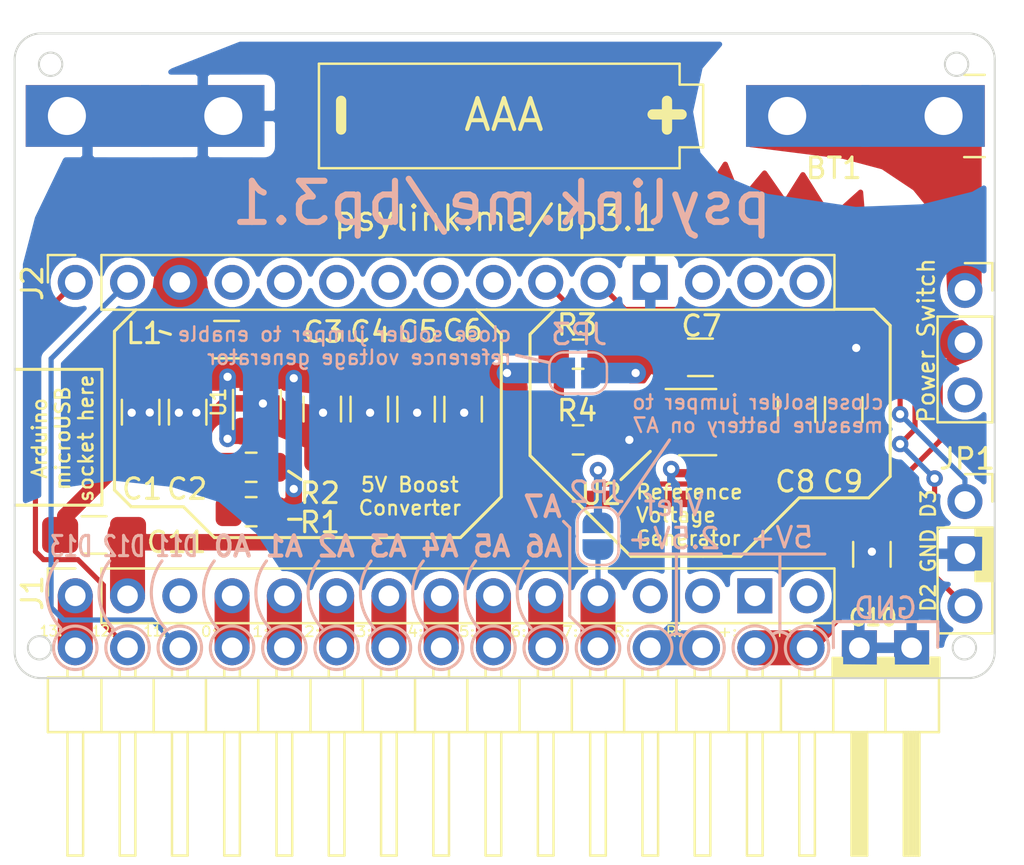
<source format=kicad_pcb>
(kicad_pcb (version 20171130) (host pcbnew 5.1.5+dfsg1-2build2)

  (general
    (thickness 1.6)
    (drawings 104)
    (tracks 153)
    (zones 0)
    (modules 26)
    (nets 37)
  )

  (page A4)
  (layers
    (0 F.Cu signal)
    (31 B.Cu signal)
    (32 B.Adhes user)
    (33 F.Adhes user)
    (34 B.Paste user)
    (35 F.Paste user)
    (36 B.SilkS user hide)
    (37 F.SilkS user)
    (38 B.Mask user)
    (39 F.Mask user)
    (40 Dwgs.User user)
    (41 Cmts.User user)
    (42 Eco1.User user)
    (43 Eco2.User user)
    (44 Edge.Cuts user)
    (45 Margin user)
    (46 B.CrtYd user)
    (47 F.CrtYd user)
    (48 B.Fab user hide)
    (49 F.Fab user hide)
  )

  (setup
    (last_trace_width 0.8)
    (user_trace_width 0.2)
    (user_trace_width 0.4)
    (user_trace_width 0.5)
    (user_trace_width 0.8)
    (user_trace_width 1)
    (user_trace_width 1.2)
    (user_trace_width 1.5)
    (user_trace_width 1.7)
    (trace_clearance 0.2)
    (zone_clearance 0.35)
    (zone_45_only no)
    (trace_min 0.2)
    (via_size 0.8)
    (via_drill 0.4)
    (via_min_size 0.4)
    (via_min_drill 0.3)
    (user_via 1.7 1)
    (uvia_size 0.3)
    (uvia_drill 0.1)
    (uvias_allowed no)
    (uvia_min_size 0.2)
    (uvia_min_drill 0.1)
    (edge_width 0.1)
    (segment_width 0.2)
    (pcb_text_width 0.3)
    (pcb_text_size 1.5 1.5)
    (mod_edge_width 0.15)
    (mod_text_size 1 1)
    (mod_text_width 0.15)
    (pad_size 1.475 1.4)
    (pad_drill 0)
    (pad_to_mask_clearance 0)
    (aux_axis_origin 0 0)
    (visible_elements FFFFFF7F)
    (pcbplotparams
      (layerselection 0x010fc_ffffffff)
      (usegerberextensions false)
      (usegerberattributes false)
      (usegerberadvancedattributes false)
      (creategerberjobfile false)
      (excludeedgelayer true)
      (linewidth 0.100000)
      (plotframeref false)
      (viasonmask false)
      (mode 1)
      (useauxorigin false)
      (hpglpennumber 1)
      (hpglpenspeed 20)
      (hpglpendiameter 15.000000)
      (psnegative false)
      (psa4output false)
      (plotreference true)
      (plotvalue true)
      (plotinvisibletext false)
      (padsonsilk false)
      (subtractmaskfromsilk true)
      (outputformat 1)
      (mirror false)
      (drillshape 0)
      (scaleselection 1)
      (outputdirectory "orders/2021-06-16/"))
  )

  (net 0 "")
  (net 1 /GND)
  (net 2 "Net-(BT1-Pad1)")
  (net 3 /V+)
  (net 4 /Vref)
  (net 5 /A0)
  (net 6 /A1)
  (net 7 /A2)
  (net 8 /A3)
  (net 9 /A4)
  (net 10 /A5)
  (net 11 /A6)
  (net 12 /A7)
  (net 13 /D2)
  (net 14 /D3)
  (net 15 /D4)
  (net 16 /VIN)
  (net 17 /GND2)
  (net 18 /RST)
  (net 19 /+5V)
  (net 20 /AREF)
  (net 21 /D13)
  (net 22 /TX)
  (net 23 /RX)
  (net 24 /D5)
  (net 25 /D6)
  (net 26 /D7)
  (net 27 /D8)
  (net 28 /D9)
  (net 29 /D11)
  (net 30 /D12)
  (net 31 /RST2)
  (net 32 /Vbat)
  (net 33 /OpAmpV+)
  (net 34 /FB)
  (net 35 /Vdiv)
  (net 36 /L)

  (net_class Default "This is the default net class."
    (clearance 0.2)
    (trace_width 0.25)
    (via_dia 0.8)
    (via_drill 0.4)
    (uvia_dia 0.3)
    (uvia_drill 0.1)
    (add_net /+5V)
    (add_net /A0)
    (add_net /A1)
    (add_net /A2)
    (add_net /A3)
    (add_net /A4)
    (add_net /A5)
    (add_net /A6)
    (add_net /A7)
    (add_net /AREF)
    (add_net /D11)
    (add_net /D12)
    (add_net /D13)
    (add_net /D2)
    (add_net /D3)
    (add_net /D4)
    (add_net /D5)
    (add_net /D6)
    (add_net /D7)
    (add_net /D8)
    (add_net /D9)
    (add_net /FB)
    (add_net /GND)
    (add_net /GND2)
    (add_net /L)
    (add_net /OpAmpV+)
    (add_net /RST)
    (add_net /RST2)
    (add_net /RX)
    (add_net /TX)
    (add_net /V+)
    (add_net /VIN)
    (add_net /Vbat)
    (add_net /Vdiv)
    (add_net /Vref)
    (add_net "Net-(BT1-Pad1)")
  )

  (module Capacitor_SMD:C_1206_3216Metric (layer F.Cu) (tedit 6140891E) (tstamp 60CA4516)
    (at 64.77 48.4408 90)
    (descr "Capacitor SMD 1206 (3216 Metric), square (rectangular) end terminal, IPC_7351 nominal, (Body size source: http://www.tortai-tech.com/upload/download/2011102023233369053.pdf), generated with kicad-footprint-generator")
    (tags capacitor)
    (path /60CB83B2)
    (attr smd)
    (fp_text reference C10 (at -3.0704 0.0508) (layer F.SilkS)
      (effects (font (size 0.8 0.8) (thickness 0.15)))
    )
    (fp_text value 100uF (at 0 1.82 90) (layer F.Fab)
      (effects (font (size 1 1) (thickness 0.15)))
    )
    (fp_text user %R (at 0 0 90) (layer F.Fab)
      (effects (font (size 0.8 0.8) (thickness 0.12)))
    )
    (fp_line (start 2.28 1.12) (end -2.28 1.12) (layer F.CrtYd) (width 0.05))
    (fp_line (start 2.28 -1.12) (end 2.28 1.12) (layer F.CrtYd) (width 0.05))
    (fp_line (start -2.28 -1.12) (end 2.28 -1.12) (layer F.CrtYd) (width 0.05))
    (fp_line (start -2.28 1.12) (end -2.28 -1.12) (layer F.CrtYd) (width 0.05))
    (fp_line (start -0.602064 0.91) (end 0.602064 0.91) (layer F.SilkS) (width 0.12))
    (fp_line (start -0.602064 -0.91) (end 0.602064 -0.91) (layer F.SilkS) (width 0.12))
    (fp_line (start 1.6 0.8) (end -1.6 0.8) (layer F.Fab) (width 0.1))
    (fp_line (start 1.6 -0.8) (end 1.6 0.8) (layer F.Fab) (width 0.1))
    (fp_line (start -1.6 -0.8) (end 1.6 -0.8) (layer F.Fab) (width 0.1))
    (fp_line (start -1.6 0.8) (end -1.6 -0.8) (layer F.Fab) (width 0.1))
    (pad 2 smd roundrect (at 1.4 0 90) (size 1.75 1.75) (drill (offset 0.25 0)) (layers F.Cu F.Paste F.Mask) (roundrect_rratio 0.2)
      (net 1 /GND))
    (pad 1 smd roundrect (at -1.4 0 90) (size 1.75 1.75) (drill (offset -0.25 0)) (layers F.Cu F.Paste F.Mask) (roundrect_rratio 0.2)
      (net 3 /V+))
    (model ${KISYS3DMOD}/Capacitor_SMD.3dshapes/C_1206_3216Metric.wrl
      (at (xyz 0 0 0))
      (scale (xyz 1 1 1))
      (rotate (xyz 0 0 0))
    )
  )

  (module Connector_PinSocket_2.54mm:PinSocket_1x15_P2.54mm_Vertical (layer F.Cu) (tedit 60C92CB7) (tstamp 60CA528A)
    (at 26.0604 35.2171 90)
    (descr "Through hole straight socket strip, 1x15, 2.54mm pitch, single row (from Kicad 4.0.7), script generated")
    (tags "Through hole socket strip THT 1x15 2.54mm single row")
    (path /60BC79E1)
    (fp_text reference J2 (at -0.0381 -2.0828 90 unlocked) (layer F.SilkS)
      (effects (font (size 1 1) (thickness 0.15)))
    )
    (fp_text value "Right Pin Strip" (at 0 38.33 90) (layer F.Fab)
      (effects (font (size 1 1) (thickness 0.15)))
    )
    (fp_text user %R (at 0 17.78) (layer F.Fab)
      (effects (font (size 1 1) (thickness 0.15)))
    )
    (fp_line (start -1.8 37.3) (end -1.8 -1.8) (layer F.CrtYd) (width 0.05))
    (fp_line (start 1.75 37.3) (end -1.8 37.3) (layer F.CrtYd) (width 0.05))
    (fp_line (start 1.75 -1.8) (end 1.75 37.3) (layer F.CrtYd) (width 0.05))
    (fp_line (start -1.8 -1.8) (end 1.75 -1.8) (layer F.CrtYd) (width 0.05))
    (fp_line (start 0 -1.33) (end 1.33 -1.33) (layer F.SilkS) (width 0.12))
    (fp_line (start 1.33 -1.33) (end 1.33 0) (layer F.SilkS) (width 0.12))
    (fp_line (start 1.33 1.27) (end 1.33 36.89) (layer F.SilkS) (width 0.12))
    (fp_line (start -1.33 36.89) (end 1.33 36.89) (layer F.SilkS) (width 0.12))
    (fp_line (start -1.33 1.27) (end -1.33 36.89) (layer F.SilkS) (width 0.12))
    (fp_line (start -1.33 1.27) (end 1.33 1.27) (layer F.SilkS) (width 0.12))
    (fp_line (start -1.27 36.83) (end -1.27 -1.27) (layer F.Fab) (width 0.1))
    (fp_line (start 1.27 36.83) (end -1.27 36.83) (layer F.Fab) (width 0.1))
    (fp_line (start 1.27 -0.635) (end 1.27 36.83) (layer F.Fab) (width 0.1))
    (fp_line (start 0.635 -1.27) (end 1.27 -0.635) (layer F.Fab) (width 0.1))
    (fp_line (start -1.27 -1.27) (end 0.635 -1.27) (layer F.Fab) (width 0.1))
    (pad 15 thru_hole oval (at 0 35.56 90) (size 1.7 1.7) (drill 1) (layers *.Cu *.Mask)
      (net 22 /TX))
    (pad 14 thru_hole oval (at 0 33.02 90) (size 1.7 1.7) (drill 1) (layers *.Cu *.Mask)
      (net 23 /RX))
    (pad 13 thru_hole oval (at 0 30.48 90) (size 1.7 1.7) (drill 1) (layers *.Cu *.Mask)
      (net 18 /RST))
    (pad 12 thru_hole rect (at 0 27.94 90) (size 1.7 1.7) (drill 1) (layers *.Cu *.Mask)
      (net 1 /GND))
    (pad 11 thru_hole oval (at 0 25.4 90) (size 1.7 1.7) (drill 1) (layers *.Cu *.Mask)
      (net 13 /D2))
    (pad 10 thru_hole oval (at 0 22.86 90) (size 1.7 1.7) (drill 1) (layers *.Cu *.Mask)
      (net 14 /D3))
    (pad 9 thru_hole oval (at 0 20.32 90) (size 1.7 1.7) (drill 1) (layers *.Cu *.Mask)
      (net 15 /D4))
    (pad 8 thru_hole oval (at 0 17.78 90) (size 1.7 1.7) (drill 1) (layers *.Cu *.Mask)
      (net 24 /D5))
    (pad 7 thru_hole oval (at 0 15.24 90) (size 1.7 1.7) (drill 1) (layers *.Cu *.Mask)
      (net 25 /D6))
    (pad 6 thru_hole oval (at 0 12.7 90) (size 1.7 1.7) (drill 1) (layers *.Cu *.Mask)
      (net 26 /D7))
    (pad 5 thru_hole oval (at 0 10.16 90) (size 1.7 1.7) (drill 1) (layers *.Cu *.Mask)
      (net 27 /D8))
    (pad 4 thru_hole oval (at 0 7.62 90) (size 1.7 1.7) (drill 1) (layers *.Cu *.Mask)
      (net 28 /D9))
    (pad 3 thru_hole oval (at 0 5.08 90) (size 1.7 1.7) (drill 1) (layers *.Cu *.Mask)
      (net 32 /Vbat))
    (pad 2 thru_hole oval (at 0 2.54 90) (size 1.7 1.7) (drill 1) (layers *.Cu *.Mask)
      (net 29 /D11))
    (pad 1 thru_hole oval (at 0 0 90) (size 1.7 1.7) (drill 1) (layers *.Cu *.Mask)
      (net 30 /D12))
    (model ${KISYS3DMOD}/Connector_PinSocket_2.54mm.3dshapes/PinSocket_1x15_P2.54mm_Vertical.wrl
      (at (xyz 0 0 0))
      (scale (xyz 1 1 1))
      (rotate (xyz 0 0 0))
    )
  )

  (module Resistor_SMD:R_0805_2012Metric (layer F.Cu) (tedit 61408B01) (tstamp 60C998AA)
    (at 34.6075 46.3677 180)
    (descr "Resistor SMD 0805 (2012 Metric), square (rectangular) end terminal, IPC_7351 nominal, (Body size source: https://docs.google.com/spreadsheets/d/1BsfQQcO9C6DZCsRaXUlFlo91Tg2WpOkGARC1WS5S8t0/edit?usp=sharing), generated with kicad-footprint-generator")
    (tags resistor)
    (path /60C054D1)
    (attr smd)
    (fp_text reference R1 (at -3.3401 -0.5207) (layer F.SilkS)
      (effects (font (size 1 1) (thickness 0.15)))
    )
    (fp_text value 1M/1% (at 0 1.65) (layer F.Fab)
      (effects (font (size 1 1) (thickness 0.15)))
    )
    (fp_text user %R (at 0 0) (layer F.Fab)
      (effects (font (size 0.5 0.5) (thickness 0.08)))
    )
    (fp_line (start 1.68 0.95) (end -1.68 0.95) (layer F.CrtYd) (width 0.05))
    (fp_line (start 1.68 -0.95) (end 1.68 0.95) (layer F.CrtYd) (width 0.05))
    (fp_line (start -1.68 -0.95) (end 1.68 -0.95) (layer F.CrtYd) (width 0.05))
    (fp_line (start -1.68 0.95) (end -1.68 -0.95) (layer F.CrtYd) (width 0.05))
    (fp_line (start -0.258578 0.71) (end 0.258578 0.71) (layer F.SilkS) (width 0.12))
    (fp_line (start -0.258578 -0.71) (end 0.258578 -0.71) (layer F.SilkS) (width 0.12))
    (fp_line (start 1 0.6) (end -1 0.6) (layer F.Fab) (width 0.1))
    (fp_line (start 1 -0.6) (end 1 0.6) (layer F.Fab) (width 0.1))
    (fp_line (start -1 -0.6) (end 1 -0.6) (layer F.Fab) (width 0.1))
    (fp_line (start -1 0.6) (end -1 -0.6) (layer F.Fab) (width 0.1))
    (pad 2 smd roundrect (at 0.9375 0 180) (size 1.275 1.4) (drill (offset 0.15 0)) (layers F.Cu F.Paste F.Mask) (roundrect_rratio 0.25)
      (net 34 /FB))
    (pad 1 smd roundrect (at -0.9375 0 180) (size 1.275 1.4) (drill (offset -0.15 0)) (layers F.Cu F.Paste F.Mask) (roundrect_rratio 0.25)
      (net 3 /V+))
    (model ${KISYS3DMOD}/Resistor_SMD.3dshapes/R_0805_2012Metric.wrl
      (at (xyz 0 0 0))
      (scale (xyz 1 1 1))
      (rotate (xyz 0 0 0))
    )
  )

  (module Jumper:SolderJumper-2_P1.3mm_Open_RoundedPad1.0x1.5mm (layer B.Cu) (tedit 5B391E66) (tstamp 60C8BC05)
    (at 50.4952 39.624)
    (descr "SMD Solder Jumper, 1x1.5mm, rounded Pads, 0.3mm gap, open")
    (tags "solder jumper open")
    (path /60E0C5DF)
    (attr virtual)
    (fp_text reference JP3 (at 0.0508 -1.8796 180) (layer B.SilkS)
      (effects (font (size 1 1) (thickness 0.15)) (justify mirror))
    )
    (fp_text value "Solder Jumper" (at 0 -1.9) (layer B.Fab)
      (effects (font (size 1 1) (thickness 0.15)) (justify mirror))
    )
    (fp_arc (start 0.7 0.3) (end 1.4 0.3) (angle 90) (layer B.SilkS) (width 0.12))
    (fp_arc (start 0.7 -0.3) (end 0.7 -1) (angle 90) (layer B.SilkS) (width 0.12))
    (fp_arc (start -0.7 -0.3) (end -1.4 -0.3) (angle 90) (layer B.SilkS) (width 0.12))
    (fp_arc (start -0.7 0.3) (end -0.7 1) (angle 90) (layer B.SilkS) (width 0.12))
    (fp_line (start -1.4 -0.3) (end -1.4 0.3) (layer B.SilkS) (width 0.12))
    (fp_line (start 0.7 -1) (end -0.7 -1) (layer B.SilkS) (width 0.12))
    (fp_line (start 1.4 0.3) (end 1.4 -0.3) (layer B.SilkS) (width 0.12))
    (fp_line (start -0.7 1) (end 0.7 1) (layer B.SilkS) (width 0.12))
    (fp_line (start -1.65 1.25) (end 1.65 1.25) (layer B.CrtYd) (width 0.05))
    (fp_line (start -1.65 1.25) (end -1.65 -1.25) (layer B.CrtYd) (width 0.05))
    (fp_line (start 1.65 -1.25) (end 1.65 1.25) (layer B.CrtYd) (width 0.05))
    (fp_line (start 1.65 -1.25) (end -1.65 -1.25) (layer B.CrtYd) (width 0.05))
    (pad 1 smd custom (at -0.65 0) (size 1 0.5) (layers B.Cu B.Mask)
      (net 3 /V+) (zone_connect 2)
      (options (clearance outline) (anchor rect))
      (primitives
        (gr_circle (center 0 -0.25) (end 0.5 -0.25) (width 0))
        (gr_circle (center 0 0.25) (end 0.5 0.25) (width 0))
        (gr_poly (pts
           (xy 0 0.75) (xy 0.5 0.75) (xy 0.5 -0.75) (xy 0 -0.75)) (width 0))
      ))
    (pad 2 smd custom (at 0.65 0) (size 1 0.5) (layers B.Cu B.Mask)
      (net 33 /OpAmpV+) (zone_connect 2)
      (options (clearance outline) (anchor rect))
      (primitives
        (gr_circle (center 0 -0.25) (end 0.5 -0.25) (width 0))
        (gr_circle (center 0 0.25) (end 0.5 0.25) (width 0))
        (gr_poly (pts
           (xy 0 0.75) (xy -0.5 0.75) (xy -0.5 -0.75) (xy 0 -0.75)) (width 0))
      ))
  )

  (module Resistor_SMD:R_0805_2012Metric (layer F.Cu) (tedit 61408AE5) (tstamp 60C998DA)
    (at 34.6075 44.2087)
    (descr "Resistor SMD 0805 (2012 Metric), square (rectangular) end terminal, IPC_7351 nominal, (Body size source: https://docs.google.com/spreadsheets/d/1BsfQQcO9C6DZCsRaXUlFlo91Tg2WpOkGARC1WS5S8t0/edit?usp=sharing), generated with kicad-footprint-generator")
    (tags resistor)
    (path /60C0938B)
    (attr smd)
    (fp_text reference R2 (at 3.3401 1.2573) (layer F.SilkS)
      (effects (font (size 1 1) (thickness 0.15)))
    )
    (fp_text value 110K/1% (at 0 1.65) (layer F.Fab)
      (effects (font (size 1 1) (thickness 0.15)))
    )
    (fp_text user %R (at 0 0) (layer F.Fab)
      (effects (font (size 0.5 0.5) (thickness 0.08)))
    )
    (fp_line (start 1.68 0.95) (end -1.68 0.95) (layer F.CrtYd) (width 0.05))
    (fp_line (start 1.68 -0.95) (end 1.68 0.95) (layer F.CrtYd) (width 0.05))
    (fp_line (start -1.68 -0.95) (end 1.68 -0.95) (layer F.CrtYd) (width 0.05))
    (fp_line (start -1.68 0.95) (end -1.68 -0.95) (layer F.CrtYd) (width 0.05))
    (fp_line (start -0.258578 0.71) (end 0.258578 0.71) (layer F.SilkS) (width 0.12))
    (fp_line (start -0.258578 -0.71) (end 0.258578 -0.71) (layer F.SilkS) (width 0.12))
    (fp_line (start 1 0.6) (end -1 0.6) (layer F.Fab) (width 0.1))
    (fp_line (start 1 -0.6) (end 1 0.6) (layer F.Fab) (width 0.1))
    (fp_line (start -1 -0.6) (end 1 -0.6) (layer F.Fab) (width 0.1))
    (fp_line (start -1 0.6) (end -1 -0.6) (layer F.Fab) (width 0.1))
    (pad 2 smd roundrect (at 0.9375 0) (size 1.275 1.4) (drill (offset 0.15 0)) (layers F.Cu F.Paste F.Mask) (roundrect_rratio 0.25)
      (net 1 /GND))
    (pad 1 smd roundrect (at -0.9375 0) (size 1.275 1.4) (drill (offset -0.15 0)) (layers F.Cu F.Paste F.Mask) (roundrect_rratio 0.25)
      (net 34 /FB))
    (model ${KISYS3DMOD}/Resistor_SMD.3dshapes/R_0805_2012Metric.wrl
      (at (xyz 0 0 0))
      (scale (xyz 1 1 1))
      (rotate (xyz 0 0 0))
    )
  )

  (module Connector_PinSocket_2.54mm:PinSocket_1x15_P2.54mm_Vertical (layer F.Cu) (tedit 60C7FCCA) (tstamp 60CB914D)
    (at 26.0604 50.4571 90)
    (descr "Through hole straight socket strip, 1x15, 2.54mm pitch, single row (from Kicad 4.0.7), script generated")
    (tags "Through hole socket strip THT 1x15 2.54mm single row")
    (path /60C041A0)
    (fp_text reference J1 (at 0.1397 -2.0828 90 unlocked) (layer F.SilkS)
      (effects (font (size 1 1) (thickness 0.15)))
    )
    (fp_text value "Left Pin Strip" (at -1.524 17.8435 180) (layer F.Fab)
      (effects (font (size 1 1) (thickness 0.15)))
    )
    (fp_line (start -1.27 -1.27) (end 0.635 -1.27) (layer F.Fab) (width 0.1))
    (fp_line (start 0.635 -1.27) (end 1.27 -0.635) (layer F.Fab) (width 0.1))
    (fp_line (start 1.27 -0.635) (end 1.27 36.83) (layer F.Fab) (width 0.1))
    (fp_line (start 1.27 36.83) (end -1.27 36.83) (layer F.Fab) (width 0.1))
    (fp_line (start -1.27 36.83) (end -1.27 -1.27) (layer F.Fab) (width 0.1))
    (fp_line (start -1.33 1.27) (end 1.33 1.27) (layer F.SilkS) (width 0.12))
    (fp_line (start -1.33 1.27) (end -1.33 36.89) (layer F.SilkS) (width 0.12))
    (fp_line (start -1.33 36.89) (end 1.33 36.89) (layer F.SilkS) (width 0.12))
    (fp_line (start 1.33 1.27) (end 1.33 36.89) (layer F.SilkS) (width 0.12))
    (fp_line (start 1.33 -1.33) (end 1.33 0) (layer F.SilkS) (width 0.12))
    (fp_line (start 0 -1.33) (end 1.33 -1.33) (layer F.SilkS) (width 0.12))
    (fp_line (start -1.8 -1.8) (end 1.75 -1.8) (layer F.CrtYd) (width 0.05))
    (fp_line (start 1.75 -1.8) (end 1.75 37.3) (layer F.CrtYd) (width 0.05))
    (fp_line (start 1.75 37.3) (end -1.8 37.3) (layer F.CrtYd) (width 0.05))
    (fp_line (start -1.8 37.3) (end -1.8 -1.8) (layer F.CrtYd) (width 0.05))
    (fp_text user %R (at 0 17.78) (layer F.Fab)
      (effects (font (size 1 1) (thickness 0.15)))
    )
    (pad 1 thru_hole oval (at 0 0 90) (size 1.7 1.7) (drill 1) (layers *.Cu *.Mask)
      (net 21 /D13))
    (pad 2 thru_hole oval (at 0 2.54 90) (size 1.7 1.7) (drill 1) (layers *.Cu *.Mask)
      (net 3 /V+))
    (pad 3 thru_hole oval (at 0 5.08 90) (size 1.7 1.7) (drill 1) (layers *.Cu *.Mask)
      (net 20 /AREF))
    (pad 4 thru_hole oval (at 0 7.62 90) (size 1.7 1.7) (drill 1) (layers *.Cu *.Mask)
      (net 5 /A0))
    (pad 5 thru_hole oval (at 0 10.16 90) (size 1.7 1.7) (drill 1) (layers *.Cu *.Mask)
      (net 6 /A1))
    (pad 6 thru_hole oval (at 0 12.7 90) (size 1.7 1.7) (drill 1) (layers *.Cu *.Mask)
      (net 7 /A2))
    (pad 7 thru_hole oval (at 0 15.24 90) (size 1.7 1.7) (drill 1) (layers *.Cu *.Mask)
      (net 8 /A3))
    (pad 8 thru_hole oval (at 0 17.78 90) (size 1.7 1.7) (drill 1) (layers *.Cu *.Mask)
      (net 9 /A4))
    (pad 9 thru_hole oval (at 0 20.32 90) (size 1.7 1.7) (drill 1) (layers *.Cu *.Mask)
      (net 10 /A5))
    (pad 10 thru_hole oval (at 0 22.86 90) (size 1.7 1.7) (drill 1) (layers *.Cu *.Mask)
      (net 11 /A6))
    (pad 11 thru_hole oval (at 0 25.4 90) (size 1.7 1.7) (drill 1) (layers *.Cu *.Mask)
      (net 12 /A7))
    (pad 12 thru_hole oval (at 0 27.94 90) (size 1.7 1.7) (drill 1) (layers *.Cu *.Mask)
      (net 19 /+5V))
    (pad 13 thru_hole oval (at 0 30.48 90) (size 1.7 1.7) (drill 1) (layers *.Cu *.Mask)
      (net 31 /RST2))
    (pad 14 thru_hole rect (at 0 33.02 90) (size 1.7 1.7) (drill 1) (layers *.Cu *.Mask)
      (net 17 /GND2))
    (pad 15 thru_hole oval (at 0 35.56 90) (size 1.7 1.7) (drill 1) (layers *.Cu *.Mask)
      (net 16 /VIN))
    (model ${KISYS3DMOD}/Connector_PinSocket_2.54mm.3dshapes/PinSocket_1x15_P2.54mm_Vertical.wrl
      (at (xyz 0 0 0))
      (scale (xyz 1 1 1))
      (rotate (xyz 0 0 0))
    )
  )

  (module Resistor_SMD:R_0805_2012Metric (layer F.Cu) (tedit 61408C13) (tstamp 60C7D6DF)
    (at 50.4952 42.8752)
    (descr "Resistor SMD 0805 (2012 Metric), square (rectangular) end terminal, IPC_7351 nominal, (Body size source: https://docs.google.com/spreadsheets/d/1BsfQQcO9C6DZCsRaXUlFlo91Tg2WpOkGARC1WS5S8t0/edit?usp=sharing), generated with kicad-footprint-generator")
    (tags resistor)
    (path /60ABC396)
    (attr smd)
    (fp_text reference R4 (at -0.0508 -1.4224) (layer F.SilkS)
      (effects (font (size 1 1) (thickness 0.15)))
    )
    (fp_text value 1M/1% (at 0 1.65) (layer F.Fab)
      (effects (font (size 1 1) (thickness 0.15)))
    )
    (fp_text user %R (at 0 0) (layer F.Fab)
      (effects (font (size 0.5 0.5) (thickness 0.08)))
    )
    (fp_line (start 1.68 0.95) (end -1.68 0.95) (layer F.CrtYd) (width 0.05))
    (fp_line (start 1.68 -0.95) (end 1.68 0.95) (layer F.CrtYd) (width 0.05))
    (fp_line (start -1.68 -0.95) (end 1.68 -0.95) (layer F.CrtYd) (width 0.05))
    (fp_line (start -1.68 0.95) (end -1.68 -0.95) (layer F.CrtYd) (width 0.05))
    (fp_line (start -0.258578 0.71) (end 0.258578 0.71) (layer F.SilkS) (width 0.12))
    (fp_line (start -0.258578 -0.71) (end 0.258578 -0.71) (layer F.SilkS) (width 0.12))
    (fp_line (start 1 0.6) (end -1 0.6) (layer F.Fab) (width 0.1))
    (fp_line (start 1 -0.6) (end 1 0.6) (layer F.Fab) (width 0.1))
    (fp_line (start -1 -0.6) (end 1 -0.6) (layer F.Fab) (width 0.1))
    (fp_line (start -1 0.6) (end -1 -0.6) (layer F.Fab) (width 0.1))
    (pad 2 smd roundrect (at 0.9375 0) (size 1.475 1.4) (drill (offset 0.25 0)) (layers F.Cu F.Paste F.Mask) (roundrect_rratio 0.25)
      (net 1 /GND))
    (pad 1 smd roundrect (at -0.9375 0) (size 1.475 1.4) (drill (offset -0.25 0)) (layers F.Cu F.Paste F.Mask) (roundrect_rratio 0.25)
      (net 35 /Vdiv))
    (model ${KISYS3DMOD}/Resistor_SMD.3dshapes/R_0805_2012Metric.wrl
      (at (xyz 0 0 0))
      (scale (xyz 1 1 1))
      (rotate (xyz 0 0 0))
    )
  )

  (module PsyLinkFootprints:BatteryHolder_Keystone_82_1xAAA (layer F.Cu) (tedit 60B956F1) (tstamp 60CA5991)
    (at 68.254 27.1272 180)
    (descr "1xAAA Battery Holder, Keystone, Two snap-in clips, https://eu.mouser.com/ProductDetail/Keystone-Electronics/82")
    (tags "AAA battery holder Keystone")
    (path /60BF138E)
    (fp_text reference BT1 (at 5.334 -2.54 180) (layer F.SilkS)
      (effects (font (size 1 1) (thickness 0.15)))
    )
    (fp_text value 1.2V (at 20.955 0) (layer F.Fab)
      (effects (font (size 0.9 0.9) (thickness 0.15)))
    )
    (fp_line (start 12.827 1.524) (end 12.827 2.54) (layer F.SilkS) (width 0.12))
    (fp_line (start 12.827 -1.524) (end 12.827 -2.54) (layer F.SilkS) (width 0.12))
    (fp_line (start 11.684 -1.524) (end 12.827 -1.524) (layer F.SilkS) (width 0.12))
    (fp_line (start 11.684 1.524) (end 12.827 1.524) (layer F.SilkS) (width 0.12))
    (fp_line (start 11.684 -1.524) (end 11.684 1.524) (layer F.SilkS) (width 0.12))
    (fp_line (start 30.353 -2.54) (end 12.827 -2.54) (layer F.SilkS) (width 0.12))
    (fp_line (start 30.353 2.54) (end 30.353 -2.54) (layer F.SilkS) (width 0.12))
    (fp_line (start 12.827 2.54) (end 30.353 2.54) (layer F.SilkS) (width 0.12))
    (fp_line (start 45.2 -3.8) (end 45.2 3.8) (layer B.CrtYd) (width 0.05))
    (fp_line (start 32.4 -3.8) (end 32.4 3.8) (layer B.CrtYd) (width 0.05))
    (fp_line (start 10.2 -3.8) (end 10.2 3.8) (layer B.CrtYd) (width 0.05))
    (fp_line (start -2.6 -3.8) (end -2.6 3.8) (layer B.CrtYd) (width 0.05))
    (fp_text user %R (at 7.62 0) (layer F.Fab)
      (effects (font (size 1 1) (thickness 0.15)))
    )
    (fp_line (start -2 -2) (end -1 -2) (layer F.SilkS) (width 0.12))
    (fp_line (start -1 2) (end -2 2) (layer F.SilkS) (width 0.12))
    (fp_line (start -2.6 -3.8) (end 45.2 -3.8) (layer B.CrtYd) (width 0.05))
    (fp_text user %R (at 7.62 0) (layer F.Fab)
      (effects (font (size 1 1) (thickness 0.15)))
    )
    (fp_line (start -2.6 3.8) (end 45.2 3.8) (layer B.CrtYd) (width 0.05))
    (pad 1 thru_hole rect (at 0 0 180) (size 6 3) (drill 1.85 (offset 1 0)) (layers *.Cu *.Mask)
      (net 2 "Net-(BT1-Pad1)"))
    (pad 2 thru_hole rect (at 42.6 0 180) (size 6 3) (drill 1.85 (offset -1 0)) (layers *.Cu *.Mask)
      (net 1 /GND))
    (pad 1 thru_hole rect (at 7.6 0 180) (size 6 3) (drill 1.85 (offset -1 0)) (layers *.Cu *.Mask)
      (net 2 "Net-(BT1-Pad1)"))
    (pad 2 thru_hole rect (at 35 0 180) (size 6 3) (drill 1.85 (offset 1 0)) (layers *.Cu *.Mask)
      (net 1 /GND))
  )

  (module Resistor_SMD:R_0805_2012Metric (layer F.Cu) (tedit 61408C05) (tstamp 60C7D4A2)
    (at 50.4952 38.7096 180)
    (descr "Resistor SMD 0805 (2012 Metric), square (rectangular) end terminal, IPC_7351 nominal, (Body size source: https://docs.google.com/spreadsheets/d/1BsfQQcO9C6DZCsRaXUlFlo91Tg2WpOkGARC1WS5S8t0/edit?usp=sharing), generated with kicad-footprint-generator")
    (tags resistor)
    (path /60ABC39C)
    (attr smd)
    (fp_text reference R3 (at 0.0508 1.4224) (layer F.SilkS)
      (effects (font (size 1 1) (thickness 0.15)))
    )
    (fp_text value 1M/1% (at 0 1.65) (layer F.Fab)
      (effects (font (size 1 1) (thickness 0.15)))
    )
    (fp_line (start -1 0.6) (end -1 -0.6) (layer F.Fab) (width 0.1))
    (fp_line (start -1 -0.6) (end 1 -0.6) (layer F.Fab) (width 0.1))
    (fp_line (start 1 -0.6) (end 1 0.6) (layer F.Fab) (width 0.1))
    (fp_line (start 1 0.6) (end -1 0.6) (layer F.Fab) (width 0.1))
    (fp_line (start -0.258578 -0.71) (end 0.258578 -0.71) (layer F.SilkS) (width 0.12))
    (fp_line (start -0.258578 0.71) (end 0.258578 0.71) (layer F.SilkS) (width 0.12))
    (fp_line (start -1.68 0.95) (end -1.68 -0.95) (layer F.CrtYd) (width 0.05))
    (fp_line (start -1.68 -0.95) (end 1.68 -0.95) (layer F.CrtYd) (width 0.05))
    (fp_line (start 1.68 -0.95) (end 1.68 0.95) (layer F.CrtYd) (width 0.05))
    (fp_line (start 1.68 0.95) (end -1.68 0.95) (layer F.CrtYd) (width 0.05))
    (fp_text user %R (at 0 0) (layer F.Fab)
      (effects (font (size 0.5 0.5) (thickness 0.08)))
    )
    (pad 1 smd roundrect (at -0.9375 0 180) (size 1.475 1.4) (drill (offset -0.25 0)) (layers F.Cu F.Paste F.Mask) (roundrect_rratio 0.25)
      (net 33 /OpAmpV+))
    (pad 2 smd roundrect (at 0.9375 0 180) (size 1.475 1.4) (drill (offset 0.25 0)) (layers F.Cu F.Paste F.Mask) (roundrect_rratio 0.25)
      (net 35 /Vdiv))
    (model ${KISYS3DMOD}/Resistor_SMD.3dshapes/R_0805_2012Metric.wrl
      (at (xyz 0 0 0))
      (scale (xyz 1 1 1))
      (rotate (xyz 0 0 0))
    )
  )

  (module Connector_PinSocket_2.54mm:PinSocket_1x03_P2.54mm_Vertical (layer F.Cu) (tedit 60C7FCAC) (tstamp 60CA9F67)
    (at 69.2912 35.6108)
    (descr "Through hole straight socket strip, 1x03, 2.54mm pitch, single row (from Kicad 4.0.7), script generated")
    (tags "Through hole socket strip THT 1x03 2.54mm single row")
    (path /60BF481E)
    (fp_text reference SW1 (at -3.048 -0.762 270) (layer F.SilkS) hide
      (effects (font (size 1 1) (thickness 0.15)))
    )
    (fp_text value "Power Switch" (at 1.524 3.6195 270) (layer F.Fab)
      (effects (font (size 1 1) (thickness 0.15)))
    )
    (fp_text user %R (at -0.047001 4.955499 90) (layer F.Fab)
      (effects (font (size 1 1) (thickness 0.15)))
    )
    (fp_line (start -1.8 6.85) (end -1.8 -1.8) (layer F.CrtYd) (width 0.05))
    (fp_line (start 1.75 6.85) (end -1.8 6.85) (layer F.CrtYd) (width 0.05))
    (fp_line (start 1.75 -1.8) (end 1.75 6.85) (layer F.CrtYd) (width 0.05))
    (fp_line (start -1.8 -1.8) (end 1.75 -1.8) (layer F.CrtYd) (width 0.05))
    (fp_line (start 0 -1.33) (end 1.33 -1.33) (layer F.SilkS) (width 0.12))
    (fp_line (start 1.33 -1.33) (end 1.33 0) (layer F.SilkS) (width 0.12))
    (fp_line (start 1.33 1.27) (end 1.33 6.41) (layer F.SilkS) (width 0.12))
    (fp_line (start -1.33 6.41) (end 1.33 6.41) (layer F.SilkS) (width 0.12))
    (fp_line (start -1.33 1.27) (end -1.33 6.41) (layer F.SilkS) (width 0.12))
    (fp_line (start -1.33 1.27) (end 1.33 1.27) (layer F.SilkS) (width 0.12))
    (fp_line (start -1.27 6.35) (end -1.27 -1.27) (layer F.Fab) (width 0.1))
    (fp_line (start 1.27 6.35) (end -1.27 6.35) (layer F.Fab) (width 0.1))
    (fp_line (start 1.27 -0.635) (end 1.27 6.35) (layer F.Fab) (width 0.1))
    (fp_line (start 0.635 -1.27) (end 1.27 -0.635) (layer F.Fab) (width 0.1))
    (fp_line (start -1.27 -1.27) (end 0.635 -1.27) (layer F.Fab) (width 0.1))
    (pad 3 thru_hole oval (at 0 5.08) (size 1.7 1.7) (drill 1) (layers *.Cu *.Mask))
    (pad 2 thru_hole oval (at 0 2.54) (size 1.7 1.7) (drill 1) (layers *.Cu *.Mask)
      (net 32 /Vbat))
    (pad 1 thru_hole oval (at 0 0) (size 1.7 1.7) (drill 1) (layers *.Cu *.Mask)
      (net 2 "Net-(BT1-Pad1)"))
    (model ${KISYS3DMOD}/Connector_PinSocket_2.54mm.3dshapes/PinSocket_1x03_P2.54mm_Vertical.wrl
      (at (xyz 0 0 0))
      (scale (xyz 1 1 1))
      (rotate (xyz 0 0 0))
    )
  )

  (module Package_TO_SOT_SMD:Texas_R-PDSO-G6 (layer F.Cu) (tedit 614085A8) (tstamp 60C7D396)
    (at 34.8869 41.148 90)
    (descr "R-PDSO-G6, http://www.ti.com/lit/ds/slis144b/slis144b.pdf")
    (tags "R-PDSO-G6 SC-70-6")
    (path /60BEF8B9)
    (attr smd)
    (fp_text reference U1 (at 0.1016 -1.8669 90) (layer F.SilkS)
      (effects (font (size 0.7 0.7) (thickness 0.12)))
    )
    (fp_text value TPS61220DCK (at 0 2 90) (layer F.Fab)
      (effects (font (size 1 1) (thickness 0.15)))
    )
    (fp_text user %R (at 0 0) (layer F.Fab)
      (effects (font (size 0.5 0.5) (thickness 0.075)))
    )
    (fp_line (start 0.7 -1.16) (end -1.2 -1.16) (layer F.SilkS) (width 0.12))
    (fp_line (start -0.7 1.16) (end 0.7 1.16) (layer F.SilkS) (width 0.12))
    (fp_line (start 1.6 1.4) (end 1.6 -1.4) (layer F.CrtYd) (width 0.05))
    (fp_line (start -1.6 -1.4) (end -1.6 1.4) (layer F.CrtYd) (width 0.05))
    (fp_line (start -1.6 -1.4) (end 1.6 -1.4) (layer F.CrtYd) (width 0.05))
    (fp_line (start 0.675 -1.1) (end -0.175 -1.1) (layer F.Fab) (width 0.1))
    (fp_line (start -0.675 -0.6) (end -0.675 1.1) (layer F.Fab) (width 0.1))
    (fp_line (start -1.6 1.4) (end 1.6 1.4) (layer F.CrtYd) (width 0.05))
    (fp_line (start 0.675 -1.1) (end 0.675 1.1) (layer F.Fab) (width 0.1))
    (fp_line (start 0.675 1.1) (end -0.675 1.1) (layer F.Fab) (width 0.1))
    (fp_line (start -0.175 -1.1) (end -0.675 -0.6) (layer F.Fab) (width 0.1))
    (pad 1 smd rect (at -1.1 -0.65 90) (size 1.3 0.4) (drill (offset -0.2 0)) (layers F.Cu F.Paste F.Mask)
      (net 32 /Vbat))
    (pad 3 smd rect (at -1.1 0.65 90) (size 1.3 0.4) (drill (offset -0.2 0)) (layers F.Cu F.Paste F.Mask)
      (net 1 /GND))
    (pad 5 smd rect (at 1.1 0 90) (size 1.3 0.4) (drill (offset 0.2 0)) (layers F.Cu F.Paste F.Mask)
      (net 36 /L))
    (pad 2 smd rect (at -1.1 0 90) (size 1.3 0.4) (drill (offset -0.2 0)) (layers F.Cu F.Paste F.Mask)
      (net 34 /FB))
    (pad 4 smd rect (at 1.1 0.65 90) (size 1.3 0.4) (drill (offset 0.2 0)) (layers F.Cu F.Paste F.Mask)
      (net 3 /V+))
    (pad 6 smd rect (at 1.1 -0.65 90) (size 1.3 0.4) (drill (offset 0.2 0)) (layers F.Cu F.Paste F.Mask)
      (net 32 /Vbat))
    (model ${KISYS3DMOD}/Package_TO_SOT_SMD.3dshapes/SOT-363_SC-70-6.wrl
      (at (xyz 0 0 0))
      (scale (xyz 1 1 1))
      (rotate (xyz 0 0 0))
    )
  )

  (module Package_TO_SOT_SMD:SOT-23-5 (layer F.Cu) (tedit 61408A77) (tstamp 60C8F3A8)
    (at 56.304 42.0116)
    (descr "5-pin SOT23 package")
    (tags SOT-23-5)
    (path /60DAB6F6)
    (attr smd)
    (fp_text reference U2 (at -4.6912 3.5052) (layer F.SilkS)
      (effects (font (size 1 1) (thickness 0.15)))
    )
    (fp_text value LM321 (at 0 2.9) (layer F.Fab)
      (effects (font (size 1 1) (thickness 0.15)))
    )
    (fp_text user %R (at 0 0 90) (layer F.Fab)
      (effects (font (size 0.5 0.5) (thickness 0.075)))
    )
    (fp_line (start -0.9 1.61) (end 0.9 1.61) (layer F.SilkS) (width 0.12))
    (fp_line (start 0.9 -1.61) (end -1.55 -1.61) (layer F.SilkS) (width 0.12))
    (fp_line (start -1.9 -1.8) (end 1.9 -1.8) (layer F.CrtYd) (width 0.05))
    (fp_line (start 1.9 -1.8) (end 1.9 1.8) (layer F.CrtYd) (width 0.05))
    (fp_line (start 1.9 1.8) (end -1.9 1.8) (layer F.CrtYd) (width 0.05))
    (fp_line (start -1.9 1.8) (end -1.9 -1.8) (layer F.CrtYd) (width 0.05))
    (fp_line (start -0.9 -0.9) (end -0.25 -1.55) (layer F.Fab) (width 0.1))
    (fp_line (start 0.9 -1.55) (end -0.25 -1.55) (layer F.Fab) (width 0.1))
    (fp_line (start -0.9 -0.9) (end -0.9 1.55) (layer F.Fab) (width 0.1))
    (fp_line (start 0.9 1.55) (end -0.9 1.55) (layer F.Fab) (width 0.1))
    (fp_line (start 0.9 -1.55) (end 0.9 1.55) (layer F.Fab) (width 0.1))
    (pad 1 smd rect (at -1.1 -0.95) (size 2.06 0.65) (drill (offset -0.5 0)) (layers F.Cu F.Paste F.Mask)
      (net 35 /Vdiv))
    (pad 2 smd rect (at -1.1 0) (size 2.06 0.65) (drill (offset -0.5 0)) (layers F.Cu F.Paste F.Mask)
      (net 1 /GND))
    (pad 3 smd rect (at -1.1 0.95) (size 2.06 0.65) (drill (offset -0.5 0)) (layers F.Cu F.Paste F.Mask)
      (net 4 /Vref))
    (pad 4 smd rect (at 1.1 0.95) (size 2.06 0.65) (drill (offset 0.5 0)) (layers F.Cu F.Paste F.Mask)
      (net 4 /Vref))
    (pad 5 smd rect (at 1.1 -0.95) (size 2.06 0.65) (drill (offset 0.5 0)) (layers F.Cu F.Paste F.Mask)
      (net 33 /OpAmpV+))
    (model ${KISYS3DMOD}/Package_TO_SOT_SMD.3dshapes/SOT-23-5.wrl
      (at (xyz 0 0 0))
      (scale (xyz 1 1 1))
      (rotate (xyz 0 0 0))
    )
  )

  (module Capacitor_SMD:C_1206_3216Metric (layer F.Cu) (tedit 614084D2) (tstamp 60CAEF2F)
    (at 31.5214 41.529 90)
    (descr "Capacitor SMD 1206 (3216 Metric), square (rectangular) end terminal, IPC_7351 nominal, (Body size source: http://www.tortai-tech.com/upload/download/2011102023233369053.pdf), generated with kicad-footprint-generator")
    (tags capacitor)
    (path /60CBE5F6)
    (attr smd)
    (fp_text reference C2 (at -3.7338 -0.0254 180) (layer F.SilkS)
      (effects (font (size 1 1) (thickness 0.15)))
    )
    (fp_text value 100uF (at 0 1.82 90) (layer F.Fab)
      (effects (font (size 1 1) (thickness 0.15)))
    )
    (fp_text user %R (at 0 0 90) (layer F.Fab)
      (effects (font (size 0.8 0.8) (thickness 0.12)))
    )
    (fp_line (start 2.28 1.12) (end -2.28 1.12) (layer F.CrtYd) (width 0.05))
    (fp_line (start 2.28 -1.12) (end 2.28 1.12) (layer F.CrtYd) (width 0.05))
    (fp_line (start -2.28 -1.12) (end 2.28 -1.12) (layer F.CrtYd) (width 0.05))
    (fp_line (start -2.28 1.12) (end -2.28 -1.12) (layer F.CrtYd) (width 0.05))
    (fp_line (start -0.602064 0.91) (end 0.602064 0.91) (layer F.SilkS) (width 0.12))
    (fp_line (start -0.602064 -0.91) (end 0.602064 -0.91) (layer F.SilkS) (width 0.12))
    (fp_line (start 1.6 0.8) (end -1.6 0.8) (layer F.Fab) (width 0.1))
    (fp_line (start 1.6 -0.8) (end 1.6 0.8) (layer F.Fab) (width 0.1))
    (fp_line (start -1.6 -0.8) (end 1.6 -0.8) (layer F.Fab) (width 0.1))
    (fp_line (start -1.6 0.8) (end -1.6 -0.8) (layer F.Fab) (width 0.1))
    (pad 2 smd roundrect (at 1.4 0 90) (size 1.5 1.75) (drill (offset 0.125 0)) (layers F.Cu F.Paste F.Mask) (roundrect_rratio 0.2)
      (net 32 /Vbat))
    (pad 1 smd roundrect (at -1.4 0 90) (size 2.25 1.75) (drill (offset -0.5 0)) (layers F.Cu F.Paste F.Mask) (roundrect_rratio 0.2)
      (net 1 /GND))
    (model ${KISYS3DMOD}/Capacitor_SMD.3dshapes/C_1206_3216Metric.wrl
      (at (xyz 0 0 0))
      (scale (xyz 1 1 1))
      (rotate (xyz 0 0 0))
    )
  )

  (module Capacitor_SMD:C_1206_3216Metric (layer F.Cu) (tedit 614084B1) (tstamp 60CAEF5F)
    (at 29.2354 41.529 90)
    (descr "Capacitor SMD 1206 (3216 Metric), square (rectangular) end terminal, IPC_7351 nominal, (Body size source: http://www.tortai-tech.com/upload/download/2011102023233369053.pdf), generated with kicad-footprint-generator")
    (tags capacitor)
    (path /60DC86D8)
    (attr smd)
    (fp_text reference C1 (at -3.7338 0.0762 180) (layer F.SilkS)
      (effects (font (size 1 1) (thickness 0.15)))
    )
    (fp_text value 100uF (at 0 1.82 90) (layer F.Fab)
      (effects (font (size 1 1) (thickness 0.15)))
    )
    (fp_line (start -1.6 0.8) (end -1.6 -0.8) (layer F.Fab) (width 0.1))
    (fp_line (start -1.6 -0.8) (end 1.6 -0.8) (layer F.Fab) (width 0.1))
    (fp_line (start 1.6 -0.8) (end 1.6 0.8) (layer F.Fab) (width 0.1))
    (fp_line (start 1.6 0.8) (end -1.6 0.8) (layer F.Fab) (width 0.1))
    (fp_line (start -0.602064 -0.91) (end 0.602064 -0.91) (layer F.SilkS) (width 0.12))
    (fp_line (start -0.602064 0.91) (end 0.602064 0.91) (layer F.SilkS) (width 0.12))
    (fp_line (start -2.28 1.12) (end -2.28 -1.12) (layer F.CrtYd) (width 0.05))
    (fp_line (start -2.28 -1.12) (end 2.28 -1.12) (layer F.CrtYd) (width 0.05))
    (fp_line (start 2.28 -1.12) (end 2.28 1.12) (layer F.CrtYd) (width 0.05))
    (fp_line (start 2.28 1.12) (end -2.28 1.12) (layer F.CrtYd) (width 0.05))
    (fp_text user %R (at 0 0 90) (layer F.Fab)
      (effects (font (size 0.8 0.8) (thickness 0.12)))
    )
    (pad 1 smd roundrect (at -1.4 0 90) (size 2.25 1.75) (drill (offset -0.5 0)) (layers F.Cu F.Paste F.Mask) (roundrect_rratio 0.2)
      (net 1 /GND))
    (pad 2 smd roundrect (at 1.4 0 90) (size 2.25 1.75) (drill (offset 0.5 0)) (layers F.Cu F.Paste F.Mask) (roundrect_rratio 0.2)
      (net 32 /Vbat))
    (model ${KISYS3DMOD}/Capacitor_SMD.3dshapes/C_1206_3216Metric.wrl
      (at (xyz 0 0 0))
      (scale (xyz 1 1 1))
      (rotate (xyz 0 0 0))
    )
  )

  (module Capacitor_SMD:C_1206_3216Metric (layer F.Cu) (tedit 6140862D) (tstamp 60C8BC7F)
    (at 38.0619 41.3766 270)
    (descr "Capacitor SMD 1206 (3216 Metric), square (rectangular) end terminal, IPC_7351 nominal, (Body size source: http://www.tortai-tech.com/upload/download/2011102023233369053.pdf), generated with kicad-footprint-generator")
    (tags capacitor)
    (path /60CBD3AB)
    (attr smd)
    (fp_text reference C3 (at -3.7465 -0.0508 180) (layer F.SilkS)
      (effects (font (size 1 1) (thickness 0.15)))
    )
    (fp_text value 100uF (at 0 1.82 90) (layer F.Fab)
      (effects (font (size 1 1) (thickness 0.15)))
    )
    (fp_line (start -1.6 0.8) (end -1.6 -0.8) (layer F.Fab) (width 0.1))
    (fp_line (start -1.6 -0.8) (end 1.6 -0.8) (layer F.Fab) (width 0.1))
    (fp_line (start 1.6 -0.8) (end 1.6 0.8) (layer F.Fab) (width 0.1))
    (fp_line (start 1.6 0.8) (end -1.6 0.8) (layer F.Fab) (width 0.1))
    (fp_line (start -0.602064 -0.91) (end 0.602064 -0.91) (layer F.SilkS) (width 0.12))
    (fp_line (start -0.602064 0.91) (end 0.602064 0.91) (layer F.SilkS) (width 0.12))
    (fp_line (start -2.28 1.12) (end -2.28 -1.12) (layer F.CrtYd) (width 0.05))
    (fp_line (start -2.28 -1.12) (end 2.28 -1.12) (layer F.CrtYd) (width 0.05))
    (fp_line (start 2.28 -1.12) (end 2.28 1.12) (layer F.CrtYd) (width 0.05))
    (fp_line (start 2.28 1.12) (end -2.28 1.12) (layer F.CrtYd) (width 0.05))
    (fp_text user %R (at 0 0 90) (layer F.Fab)
      (effects (font (size 0.8 0.8) (thickness 0.12)))
    )
    (pad 1 smd roundrect (at -1.4 0 270) (size 2.25 1.75) (drill (offset -0.5 0)) (layers F.Cu F.Paste F.Mask) (roundrect_rratio 0.2)
      (net 3 /V+))
    (pad 2 smd roundrect (at 1.4 0 270) (size 2.25 1.75) (drill (offset 0.5 0)) (layers F.Cu F.Paste F.Mask) (roundrect_rratio 0.2)
      (net 1 /GND))
    (model ${KISYS3DMOD}/Capacitor_SMD.3dshapes/C_1206_3216Metric.wrl
      (at (xyz 0 0 0))
      (scale (xyz 1 1 1))
      (rotate (xyz 0 0 0))
    )
  )

  (module Capacitor_SMD:C_1206_3216Metric (layer F.Cu) (tedit 6140863E) (tstamp 60C7D412)
    (at 40.3479 41.3766 270)
    (descr "Capacitor SMD 1206 (3216 Metric), square (rectangular) end terminal, IPC_7351 nominal, (Body size source: http://www.tortai-tech.com/upload/download/2011102023233369053.pdf), generated with kicad-footprint-generator")
    (tags capacitor)
    (path /60CB80A8)
    (attr smd)
    (fp_text reference C4 (at -3.7592 -0.0508 180) (layer F.SilkS)
      (effects (font (size 1 1) (thickness 0.15)))
    )
    (fp_text value 100uF (at 0 1.82 90) (layer F.Fab)
      (effects (font (size 1 1) (thickness 0.15)))
    )
    (fp_text user %R (at 0 0 90) (layer F.Fab)
      (effects (font (size 0.8 0.8) (thickness 0.12)))
    )
    (fp_line (start 2.28 1.12) (end -2.28 1.12) (layer F.CrtYd) (width 0.05))
    (fp_line (start 2.28 -1.12) (end 2.28 1.12) (layer F.CrtYd) (width 0.05))
    (fp_line (start -2.28 -1.12) (end 2.28 -1.12) (layer F.CrtYd) (width 0.05))
    (fp_line (start -2.28 1.12) (end -2.28 -1.12) (layer F.CrtYd) (width 0.05))
    (fp_line (start -0.602064 0.91) (end 0.602064 0.91) (layer F.SilkS) (width 0.12))
    (fp_line (start -0.602064 -0.91) (end 0.602064 -0.91) (layer F.SilkS) (width 0.12))
    (fp_line (start 1.6 0.8) (end -1.6 0.8) (layer F.Fab) (width 0.1))
    (fp_line (start 1.6 -0.8) (end 1.6 0.8) (layer F.Fab) (width 0.1))
    (fp_line (start -1.6 -0.8) (end 1.6 -0.8) (layer F.Fab) (width 0.1))
    (fp_line (start -1.6 0.8) (end -1.6 -0.8) (layer F.Fab) (width 0.1))
    (pad 2 smd roundrect (at 1.4 0 270) (size 2.25 1.75) (drill (offset 0.5 0)) (layers F.Cu F.Paste F.Mask) (roundrect_rratio 0.2)
      (net 1 /GND))
    (pad 1 smd roundrect (at -1.4 0 270) (size 2.25 1.75) (drill (offset -0.5 0)) (layers F.Cu F.Paste F.Mask) (roundrect_rratio 0.2)
      (net 3 /V+))
    (model ${KISYS3DMOD}/Capacitor_SMD.3dshapes/C_1206_3216Metric.wrl
      (at (xyz 0 0 0))
      (scale (xyz 1 1 1))
      (rotate (xyz 0 0 0))
    )
  )

  (module Capacitor_SMD:C_1206_3216Metric (layer F.Cu) (tedit 61408A95) (tstamp 60C8DBF9)
    (at 56.4388 38.862)
    (descr "Capacitor SMD 1206 (3216 Metric), square (rectangular) end terminal, IPC_7351 nominal, (Body size source: http://www.tortai-tech.com/upload/download/2011102023233369053.pdf), generated with kicad-footprint-generator")
    (tags capacitor)
    (path /60CB87C5)
    (attr smd)
    (fp_text reference C7 (at 0.0508 -1.524) (layer F.SilkS)
      (effects (font (size 1 1) (thickness 0.15)))
    )
    (fp_text value 100uF (at 0 1.82) (layer F.Fab)
      (effects (font (size 1 1) (thickness 0.15)))
    )
    (fp_text user %R (at 0 0) (layer F.Fab)
      (effects (font (size 0.8 0.8) (thickness 0.12)))
    )
    (fp_line (start 2.28 1.12) (end -2.28 1.12) (layer F.CrtYd) (width 0.05))
    (fp_line (start 2.28 -1.12) (end 2.28 1.12) (layer F.CrtYd) (width 0.05))
    (fp_line (start -2.28 -1.12) (end 2.28 -1.12) (layer F.CrtYd) (width 0.05))
    (fp_line (start -2.28 1.12) (end -2.28 -1.12) (layer F.CrtYd) (width 0.05))
    (fp_line (start -0.602064 0.91) (end 0.602064 0.91) (layer F.SilkS) (width 0.12))
    (fp_line (start -0.602064 -0.91) (end 0.602064 -0.91) (layer F.SilkS) (width 0.12))
    (fp_line (start 1.6 0.8) (end -1.6 0.8) (layer F.Fab) (width 0.1))
    (fp_line (start 1.6 -0.8) (end 1.6 0.8) (layer F.Fab) (width 0.1))
    (fp_line (start -1.6 -0.8) (end 1.6 -0.8) (layer F.Fab) (width 0.1))
    (fp_line (start -1.6 0.8) (end -1.6 -0.8) (layer F.Fab) (width 0.1))
    (pad 2 smd roundrect (at 1.4 0) (size 1.75 1.75) (drill (offset 0.25 0)) (layers F.Cu F.Paste F.Mask) (roundrect_rratio 0.2)
      (net 1 /GND))
    (pad 1 smd roundrect (at -1.4 0) (size 1.75 1.75) (drill (offset -0.25 0)) (layers F.Cu F.Paste F.Mask) (roundrect_rratio 0.2)
      (net 33 /OpAmpV+))
    (model ${KISYS3DMOD}/Capacitor_SMD.3dshapes/C_1206_3216Metric.wrl
      (at (xyz 0 0 0))
      (scale (xyz 1 1 1))
      (rotate (xyz 0 0 0))
    )
  )

  (module Capacitor_SMD:C_1206_3216Metric (layer F.Cu) (tedit 614088AE) (tstamp 60C8FA9A)
    (at 61.1124 41.402 90)
    (descr "Capacitor SMD 1206 (3216 Metric), square (rectangular) end terminal, IPC_7351 nominal, (Body size source: http://www.tortai-tech.com/upload/download/2011102023233369053.pdf), generated with kicad-footprint-generator")
    (tags capacitor)
    (path /60BC536C)
    (attr smd)
    (fp_text reference C8 (at -3.5052 -0.0635 180) (layer F.SilkS)
      (effects (font (size 1 1) (thickness 0.15)))
    )
    (fp_text value 100uF (at 0 1.82 90) (layer F.Fab)
      (effects (font (size 1 1) (thickness 0.15)))
    )
    (fp_line (start -1.6 0.8) (end -1.6 -0.8) (layer F.Fab) (width 0.1))
    (fp_line (start -1.6 -0.8) (end 1.6 -0.8) (layer F.Fab) (width 0.1))
    (fp_line (start 1.6 -0.8) (end 1.6 0.8) (layer F.Fab) (width 0.1))
    (fp_line (start 1.6 0.8) (end -1.6 0.8) (layer F.Fab) (width 0.1))
    (fp_line (start -0.602064 -0.91) (end 0.602064 -0.91) (layer F.SilkS) (width 0.12))
    (fp_line (start -0.602064 0.91) (end 0.602064 0.91) (layer F.SilkS) (width 0.12))
    (fp_line (start -2.28 1.12) (end -2.28 -1.12) (layer F.CrtYd) (width 0.05))
    (fp_line (start -2.28 -1.12) (end 2.28 -1.12) (layer F.CrtYd) (width 0.05))
    (fp_line (start 2.28 -1.12) (end 2.28 1.12) (layer F.CrtYd) (width 0.05))
    (fp_line (start 2.28 1.12) (end -2.28 1.12) (layer F.CrtYd) (width 0.05))
    (fp_text user %R (at 0 0 90) (layer F.Fab)
      (effects (font (size 0.8 0.8) (thickness 0.12)))
    )
    (pad 1 smd roundrect (at -1.4 0 90) (size 1.75 1.75) (drill (offset -0.25 0)) (layers F.Cu F.Paste F.Mask) (roundrect_rratio 0.2)
      (net 4 /Vref))
    (pad 2 smd roundrect (at 1.4 0 90) (size 1.75 1.75) (drill (offset 0.25 0)) (layers F.Cu F.Paste F.Mask) (roundrect_rratio 0.2)
      (net 1 /GND))
    (model ${KISYS3DMOD}/Capacitor_SMD.3dshapes/C_1206_3216Metric.wrl
      (at (xyz 0 0 0))
      (scale (xyz 1 1 1))
      (rotate (xyz 0 0 0))
    )
  )

  (module Capacitor_SMD:C_1206_3216Metric (layer F.Cu) (tedit 614088A5) (tstamp 60C90538)
    (at 63.3984 41.402 90)
    (descr "Capacitor SMD 1206 (3216 Metric), square (rectangular) end terminal, IPC_7351 nominal, (Body size source: http://www.tortai-tech.com/upload/download/2011102023233369053.pdf), generated with kicad-footprint-generator")
    (tags capacitor)
    (path /60DE2DF4)
    (attr smd)
    (fp_text reference C9 (at -3.5052 -0.0254 180) (layer F.SilkS)
      (effects (font (size 1 1) (thickness 0.15)))
    )
    (fp_text value 100uF (at 0 1.82 90) (layer F.Fab)
      (effects (font (size 1 1) (thickness 0.15)))
    )
    (fp_text user %R (at 0 0 90) (layer F.Fab)
      (effects (font (size 0.8 0.8) (thickness 0.12)))
    )
    (fp_line (start 2.28 1.12) (end -2.28 1.12) (layer F.CrtYd) (width 0.05))
    (fp_line (start 2.28 -1.12) (end 2.28 1.12) (layer F.CrtYd) (width 0.05))
    (fp_line (start -2.28 -1.12) (end 2.28 -1.12) (layer F.CrtYd) (width 0.05))
    (fp_line (start -2.28 1.12) (end -2.28 -1.12) (layer F.CrtYd) (width 0.05))
    (fp_line (start -0.602064 0.91) (end 0.602064 0.91) (layer F.SilkS) (width 0.12))
    (fp_line (start -0.602064 -0.91) (end 0.602064 -0.91) (layer F.SilkS) (width 0.12))
    (fp_line (start 1.6 0.8) (end -1.6 0.8) (layer F.Fab) (width 0.1))
    (fp_line (start 1.6 -0.8) (end 1.6 0.8) (layer F.Fab) (width 0.1))
    (fp_line (start -1.6 -0.8) (end 1.6 -0.8) (layer F.Fab) (width 0.1))
    (fp_line (start -1.6 0.8) (end -1.6 -0.8) (layer F.Fab) (width 0.1))
    (pad 2 smd roundrect (at 1.4 0 90) (size 1.75 1.75) (drill (offset 0.25 0)) (layers F.Cu F.Paste F.Mask) (roundrect_rratio 0.2)
      (net 1 /GND))
    (pad 1 smd roundrect (at -1.4 0 90) (size 1.75 1.75) (drill (offset -0.25 0)) (layers F.Cu F.Paste F.Mask) (roundrect_rratio 0.2)
      (net 4 /Vref))
    (model ${KISYS3DMOD}/Capacitor_SMD.3dshapes/C_1206_3216Metric.wrl
      (at (xyz 0 0 0))
      (scale (xyz 1 1 1))
      (rotate (xyz 0 0 0))
    )
  )

  (module Jumper:SolderJumper-2_P1.3mm_Open_RoundedPad1.0x1.5mm (layer B.Cu) (tedit 5B391E66) (tstamp 60C97D1E)
    (at 51.4604 47.5592 270)
    (descr "SMD Solder Jumper, 1x1.5mm, rounded Pads, 0.3mm gap, open")
    (tags "solder jumper open")
    (path /60F6BC38)
    (attr virtual)
    (fp_text reference JP2 (at -2.144 0.0508) (layer B.SilkS)
      (effects (font (size 1 1) (thickness 0.15)) (justify mirror))
    )
    (fp_text value "Solder Jumper" (at 0 -1.9 270) (layer B.Fab)
      (effects (font (size 1 1) (thickness 0.15)) (justify mirror))
    )
    (fp_arc (start 0.7 0.3) (end 1.4 0.3) (angle 90) (layer B.SilkS) (width 0.12))
    (fp_arc (start 0.7 -0.3) (end 0.7 -1) (angle 90) (layer B.SilkS) (width 0.12))
    (fp_arc (start -0.7 -0.3) (end -1.4 -0.3) (angle 90) (layer B.SilkS) (width 0.12))
    (fp_arc (start -0.7 0.3) (end -0.7 1) (angle 90) (layer B.SilkS) (width 0.12))
    (fp_line (start -1.4 -0.3) (end -1.4 0.3) (layer B.SilkS) (width 0.12))
    (fp_line (start 0.7 -1) (end -0.7 -1) (layer B.SilkS) (width 0.12))
    (fp_line (start 1.4 0.3) (end 1.4 -0.3) (layer B.SilkS) (width 0.12))
    (fp_line (start -0.7 1) (end 0.7 1) (layer B.SilkS) (width 0.12))
    (fp_line (start -1.65 1.25) (end 1.65 1.25) (layer B.CrtYd) (width 0.05))
    (fp_line (start -1.65 1.25) (end -1.65 -1.25) (layer B.CrtYd) (width 0.05))
    (fp_line (start 1.65 -1.25) (end 1.65 1.25) (layer B.CrtYd) (width 0.05))
    (fp_line (start 1.65 -1.25) (end -1.65 -1.25) (layer B.CrtYd) (width 0.05))
    (pad 1 smd custom (at -0.65 0 270) (size 1 0.5) (layers B.Cu B.Mask)
      (net 32 /Vbat) (zone_connect 2)
      (options (clearance outline) (anchor rect))
      (primitives
        (gr_circle (center 0 -0.25) (end 0.5 -0.25) (width 0))
        (gr_circle (center 0 0.25) (end 0.5 0.25) (width 0))
        (gr_poly (pts
           (xy 0 0.75) (xy 0.5 0.75) (xy 0.5 -0.75) (xy 0 -0.75)) (width 0))
      ))
    (pad 2 smd custom (at 0.65 0 270) (size 1 0.5) (layers B.Cu B.Mask)
      (net 12 /A7) (zone_connect 2)
      (options (clearance outline) (anchor rect))
      (primitives
        (gr_circle (center 0 -0.25) (end 0.5 -0.25) (width 0))
        (gr_circle (center 0 0.25) (end 0.5 0.25) (width 0))
        (gr_poly (pts
           (xy 0 0.75) (xy -0.5 0.75) (xy -0.5 -0.75) (xy 0 -0.75)) (width 0))
      ))
  )

  (module Capacitor_SMD:C_1206_3216Metric (layer F.Cu) (tedit 6140864B) (tstamp 60CA2EC0)
    (at 42.6212 41.38168 270)
    (descr "Capacitor SMD 1206 (3216 Metric), square (rectangular) end terminal, IPC_7351 nominal, (Body size source: http://www.tortai-tech.com/upload/download/2011102023233369053.pdf), generated with kicad-footprint-generator")
    (tags capacitor)
    (path /610A50CC)
    (attr smd)
    (fp_text reference C5 (at -3.76682 -0.10414 180) (layer F.SilkS)
      (effects (font (size 1 1) (thickness 0.15)))
    )
    (fp_text value 100uF (at 0 1.82 90) (layer F.Fab)
      (effects (font (size 1 1) (thickness 0.15)))
    )
    (fp_line (start -1.6 0.8) (end -1.6 -0.8) (layer F.Fab) (width 0.1))
    (fp_line (start -1.6 -0.8) (end 1.6 -0.8) (layer F.Fab) (width 0.1))
    (fp_line (start 1.6 -0.8) (end 1.6 0.8) (layer F.Fab) (width 0.1))
    (fp_line (start 1.6 0.8) (end -1.6 0.8) (layer F.Fab) (width 0.1))
    (fp_line (start -0.602064 -0.91) (end 0.602064 -0.91) (layer F.SilkS) (width 0.12))
    (fp_line (start -0.602064 0.91) (end 0.602064 0.91) (layer F.SilkS) (width 0.12))
    (fp_line (start -2.28 1.12) (end -2.28 -1.12) (layer F.CrtYd) (width 0.05))
    (fp_line (start -2.28 -1.12) (end 2.28 -1.12) (layer F.CrtYd) (width 0.05))
    (fp_line (start 2.28 -1.12) (end 2.28 1.12) (layer F.CrtYd) (width 0.05))
    (fp_line (start 2.28 1.12) (end -2.28 1.12) (layer F.CrtYd) (width 0.05))
    (fp_text user %R (at 0 0 90) (layer F.Fab)
      (effects (font (size 0.8 0.8) (thickness 0.12)))
    )
    (pad 1 smd roundrect (at -1.4 0 270) (size 2.25 1.75) (drill (offset -0.5 0)) (layers F.Cu F.Paste F.Mask) (roundrect_rratio 0.2)
      (net 3 /V+))
    (pad 2 smd roundrect (at 1.4 0 270) (size 2.25 1.75) (drill (offset 0.5 0)) (layers F.Cu F.Paste F.Mask) (roundrect_rratio 0.2)
      (net 1 /GND))
    (model ${KISYS3DMOD}/Capacitor_SMD.3dshapes/C_1206_3216Metric.wrl
      (at (xyz 0 0 0))
      (scale (xyz 1 1 1))
      (rotate (xyz 0 0 0))
    )
  )

  (module Capacitor_SMD:C_1206_3216Metric (layer F.Cu) (tedit 61408654) (tstamp 60CA2ED1)
    (at 44.9072 41.38168 270)
    (descr "Capacitor SMD 1206 (3216 Metric), square (rectangular) end terminal, IPC_7351 nominal, (Body size source: http://www.tortai-tech.com/upload/download/2011102023233369053.pdf), generated with kicad-footprint-generator")
    (tags capacitor)
    (path /610A53F1)
    (attr smd)
    (fp_text reference C6 (at -3.82524 0.01524 180) (layer F.SilkS)
      (effects (font (size 1 1) (thickness 0.15)))
    )
    (fp_text value 100uF (at 0 1.82 90) (layer F.Fab)
      (effects (font (size 1 1) (thickness 0.15)))
    )
    (fp_line (start -1.6 0.8) (end -1.6 -0.8) (layer F.Fab) (width 0.1))
    (fp_line (start -1.6 -0.8) (end 1.6 -0.8) (layer F.Fab) (width 0.1))
    (fp_line (start 1.6 -0.8) (end 1.6 0.8) (layer F.Fab) (width 0.1))
    (fp_line (start 1.6 0.8) (end -1.6 0.8) (layer F.Fab) (width 0.1))
    (fp_line (start -0.602064 -0.91) (end 0.602064 -0.91) (layer F.SilkS) (width 0.12))
    (fp_line (start -0.602064 0.91) (end 0.602064 0.91) (layer F.SilkS) (width 0.12))
    (fp_line (start -2.28 1.12) (end -2.28 -1.12) (layer F.CrtYd) (width 0.05))
    (fp_line (start -2.28 -1.12) (end 2.28 -1.12) (layer F.CrtYd) (width 0.05))
    (fp_line (start 2.28 -1.12) (end 2.28 1.12) (layer F.CrtYd) (width 0.05))
    (fp_line (start 2.28 1.12) (end -2.28 1.12) (layer F.CrtYd) (width 0.05))
    (fp_text user %R (at 0 0 90) (layer F.Fab)
      (effects (font (size 0.8 0.8) (thickness 0.12)))
    )
    (pad 1 smd roundrect (at -1.4 0 270) (size 2.25 1.75) (drill (offset -0.5 0)) (layers F.Cu F.Paste F.Mask) (roundrect_rratio 0.2)
      (net 3 /V+))
    (pad 2 smd roundrect (at 1.4 0 270) (size 2.25 1.75) (drill (offset 0.5 0)) (layers F.Cu F.Paste F.Mask) (roundrect_rratio 0.2)
      (net 1 /GND))
    (model ${KISYS3DMOD}/Capacitor_SMD.3dshapes/C_1206_3216Metric.wrl
      (at (xyz 0 0 0))
      (scale (xyz 1 1 1))
      (rotate (xyz 0 0 0))
    )
  )

  (module Inductor_SMD:L_1206_3216Metric_Pad1.42x1.75mm_HandSolder (layer F.Cu) (tedit 614089FB) (tstamp 60CA2F54)
    (at 33.4137 38.00348)
    (descr "Capacitor SMD 1206 (3216 Metric), square (rectangular) end terminal, IPC_7351 nominal with elongated pad for handsoldering. (Body size source: http://www.tortai-tech.com/upload/download/2011102023233369053.pdf), generated with kicad-footprint-generator")
    (tags "inductor handsolder")
    (path /60C00857)
    (attr smd)
    (fp_text reference L1 (at -4.0005 -0.30988) (layer F.SilkS)
      (effects (font (size 1 1) (thickness 0.15)))
    )
    (fp_text value 4.7uH (at 0 1.82) (layer F.Fab)
      (effects (font (size 1 1) (thickness 0.15)))
    )
    (fp_text user %R (at 0 0) (layer F.Fab)
      (effects (font (size 0.8 0.8) (thickness 0.12)))
    )
    (fp_line (start 2.45 1.12) (end -2.45 1.12) (layer F.CrtYd) (width 0.05))
    (fp_line (start 2.45 -1.12) (end 2.45 1.12) (layer F.CrtYd) (width 0.05))
    (fp_line (start -2.45 -1.12) (end 2.45 -1.12) (layer F.CrtYd) (width 0.05))
    (fp_line (start -2.45 1.12) (end -2.45 -1.12) (layer F.CrtYd) (width 0.05))
    (fp_line (start -0.602064 0.91) (end 0.602064 0.91) (layer F.SilkS) (width 0.12))
    (fp_line (start -0.602064 -0.91) (end 0.602064 -0.91) (layer F.SilkS) (width 0.12))
    (fp_line (start 1.6 0.8) (end -1.6 0.8) (layer F.Fab) (width 0.1))
    (fp_line (start 1.6 -0.8) (end 1.6 0.8) (layer F.Fab) (width 0.1))
    (fp_line (start -1.6 -0.8) (end 1.6 -0.8) (layer F.Fab) (width 0.1))
    (fp_line (start -1.6 0.8) (end -1.6 -0.8) (layer F.Fab) (width 0.1))
    (pad 2 smd roundrect (at 1.4875 0) (size 1.925 1.75) (drill (offset 0.25 0)) (layers F.Cu F.Paste F.Mask) (roundrect_rratio 0.175)
      (net 36 /L))
    (pad 1 smd roundrect (at -1.4875 0) (size 1.925 1.75) (drill (offset -0.25 0)) (layers F.Cu F.Paste F.Mask) (roundrect_rratio 0.175)
      (net 32 /Vbat))
    (model ${KISYS3DMOD}/Inductor_SMD.3dshapes/L_1206_3216Metric.wrl
      (at (xyz 0 0 0))
      (scale (xyz 1 1 1))
      (rotate (xyz 0 0 0))
    )
  )

  (module Connector_PinSocket_2.54mm:PinSocket_1x03_P2.54mm_Vertical (layer F.Cu) (tedit 60C7FA76) (tstamp 60CAB2F6)
    (at 69.2912 45.8724)
    (descr "Through hole straight socket strip, 1x03, 2.54mm pitch, single row (from Kicad 4.0.7), script generated")
    (tags "Through hole socket strip THT 1x03 2.54mm single row")
    (path /6112D134)
    (fp_text reference JP1 (at 0.10922 -2.07772 unlocked) (layer F.SilkS)
      (effects (font (size 1 1) (thickness 0.15)))
    )
    (fp_text value "Configuration Jumper" (at 0 7.85) (layer F.Fab)
      (effects (font (size 1 1) (thickness 0.15)))
    )
    (fp_line (start -1.27 -1.27) (end 0.635 -1.27) (layer F.Fab) (width 0.1))
    (fp_line (start 0.635 -1.27) (end 1.27 -0.635) (layer F.Fab) (width 0.1))
    (fp_line (start 1.27 -0.635) (end 1.27 6.35) (layer F.Fab) (width 0.1))
    (fp_line (start 1.27 6.35) (end -1.27 6.35) (layer F.Fab) (width 0.1))
    (fp_line (start -1.27 6.35) (end -1.27 -1.27) (layer F.Fab) (width 0.1))
    (fp_line (start -1.33 1.27) (end 1.33 1.27) (layer F.SilkS) (width 0.12))
    (fp_line (start -1.33 1.27) (end -1.33 6.41) (layer F.SilkS) (width 0.12))
    (fp_line (start -1.33 6.41) (end 1.33 6.41) (layer F.SilkS) (width 0.12))
    (fp_line (start 1.33 1.27) (end 1.33 6.41) (layer F.SilkS) (width 0.12))
    (fp_line (start 1.33 -1.33) (end 1.33 0) (layer F.SilkS) (width 0.12))
    (fp_line (start 0 -1.33) (end 1.33 -1.33) (layer F.SilkS) (width 0.12))
    (fp_line (start -1.8 -1.8) (end 1.75 -1.8) (layer F.CrtYd) (width 0.05))
    (fp_line (start 1.75 -1.8) (end 1.75 6.85) (layer F.CrtYd) (width 0.05))
    (fp_line (start 1.75 6.85) (end -1.8 6.85) (layer F.CrtYd) (width 0.05))
    (fp_line (start -1.8 6.85) (end -1.8 -1.8) (layer F.CrtYd) (width 0.05))
    (fp_text user %R (at 0 2.54 90) (layer F.Fab)
      (effects (font (size 1 1) (thickness 0.15)))
    )
    (pad 1 thru_hole oval (at 0 0) (size 1.7 1.7) (drill 1) (layers *.Cu *.Mask)
      (net 14 /D3))
    (pad 2 thru_hole rect (at 0 2.54) (size 1.7 1.7) (drill 1) (layers *.Cu *.Mask)
      (net 1 /GND))
    (pad 3 thru_hole oval (at 0 5.08) (size 1.7 1.7) (drill 1) (layers *.Cu *.Mask)
      (net 13 /D2))
    (model ${KISYS3DMOD}/Connector_PinSocket_2.54mm.3dshapes/PinSocket_1x03_P2.54mm_Vertical.wrl
      (at (xyz 0 0 0))
      (scale (xyz 1 1 1))
      (rotate (xyz 0 0 0))
    )
  )

  (module Connector_PinHeader_2.54mm:PinHeader_1x17_P2.54mm_Horizontal (layer F.Cu) (tedit 60C7F6DB) (tstamp 60CA8962)
    (at 66.7004 52.9844 270)
    (descr "Through hole angled pin header, 1x17, 2.54mm pitch, 6mm pin length, single row")
    (tags "Through hole angled pin header THT 1x17 2.54mm single row")
    (path /60D14FD7)
    (fp_text reference J3 (at 2.89306 -3.43408 180) (layer F.SilkS) hide
      (effects (font (size 1 1) (thickness 0.15)))
    )
    (fp_text value "I/O Pin Strip" (at 2.93116 20.5359 180) (layer F.Fab)
      (effects (font (size 1 1) (thickness 0.15)))
    )
    (fp_text user %R (at 2.77 20.32) (layer F.Fab)
      (effects (font (size 1 1) (thickness 0.15)))
    )
    (fp_line (start 10.55 -1.8) (end -1.8 -1.8) (layer F.CrtYd) (width 0.05))
    (fp_line (start 10.55 42.45) (end 10.55 -1.8) (layer F.CrtYd) (width 0.05))
    (fp_line (start -1.8 42.45) (end 10.55 42.45) (layer F.CrtYd) (width 0.05))
    (fp_line (start -1.8 -1.8) (end -1.8 42.45) (layer F.CrtYd) (width 0.05))
    (fp_line (start -1.27 -1.27) (end 0 -1.27) (layer F.SilkS) (width 0.12))
    (fp_line (start -1.27 0) (end -1.27 -1.27) (layer F.SilkS) (width 0.12))
    (fp_line (start 1.042929 41.02) (end 1.44 41.02) (layer F.SilkS) (width 0.12))
    (fp_line (start 1.042929 40.26) (end 1.44 40.26) (layer F.SilkS) (width 0.12))
    (fp_line (start 10.1 41.02) (end 4.1 41.02) (layer F.SilkS) (width 0.12))
    (fp_line (start 10.1 40.26) (end 10.1 41.02) (layer F.SilkS) (width 0.12))
    (fp_line (start 4.1 40.26) (end 10.1 40.26) (layer F.SilkS) (width 0.12))
    (fp_line (start 1.44 39.37) (end 4.1 39.37) (layer F.SilkS) (width 0.12))
    (fp_line (start 1.042929 38.48) (end 1.44 38.48) (layer F.SilkS) (width 0.12))
    (fp_line (start 1.042929 37.72) (end 1.44 37.72) (layer F.SilkS) (width 0.12))
    (fp_line (start 10.1 38.48) (end 4.1 38.48) (layer F.SilkS) (width 0.12))
    (fp_line (start 10.1 37.72) (end 10.1 38.48) (layer F.SilkS) (width 0.12))
    (fp_line (start 4.1 37.72) (end 10.1 37.72) (layer F.SilkS) (width 0.12))
    (fp_line (start 1.44 36.83) (end 4.1 36.83) (layer F.SilkS) (width 0.12))
    (fp_line (start 1.042929 35.94) (end 1.44 35.94) (layer F.SilkS) (width 0.12))
    (fp_line (start 1.042929 35.18) (end 1.44 35.18) (layer F.SilkS) (width 0.12))
    (fp_line (start 10.1 35.94) (end 4.1 35.94) (layer F.SilkS) (width 0.12))
    (fp_line (start 10.1 35.18) (end 10.1 35.94) (layer F.SilkS) (width 0.12))
    (fp_line (start 4.1 35.18) (end 10.1 35.18) (layer F.SilkS) (width 0.12))
    (fp_line (start 1.44 34.29) (end 4.1 34.29) (layer F.SilkS) (width 0.12))
    (fp_line (start 1.042929 33.4) (end 1.44 33.4) (layer F.SilkS) (width 0.12))
    (fp_line (start 1.042929 32.64) (end 1.44 32.64) (layer F.SilkS) (width 0.12))
    (fp_line (start 10.1 33.4) (end 4.1 33.4) (layer F.SilkS) (width 0.12))
    (fp_line (start 10.1 32.64) (end 10.1 33.4) (layer F.SilkS) (width 0.12))
    (fp_line (start 4.1 32.64) (end 10.1 32.64) (layer F.SilkS) (width 0.12))
    (fp_line (start 1.44 31.75) (end 4.1 31.75) (layer F.SilkS) (width 0.12))
    (fp_line (start 1.042929 30.86) (end 1.44 30.86) (layer F.SilkS) (width 0.12))
    (fp_line (start 1.042929 30.1) (end 1.44 30.1) (layer F.SilkS) (width 0.12))
    (fp_line (start 10.1 30.86) (end 4.1 30.86) (layer F.SilkS) (width 0.12))
    (fp_line (start 10.1 30.1) (end 10.1 30.86) (layer F.SilkS) (width 0.12))
    (fp_line (start 4.1 30.1) (end 10.1 30.1) (layer F.SilkS) (width 0.12))
    (fp_line (start 1.44 29.21) (end 4.1 29.21) (layer F.SilkS) (width 0.12))
    (fp_line (start 1.042929 28.32) (end 1.44 28.32) (layer F.SilkS) (width 0.12))
    (fp_line (start 1.042929 27.56) (end 1.44 27.56) (layer F.SilkS) (width 0.12))
    (fp_line (start 10.1 28.32) (end 4.1 28.32) (layer F.SilkS) (width 0.12))
    (fp_line (start 10.1 27.56) (end 10.1 28.32) (layer F.SilkS) (width 0.12))
    (fp_line (start 4.1 27.56) (end 10.1 27.56) (layer F.SilkS) (width 0.12))
    (fp_line (start 1.44 26.67) (end 4.1 26.67) (layer F.SilkS) (width 0.12))
    (fp_line (start 1.042929 25.78) (end 1.44 25.78) (layer F.SilkS) (width 0.12))
    (fp_line (start 1.042929 25.02) (end 1.44 25.02) (layer F.SilkS) (width 0.12))
    (fp_line (start 10.1 25.78) (end 4.1 25.78) (layer F.SilkS) (width 0.12))
    (fp_line (start 10.1 25.02) (end 10.1 25.78) (layer F.SilkS) (width 0.12))
    (fp_line (start 4.1 25.02) (end 10.1 25.02) (layer F.SilkS) (width 0.12))
    (fp_line (start 1.44 24.13) (end 4.1 24.13) (layer F.SilkS) (width 0.12))
    (fp_line (start 1.042929 23.24) (end 1.44 23.24) (layer F.SilkS) (width 0.12))
    (fp_line (start 1.042929 22.48) (end 1.44 22.48) (layer F.SilkS) (width 0.12))
    (fp_line (start 10.1 23.24) (end 4.1 23.24) (layer F.SilkS) (width 0.12))
    (fp_line (start 10.1 22.48) (end 10.1 23.24) (layer F.SilkS) (width 0.12))
    (fp_line (start 4.1 22.48) (end 10.1 22.48) (layer F.SilkS) (width 0.12))
    (fp_line (start 1.44 21.59) (end 4.1 21.59) (layer F.SilkS) (width 0.12))
    (fp_line (start 1.042929 20.7) (end 1.44 20.7) (layer F.SilkS) (width 0.12))
    (fp_line (start 1.042929 19.94) (end 1.44 19.94) (layer F.SilkS) (width 0.12))
    (fp_line (start 10.1 20.7) (end 4.1 20.7) (layer F.SilkS) (width 0.12))
    (fp_line (start 10.1 19.94) (end 10.1 20.7) (layer F.SilkS) (width 0.12))
    (fp_line (start 4.1 19.94) (end 10.1 19.94) (layer F.SilkS) (width 0.12))
    (fp_line (start 1.44 19.05) (end 4.1 19.05) (layer F.SilkS) (width 0.12))
    (fp_line (start 1.042929 18.16) (end 1.44 18.16) (layer F.SilkS) (width 0.12))
    (fp_line (start 1.042929 17.4) (end 1.44 17.4) (layer F.SilkS) (width 0.12))
    (fp_line (start 10.1 18.16) (end 4.1 18.16) (layer F.SilkS) (width 0.12))
    (fp_line (start 10.1 17.4) (end 10.1 18.16) (layer F.SilkS) (width 0.12))
    (fp_line (start 4.1 17.4) (end 10.1 17.4) (layer F.SilkS) (width 0.12))
    (fp_line (start 1.44 16.51) (end 4.1 16.51) (layer F.SilkS) (width 0.12))
    (fp_line (start 1.042929 15.62) (end 1.44 15.62) (layer F.SilkS) (width 0.12))
    (fp_line (start 1.042929 14.86) (end 1.44 14.86) (layer F.SilkS) (width 0.12))
    (fp_line (start 10.1 15.62) (end 4.1 15.62) (layer F.SilkS) (width 0.12))
    (fp_line (start 10.1 14.86) (end 10.1 15.62) (layer F.SilkS) (width 0.12))
    (fp_line (start 4.1 14.86) (end 10.1 14.86) (layer F.SilkS) (width 0.12))
    (fp_line (start 1.44 13.97) (end 4.1 13.97) (layer F.SilkS) (width 0.12))
    (fp_line (start 1.042929 13.08) (end 1.44 13.08) (layer F.SilkS) (width 0.12))
    (fp_line (start 1.042929 12.32) (end 1.44 12.32) (layer F.SilkS) (width 0.12))
    (fp_line (start 10.1 13.08) (end 4.1 13.08) (layer F.SilkS) (width 0.12))
    (fp_line (start 10.1 12.32) (end 10.1 13.08) (layer F.SilkS) (width 0.12))
    (fp_line (start 4.1 12.32) (end 10.1 12.32) (layer F.SilkS) (width 0.12))
    (fp_line (start 1.44 11.43) (end 4.1 11.43) (layer F.SilkS) (width 0.12))
    (fp_line (start 1.042929 10.54) (end 1.44 10.54) (layer F.SilkS) (width 0.12))
    (fp_line (start 1.042929 9.78) (end 1.44 9.78) (layer F.SilkS) (width 0.12))
    (fp_line (start 10.1 10.54) (end 4.1 10.54) (layer F.SilkS) (width 0.12))
    (fp_line (start 10.1 9.78) (end 10.1 10.54) (layer F.SilkS) (width 0.12))
    (fp_line (start 4.1 9.78) (end 10.1 9.78) (layer F.SilkS) (width 0.12))
    (fp_line (start 1.44 8.89) (end 4.1 8.89) (layer F.SilkS) (width 0.12))
    (fp_line (start 1.042929 8) (end 1.44 8) (layer F.SilkS) (width 0.12))
    (fp_line (start 1.042929 7.24) (end 1.44 7.24) (layer F.SilkS) (width 0.12))
    (fp_line (start 10.1 8) (end 4.1 8) (layer F.SilkS) (width 0.12))
    (fp_line (start 10.1 7.24) (end 10.1 8) (layer F.SilkS) (width 0.12))
    (fp_line (start 4.1 7.24) (end 10.1 7.24) (layer F.SilkS) (width 0.12))
    (fp_line (start 1.44 6.35) (end 4.1 6.35) (layer F.SilkS) (width 0.12))
    (fp_line (start 1.042929 5.46) (end 1.44 5.46) (layer F.SilkS) (width 0.12))
    (fp_line (start 1.042929 4.7) (end 1.44 4.7) (layer F.SilkS) (width 0.12))
    (fp_line (start 10.1 5.46) (end 4.1 5.46) (layer F.SilkS) (width 0.12))
    (fp_line (start 10.1 4.7) (end 10.1 5.46) (layer F.SilkS) (width 0.12))
    (fp_line (start 4.1 4.7) (end 10.1 4.7) (layer F.SilkS) (width 0.12))
    (fp_line (start 1.44 3.81) (end 4.1 3.81) (layer F.SilkS) (width 0.12))
    (fp_line (start 1.042929 2.92) (end 1.44 2.92) (layer F.SilkS) (width 0.12))
    (fp_line (start 1.042929 2.16) (end 1.44 2.16) (layer F.SilkS) (width 0.12))
    (fp_line (start 10.1 2.92) (end 4.1 2.92) (layer F.SilkS) (width 0.12))
    (fp_line (start 10.1 2.16) (end 10.1 2.92) (layer F.SilkS) (width 0.12))
    (fp_line (start 4.1 2.16) (end 10.1 2.16) (layer F.SilkS) (width 0.12))
    (fp_line (start 1.44 1.27) (end 4.1 1.27) (layer F.SilkS) (width 0.12))
    (fp_line (start 1.11 0.38) (end 1.44 0.38) (layer F.SilkS) (width 0.12))
    (fp_line (start 1.11 -0.38) (end 1.44 -0.38) (layer F.SilkS) (width 0.12))
    (fp_line (start 4.1 0.28) (end 10.1 0.28) (layer F.SilkS) (width 0.12))
    (fp_line (start 4.1 0.16) (end 10.1 0.16) (layer F.SilkS) (width 0.12))
    (fp_line (start 4.1 0.04) (end 10.1 0.04) (layer F.SilkS) (width 0.12))
    (fp_line (start 4.1 -0.08) (end 10.1 -0.08) (layer F.SilkS) (width 0.12))
    (fp_line (start 4.1 -0.2) (end 10.1 -0.2) (layer F.SilkS) (width 0.12))
    (fp_line (start 4.1 -0.32) (end 10.1 -0.32) (layer F.SilkS) (width 0.12))
    (fp_line (start 10.1 0.38) (end 4.1 0.38) (layer F.SilkS) (width 0.12))
    (fp_line (start 10.1 -0.38) (end 10.1 0.38) (layer F.SilkS) (width 0.12))
    (fp_line (start 4.1 -0.38) (end 10.1 -0.38) (layer F.SilkS) (width 0.12))
    (fp_line (start 4.1 -1.33) (end 1.44 -1.33) (layer F.SilkS) (width 0.12))
    (fp_line (start 4.1 41.97) (end 4.1 -1.33) (layer F.SilkS) (width 0.12))
    (fp_line (start 1.44 41.97) (end 4.1 41.97) (layer F.SilkS) (width 0.12))
    (fp_line (start 1.44 -1.33) (end 1.44 41.97) (layer F.SilkS) (width 0.12))
    (fp_line (start 4.04 40.96) (end 10.04 40.96) (layer F.Fab) (width 0.1))
    (fp_line (start 10.04 40.32) (end 10.04 40.96) (layer F.Fab) (width 0.1))
    (fp_line (start 4.04 40.32) (end 10.04 40.32) (layer F.Fab) (width 0.1))
    (fp_line (start -0.32 40.96) (end 1.5 40.96) (layer F.Fab) (width 0.1))
    (fp_line (start -0.32 40.32) (end -0.32 40.96) (layer F.Fab) (width 0.1))
    (fp_line (start -0.32 40.32) (end 1.5 40.32) (layer F.Fab) (width 0.1))
    (fp_line (start 4.04 38.42) (end 10.04 38.42) (layer F.Fab) (width 0.1))
    (fp_line (start 10.04 37.78) (end 10.04 38.42) (layer F.Fab) (width 0.1))
    (fp_line (start 4.04 37.78) (end 10.04 37.78) (layer F.Fab) (width 0.1))
    (fp_line (start -0.32 38.42) (end 1.5 38.42) (layer F.Fab) (width 0.1))
    (fp_line (start -0.32 37.78) (end -0.32 38.42) (layer F.Fab) (width 0.1))
    (fp_line (start -0.32 37.78) (end 1.5 37.78) (layer F.Fab) (width 0.1))
    (fp_line (start 4.04 35.88) (end 10.04 35.88) (layer F.Fab) (width 0.1))
    (fp_line (start 10.04 35.24) (end 10.04 35.88) (layer F.Fab) (width 0.1))
    (fp_line (start 4.04 35.24) (end 10.04 35.24) (layer F.Fab) (width 0.1))
    (fp_line (start -0.32 35.88) (end 1.5 35.88) (layer F.Fab) (width 0.1))
    (fp_line (start -0.32 35.24) (end -0.32 35.88) (layer F.Fab) (width 0.1))
    (fp_line (start -0.32 35.24) (end 1.5 35.24) (layer F.Fab) (width 0.1))
    (fp_line (start 4.04 33.34) (end 10.04 33.34) (layer F.Fab) (width 0.1))
    (fp_line (start 10.04 32.7) (end 10.04 33.34) (layer F.Fab) (width 0.1))
    (fp_line (start 4.04 32.7) (end 10.04 32.7) (layer F.Fab) (width 0.1))
    (fp_line (start -0.32 33.34) (end 1.5 33.34) (layer F.Fab) (width 0.1))
    (fp_line (start -0.32 32.7) (end -0.32 33.34) (layer F.Fab) (width 0.1))
    (fp_line (start -0.32 32.7) (end 1.5 32.7) (layer F.Fab) (width 0.1))
    (fp_line (start 4.04 30.8) (end 10.04 30.8) (layer F.Fab) (width 0.1))
    (fp_line (start 10.04 30.16) (end 10.04 30.8) (layer F.Fab) (width 0.1))
    (fp_line (start 4.04 30.16) (end 10.04 30.16) (layer F.Fab) (width 0.1))
    (fp_line (start -0.32 30.8) (end 1.5 30.8) (layer F.Fab) (width 0.1))
    (fp_line (start -0.32 30.16) (end -0.32 30.8) (layer F.Fab) (width 0.1))
    (fp_line (start -0.32 30.16) (end 1.5 30.16) (layer F.Fab) (width 0.1))
    (fp_line (start 4.04 28.26) (end 10.04 28.26) (layer F.Fab) (width 0.1))
    (fp_line (start 10.04 27.62) (end 10.04 28.26) (layer F.Fab) (width 0.1))
    (fp_line (start 4.04 27.62) (end 10.04 27.62) (layer F.Fab) (width 0.1))
    (fp_line (start -0.32 28.26) (end 1.5 28.26) (layer F.Fab) (width 0.1))
    (fp_line (start -0.32 27.62) (end -0.32 28.26) (layer F.Fab) (width 0.1))
    (fp_line (start -0.32 27.62) (end 1.5 27.62) (layer F.Fab) (width 0.1))
    (fp_line (start 4.04 25.72) (end 10.04 25.72) (layer F.Fab) (width 0.1))
    (fp_line (start 10.04 25.08) (end 10.04 25.72) (layer F.Fab) (width 0.1))
    (fp_line (start 4.04 25.08) (end 10.04 25.08) (layer F.Fab) (width 0.1))
    (fp_line (start -0.32 25.72) (end 1.5 25.72) (layer F.Fab) (width 0.1))
    (fp_line (start -0.32 25.08) (end -0.32 25.72) (layer F.Fab) (width 0.1))
    (fp_line (start -0.32 25.08) (end 1.5 25.08) (layer F.Fab) (width 0.1))
    (fp_line (start 4.04 23.18) (end 10.04 23.18) (layer F.Fab) (width 0.1))
    (fp_line (start 10.04 22.54) (end 10.04 23.18) (layer F.Fab) (width 0.1))
    (fp_line (start 4.04 22.54) (end 10.04 22.54) (layer F.Fab) (width 0.1))
    (fp_line (start -0.32 23.18) (end 1.5 23.18) (layer F.Fab) (width 0.1))
    (fp_line (start -0.32 22.54) (end -0.32 23.18) (layer F.Fab) (width 0.1))
    (fp_line (start -0.32 22.54) (end 1.5 22.54) (layer F.Fab) (width 0.1))
    (fp_line (start 4.04 20.64) (end 10.04 20.64) (layer F.Fab) (width 0.1))
    (fp_line (start 10.04 20) (end 10.04 20.64) (layer F.Fab) (width 0.1))
    (fp_line (start 4.04 20) (end 10.04 20) (layer F.Fab) (width 0.1))
    (fp_line (start -0.32 20.64) (end 1.5 20.64) (layer F.Fab) (width 0.1))
    (fp_line (start -0.32 20) (end -0.32 20.64) (layer F.Fab) (width 0.1))
    (fp_line (start -0.32 20) (end 1.5 20) (layer F.Fab) (width 0.1))
    (fp_line (start 4.04 18.1) (end 10.04 18.1) (layer F.Fab) (width 0.1))
    (fp_line (start 10.04 17.46) (end 10.04 18.1) (layer F.Fab) (width 0.1))
    (fp_line (start 4.04 17.46) (end 10.04 17.46) (layer F.Fab) (width 0.1))
    (fp_line (start -0.32 18.1) (end 1.5 18.1) (layer F.Fab) (width 0.1))
    (fp_line (start -0.32 17.46) (end -0.32 18.1) (layer F.Fab) (width 0.1))
    (fp_line (start -0.32 17.46) (end 1.5 17.46) (layer F.Fab) (width 0.1))
    (fp_line (start 4.04 15.56) (end 10.04 15.56) (layer F.Fab) (width 0.1))
    (fp_line (start 10.04 14.92) (end 10.04 15.56) (layer F.Fab) (width 0.1))
    (fp_line (start 4.04 14.92) (end 10.04 14.92) (layer F.Fab) (width 0.1))
    (fp_line (start -0.32 15.56) (end 1.5 15.56) (layer F.Fab) (width 0.1))
    (fp_line (start -0.32 14.92) (end -0.32 15.56) (layer F.Fab) (width 0.1))
    (fp_line (start -0.32 14.92) (end 1.5 14.92) (layer F.Fab) (width 0.1))
    (fp_line (start 4.04 13.02) (end 10.04 13.02) (layer F.Fab) (width 0.1))
    (fp_line (start 10.04 12.38) (end 10.04 13.02) (layer F.Fab) (width 0.1))
    (fp_line (start 4.04 12.38) (end 10.04 12.38) (layer F.Fab) (width 0.1))
    (fp_line (start -0.32 13.02) (end 1.5 13.02) (layer F.Fab) (width 0.1))
    (fp_line (start -0.32 12.38) (end -0.32 13.02) (layer F.Fab) (width 0.1))
    (fp_line (start -0.32 12.38) (end 1.5 12.38) (layer F.Fab) (width 0.1))
    (fp_line (start 4.04 10.48) (end 10.04 10.48) (layer F.Fab) (width 0.1))
    (fp_line (start 10.04 9.84) (end 10.04 10.48) (layer F.Fab) (width 0.1))
    (fp_line (start 4.04 9.84) (end 10.04 9.84) (layer F.Fab) (width 0.1))
    (fp_line (start -0.32 10.48) (end 1.5 10.48) (layer F.Fab) (width 0.1))
    (fp_line (start -0.32 9.84) (end -0.32 10.48) (layer F.Fab) (width 0.1))
    (fp_line (start -0.32 9.84) (end 1.5 9.84) (layer F.Fab) (width 0.1))
    (fp_line (start 4.04 7.94) (end 10.04 7.94) (layer F.Fab) (width 0.1))
    (fp_line (start 10.04 7.3) (end 10.04 7.94) (layer F.Fab) (width 0.1))
    (fp_line (start 4.04 7.3) (end 10.04 7.3) (layer F.Fab) (width 0.1))
    (fp_line (start -0.32 7.94) (end 1.5 7.94) (layer F.Fab) (width 0.1))
    (fp_line (start -0.32 7.3) (end -0.32 7.94) (layer F.Fab) (width 0.1))
    (fp_line (start -0.32 7.3) (end 1.5 7.3) (layer F.Fab) (width 0.1))
    (fp_line (start 4.04 5.4) (end 10.04 5.4) (layer F.Fab) (width 0.1))
    (fp_line (start 10.04 4.76) (end 10.04 5.4) (layer F.Fab) (width 0.1))
    (fp_line (start 4.04 4.76) (end 10.04 4.76) (layer F.Fab) (width 0.1))
    (fp_line (start -0.32 5.4) (end 1.5 5.4) (layer F.Fab) (width 0.1))
    (fp_line (start -0.32 4.76) (end -0.32 5.4) (layer F.Fab) (width 0.1))
    (fp_line (start -0.32 4.76) (end 1.5 4.76) (layer F.Fab) (width 0.1))
    (fp_line (start 4.04 2.86) (end 10.04 2.86) (layer F.Fab) (width 0.1))
    (fp_line (start 10.04 2.22) (end 10.04 2.86) (layer F.Fab) (width 0.1))
    (fp_line (start 4.04 2.22) (end 10.04 2.22) (layer F.Fab) (width 0.1))
    (fp_line (start -0.32 2.86) (end 1.5 2.86) (layer F.Fab) (width 0.1))
    (fp_line (start -0.32 2.22) (end -0.32 2.86) (layer F.Fab) (width 0.1))
    (fp_line (start -0.32 2.22) (end 1.5 2.22) (layer F.Fab) (width 0.1))
    (fp_line (start 4.04 0.32) (end 10.04 0.32) (layer F.Fab) (width 0.1))
    (fp_line (start 10.04 -0.32) (end 10.04 0.32) (layer F.Fab) (width 0.1))
    (fp_line (start 4.04 -0.32) (end 10.04 -0.32) (layer F.Fab) (width 0.1))
    (fp_line (start -0.32 0.32) (end 1.5 0.32) (layer F.Fab) (width 0.1))
    (fp_line (start -0.32 -0.32) (end -0.32 0.32) (layer F.Fab) (width 0.1))
    (fp_line (start -0.32 -0.32) (end 1.5 -0.32) (layer F.Fab) (width 0.1))
    (fp_line (start 1.5 -0.635) (end 2.135 -1.27) (layer F.Fab) (width 0.1))
    (fp_line (start 1.5 41.91) (end 1.5 -0.635) (layer F.Fab) (width 0.1))
    (fp_line (start 4.04 41.91) (end 1.5 41.91) (layer F.Fab) (width 0.1))
    (fp_line (start 4.04 -1.27) (end 4.04 41.91) (layer F.Fab) (width 0.1))
    (fp_line (start 2.135 -1.27) (end 4.04 -1.27) (layer F.Fab) (width 0.1))
    (pad 17 thru_hole oval (at 0 40.64 270) (size 1.7 1.7) (drill 1) (layers *.Cu *.Mask)
      (net 21 /D13))
    (pad 16 thru_hole oval (at 0 38.1 270) (size 1.7 1.7) (drill 1) (layers *.Cu *.Mask)
      (net 30 /D12))
    (pad 15 thru_hole oval (at 0 35.56 270) (size 1.7 1.7) (drill 1) (layers *.Cu *.Mask)
      (net 29 /D11))
    (pad 14 thru_hole oval (at 0 33.02 270) (size 1.7 1.7) (drill 1) (layers *.Cu *.Mask)
      (net 5 /A0))
    (pad 13 thru_hole oval (at 0 30.48 270) (size 1.7 1.7) (drill 1) (layers *.Cu *.Mask)
      (net 6 /A1))
    (pad 12 thru_hole oval (at 0 27.94 270) (size 1.7 1.7) (drill 1) (layers *.Cu *.Mask)
      (net 7 /A2))
    (pad 11 thru_hole oval (at 0 25.4 270) (size 1.7 1.7) (drill 1) (layers *.Cu *.Mask)
      (net 8 /A3))
    (pad 10 thru_hole oval (at 0 22.86 270) (size 1.7 1.7) (drill 1) (layers *.Cu *.Mask)
      (net 9 /A4))
    (pad 9 thru_hole oval (at 0 20.32 270) (size 1.7 1.7) (drill 1) (layers *.Cu *.Mask)
      (net 10 /A5))
    (pad 8 thru_hole oval (at 0 17.78 270) (size 1.7 1.7) (drill 1) (layers *.Cu *.Mask)
      (net 11 /A6))
    (pad 7 thru_hole oval (at 0 15.24 270) (size 1.7 1.7) (drill 1) (layers *.Cu *.Mask)
      (net 12 /A7))
    (pad 6 thru_hole oval (at 0 12.7 270) (size 1.7 1.7) (drill 1) (layers *.Cu *.Mask)
      (net 4 /Vref))
    (pad 5 thru_hole oval (at 0 10.16 270) (size 1.7 1.7) (drill 1) (layers *.Cu *.Mask)
      (net 4 /Vref))
    (pad 4 thru_hole oval (at 0 7.62 270) (size 1.7 1.7) (drill 1) (layers *.Cu *.Mask)
      (net 3 /V+))
    (pad 3 thru_hole oval (at 0 5.08 270) (size 1.7 1.7) (drill 1) (layers *.Cu *.Mask)
      (net 3 /V+))
    (pad 2 thru_hole rect (at 0 2.54 270) (size 1.7 1.7) (drill 1) (layers *.Cu *.Mask)
      (net 1 /GND))
    (pad 1 thru_hole rect (at 0 0 270) (size 1.7 1.7) (drill 1) (layers *.Cu *.Mask)
      (net 1 /GND))
    (model ${KISYS3DMOD}/Connector_PinHeader_2.54mm.3dshapes/PinHeader_1x17_P2.54mm_Horizontal.wrl
      (at (xyz 0 0 0))
      (scale (xyz 1 1 1))
      (rotate (xyz 0 0 0))
    )
  )

  (module Capacitor_SMD:C_1206_3216Metric (layer F.Cu) (tedit 614089B4) (tstamp 60CC0D99)
    (at 26.9748 47.498 180)
    (descr "Capacitor SMD 1206 (3216 Metric), square (rectangular) end terminal, IPC_7351 nominal, (Body size source: http://www.tortai-tech.com/upload/download/2011102023233369053.pdf), generated with kicad-footprint-generator")
    (tags capacitor)
    (path /60E93F63)
    (attr smd)
    (fp_text reference C11 (at -4.0132 -0.3556 180) (layer F.SilkS)
      (effects (font (size 1 1) (thickness 0.15)))
    )
    (fp_text value 100uF (at 0 1.82) (layer F.Fab)
      (effects (font (size 1 1) (thickness 0.15)))
    )
    (fp_line (start -1.6 0.8) (end -1.6 -0.8) (layer F.Fab) (width 0.1))
    (fp_line (start -1.6 -0.8) (end 1.6 -0.8) (layer F.Fab) (width 0.1))
    (fp_line (start 1.6 -0.8) (end 1.6 0.8) (layer F.Fab) (width 0.1))
    (fp_line (start 1.6 0.8) (end -1.6 0.8) (layer F.Fab) (width 0.1))
    (fp_line (start -0.602064 -0.91) (end 0.602064 -0.91) (layer F.SilkS) (width 0.12))
    (fp_line (start -0.602064 0.91) (end 0.602064 0.91) (layer F.SilkS) (width 0.12))
    (fp_line (start -2.28 1.12) (end -2.28 -1.12) (layer F.CrtYd) (width 0.05))
    (fp_line (start -2.28 -1.12) (end 2.28 -1.12) (layer F.CrtYd) (width 0.05))
    (fp_line (start 2.28 -1.12) (end 2.28 1.12) (layer F.CrtYd) (width 0.05))
    (fp_line (start 2.28 1.12) (end -2.28 1.12) (layer F.CrtYd) (width 0.05))
    (fp_text user %R (at 0 0) (layer F.Fab)
      (effects (font (size 0.8 0.8) (thickness 0.12)))
    )
    (pad 1 smd roundrect (at -1.4 0 180) (size 1.75 1.75) (drill (offset -0.25 0)) (layers F.Cu F.Paste F.Mask) (roundrect_rratio 0.2)
      (net 3 /V+))
    (pad 2 smd roundrect (at 1.4 0 180) (size 1.75 1.75) (drill (offset 0.25 0)) (layers F.Cu F.Paste F.Mask) (roundrect_rratio 0.2)
      (net 1 /GND))
    (model ${KISYS3DMOD}/Capacitor_SMD.3dshapes/C_1206_3216Metric.wrl
      (at (xyz 0 0 0))
      (scale (xyz 1 1 1))
      (rotate (xyz 0 0 0))
    )
  )

  (gr_line (start 52.578 44.8056) (end 54.0004 43.434) (layer F.SilkS) (width 0.15))
  (gr_line (start 30.1752 37.592) (end 30.6832 37.7444) (layer F.SilkS) (width 0.15))
  (gr_line (start 37.0332 46.736) (end 36.4236 46.736) (layer F.SilkS) (width 0.15))
  (gr_line (start 37.0332 44.8056) (end 36.4236 44.3992) (layer F.SilkS) (width 0.15))
  (gr_text "Power Switch" (at 67.4116 38.0492 90) (layer F.SilkS)
    (effects (font (size 0.8 0.8) (thickness 0.12)))
  )
  (gr_line (start 48.1584 37.7444) (end 49.3522 36.5506) (layer F.SilkS) (width 0.15))
  (gr_line (start 48.1584 43.6372) (end 48.1584 37.7444) (layer F.SilkS) (width 0.15))
  (gr_line (start 50.8508 46.3296) (end 48.1584 43.6372) (layer F.SilkS) (width 0.15))
  (gr_line (start 53.0606 48.5394) (end 50.8508 46.3296) (layer F.SilkS) (width 0.15))
  (gr_line (start 56.5658 48.5394) (end 53.0606 48.5394) (layer F.SilkS) (width 0.15))
  (gr_line (start 27.9654 37.592) (end 29.0068 36.5506) (layer F.SilkS) (width 0.15))
  (gr_line (start 27.9654 45.3136) (end 27.9654 37.592) (layer F.SilkS) (width 0.15))
  (gr_line (start 28.7782 46.1264) (end 27.9654 45.3136) (layer F.SilkS) (width 0.15))
  (gr_line (start 31.3182 46.1264) (end 28.7782 46.1264) (layer F.SilkS) (width 0.15))
  (gr_line (start 32.8168 47.625) (end 31.3182 46.1264) (layer F.SilkS) (width 0.15))
  (gr_line (start 36.7284 47.625) (end 32.8168 47.625) (layer F.SilkS) (width 0.15))
  (gr_line (start 44.7802 47.625) (end 36.7284 47.625) (layer F.SilkS) (width 0.15))
  (gr_line (start 46.7614 45.6438) (end 44.7802 47.625) (layer F.SilkS) (width 0.15))
  (gr_line (start 46.7614 37.7444) (end 46.7614 45.6438) (layer F.SilkS) (width 0.15))
  (gr_line (start 45.5676 36.5506) (end 46.7614 37.7444) (layer F.SilkS) (width 0.15))
  (gr_line (start 64.8716 36.5252) (end 62.9412 36.5252) (layer F.SilkS) (width 0.15))
  (gr_line (start 65.659 37.3126) (end 64.8716 36.5252) (layer F.SilkS) (width 0.15))
  (gr_line (start 65.659 44.6532) (end 65.659 37.3126) (layer F.SilkS) (width 0.15))
  (gr_line (start 64.6176 45.6946) (end 65.659 44.6532) (layer F.SilkS) (width 0.15))
  (gr_line (start 61.2394 45.6946) (end 64.6176 45.6946) (layer F.SilkS) (width 0.15))
  (gr_line (start 58.3946 48.5394) (end 61.2394 45.6946) (layer F.SilkS) (width 0.15))
  (gr_line (start 56.5658 48.5394) (end 58.3946 48.5394) (layer F.SilkS) (width 0.15))
  (gr_text "13:    12:    11:" (at 24.2824 52.1716) (layer F.SilkS)
    (effects (font (size 0.5 0.465) (thickness 0.08)) (justify left))
  )
  (gr_poly (pts (xy 64.516 63.0428) (xy 63.8556 63.0428) (xy 63.8556 57.0992) (xy 64.516 57.0992)) (layer F.SilkS) (width 0.1))
  (gr_text "D11 D12 D13" (at 32.1056 48.0568) (layer B.SilkS) (tstamp 60C98D81)
    (effects (font (size 0.98 0.7) (thickness 0.15)) (justify left mirror))
  )
  (gr_text "Reference\nVoltage\nGenerator" (at 53.2384 46.5328) (layer F.SilkS) (tstamp 60C87670)
    (effects (font (size 0.7 0.7) (thickness 0.12)) (justify left))
  )
  (gr_text "Vref\n2.5V+" (at 55.1434 46.863) (layer B.SilkS) (tstamp 60C7D634)
    (effects (font (size 1 1) (thickness 0.15)) (justify mirror))
  )
  (gr_text "D2 GND D3" (at 67.5132 48.26 90) (layer F.SilkS)
    (effects (font (size 0.7 0.7) (thickness 0.12)))
  )
  (gr_text "Arduino\nmicroUSB\nsocket here" (at 25.4508 42.799 90) (layer F.SilkS)
    (effects (font (size 0.7 0.7) (thickness 0.12)))
  )
  (gr_poly (pts (xy 70.7136 47.1424) (xy 70.7136 49.7459) (xy 70.1929 49.7459) (xy 69.7992 49.7459) (xy 69.7992 49.276) (xy 70.1675 49.276) (xy 70.1802 47.5361) (xy 69.79666 47.5361) (xy 69.79666 47.1424) (xy 70.1548 47.1424) (xy 70.2818 47.1424) (xy 70.4088 47.1424) (xy 70.5358 47.1424) (xy 70.6628 47.1424)) (layer F.SilkS) (width 0.1) (tstamp 60CA9EEC))
  (gr_line (start 27.3558 46.0502) (end 23.1648 46.0502) (layer F.SilkS) (width 0.15))
  (gr_line (start 27.3558 39.4462) (end 27.3558 46.0502) (layer F.SilkS) (width 0.15))
  (gr_line (start 23.1648 39.4462) (end 27.3558 39.4462) (layer F.SilkS) (width 0.15))
  (gr_line (start 50.0888 47.1424) (end 49.784 46.8376) (layer B.SilkS) (width 0.15))
  (gr_line (start 50.0888 51.435) (end 50.0888 47.1424) (layer B.SilkS) (width 0.15))
  (gr_line (start 50.7238 52.07) (end 50.0888 51.435) (layer B.SilkS) (width 0.15))
  (gr_line (start 47.498 38.7604) (end 49.0728 39.116) (layer B.SilkS) (width 0.15))
  (gr_text "close solder jumper to enable\nreference voltage generator" (at 47.3202 38.3032) (layer B.SilkS) (tstamp 60C8D1BC)
    (effects (font (size 0.7 0.7) (thickness 0.12)) (justify left mirror))
  )
  (gr_arc (start 55.286856 52.921674) (end 55.642456 52.413674) (angle -71.8619772) (layer B.SilkS) (width 0.15) (tstamp 60CB058F))
  (gr_arc (start 60.2996 52.832) (end 60.705999 52.374801) (angle -78.50343698) (layer B.SilkS) (width 0.15))
  (gr_circle (center 41.3004 52.9844) (end 42.164 52.3748) (layer B.SilkS) (width 0.15) (tstamp 60CB001A))
  (gr_circle (center 31.1404 52.9844) (end 32.004 52.3748) (layer B.SilkS) (width 0.15) (tstamp 60CB001A))
  (gr_circle (center 36.2204 52.9844) (end 37.084 52.3748) (layer B.SilkS) (width 0.15) (tstamp 60CB001A))
  (gr_circle (center 33.6804 52.9844) (end 34.544 52.3748) (layer B.SilkS) (width 0.15) (tstamp 60CB001A))
  (gr_circle (center 38.7604 52.9844) (end 39.624 52.3748) (layer B.SilkS) (width 0.15) (tstamp 60CB001A))
  (gr_circle (center 43.8404 52.9844) (end 44.704 52.3748) (layer B.SilkS) (width 0.15) (tstamp 60CB001A))
  (gr_arc (start 50.0888 50.301721) (end 48.209201 52.02892) (angle 79.7) (layer B.SilkS) (width 0.15) (tstamp 60CB0019))
  (gr_circle (center 46.3804 52.9844) (end 47.244 52.3748) (layer B.SilkS) (width 0.15) (tstamp 60CB001A))
  (gr_arc (start 47.5488 50.301721) (end 45.669201 52.02892) (angle 79.7) (layer B.SilkS) (width 0.15) (tstamp 60CB0019))
  (gr_circle (center 48.9204 52.9844) (end 49.784 52.3748) (layer B.SilkS) (width 0.15) (tstamp 60CB001A))
  (gr_arc (start 45.0088 50.301721) (end 43.129201 52.02892) (angle 79.7) (layer B.SilkS) (width 0.15) (tstamp 60CB0019))
  (gr_circle (center 51.4604 52.9844) (end 52.324 52.3748) (layer B.SilkS) (width 0.15) (tstamp 60CB001A))
  (gr_arc (start 42.4688 50.301721) (end 40.589201 52.02892) (angle 79.7) (layer B.SilkS) (width 0.15) (tstamp 60CB0019))
  (gr_circle (center 54.0004 52.9844) (end 54.864 52.3748) (layer B.SilkS) (width 0.15) (tstamp 60CB001A))
  (gr_arc (start 39.9288 50.301721) (end 38.049201 52.02892) (angle 79.7) (layer B.SilkS) (width 0.15) (tstamp 60CB0019))
  (gr_circle (center 56.5404 52.9844) (end 57.404 52.3748) (layer B.SilkS) (width 0.15) (tstamp 60CB001A))
  (gr_arc (start 37.3888 50.301721) (end 35.509201 52.02892) (angle 79.7) (layer B.SilkS) (width 0.15) (tstamp 60CB0019))
  (gr_circle (center 59.0804 52.974679) (end 59.944 52.365079) (layer B.SilkS) (width 0.15) (tstamp 60CB001A))
  (gr_arc (start 34.8488 50.301721) (end 32.969201 52.02892) (angle 79.7) (layer B.SilkS) (width 0.15) (tstamp 60CB0019))
  (gr_circle (center 61.6204 52.9844) (end 62.484 52.3748) (layer B.SilkS) (width 0.15) (tstamp 60CB001A))
  (gr_arc (start 32.3088 50.301721) (end 30.429201 52.02892) (angle 79.7) (layer B.SilkS) (width 0.15) (tstamp 60CB0019))
  (gr_circle (center 26.0604 52.9844) (end 26.924 52.3748) (layer B.SilkS) (width 0.15) (tstamp 60CB001A))
  (gr_arc (start 29.7688 50.301721) (end 27.889201 52.02892) (angle 79.7) (layer B.SilkS) (width 0.15) (tstamp 60CB0019))
  (gr_arc (start 27.2288 50.292) (end 25.349201 52.019199) (angle 79.7) (layer B.SilkS) (width 0.15))
  (gr_circle (center 28.6004 52.974679) (end 29.464 52.365079) (layer B.SilkS) (width 0.15))
  (gr_line (start 54.9402 42.8752) (end 52.4256 46.5836) (layer B.SilkS) (width 0.15) (tstamp 60C8CF6A))
  (gr_text "close solder jumper to\nmeasure battery on A7" (at 59.2328 41.6052) (layer B.SilkS) (tstamp 60CB1AB9)
    (effects (font (size 0.7 0.7) (thickness 0.12)) (justify mirror))
  )
  (gr_text A7 (at 48.768 46.1264) (layer B.SilkS)
    (effects (font (size 1 1) (thickness 0.2)) (justify mirror))
  )
  (gr_text "A6 A5 A4 A3 A2 A1 A0" (at 49.8348 48.0568) (layer B.SilkS) (tstamp 60CA3D71)
    (effects (font (size 0.98 0.98) (thickness 0.2)) (justify left mirror))
  )
  (gr_text psylink.me/bp3.1 (at 46.7868 31.369) (layer B.SilkS) (tstamp 60CA6CAE)
    (effects (font (size 2 2) (thickness 0.3)) (justify mirror))
  )
  (gr_text GND (at 65.4304 51.054) (layer B.SilkS) (tstamp 60C9D755)
    (effects (font (size 1 1) (thickness 0.15)) (justify mirror))
  )
  (gr_text AAA (at 46.8884 27.0764) (layer F.SilkS) (tstamp 60CA5976)
    (effects (font (size 1.5 1.5) (thickness 0.2)))
  )
  (gr_text "0:    1:    2:    3:    4:    5:    6:    7:    R:    R:    +:    +:" (at 32.1056 52.197) (layer F.SilkS) (tstamp 60CB1E88)
    (effects (font (size 0.5 0.56) (thickness 0.08)) (justify left))
  )
  (gr_poly (pts (xy 68.0593 54.3814) (xy 62.8523 54.3814) (xy 62.8523 53.8607) (xy 62.8523 53.467) (xy 63.3222 53.467) (xy 63.3222 53.8353) (xy 65.0621 53.848) (xy 65.0621 53.46446) (xy 65.8368 53.46446) (xy 65.8368 53.848) (xy 67.6148 53.848) (xy 67.6148 53.4543) (xy 68.0593 53.4543) (xy 68.0593 53.8607)) (layer F.SilkS) (width 0.1))
  (gr_text "5V Boost\nConverter" (at 42.3164 45.6184) (layer F.SilkS)
    (effects (font (size 0.7 0.7) (thickness 0.12)))
  )
  (gr_text 5V+ (at 60.3758 47.625) (layer B.SilkS) (tstamp 60C7D376)
    (effects (font (size 1 1) (thickness 0.15)) (justify mirror))
  )
  (gr_line (start 53.0098 48.4251) (end 57.4548 48.4251) (layer B.SilkS) (width 0.15) (tstamp 60C7D631))
  (gr_line (start 55.2704 52.2732) (end 55.2704 48.4251) (layer B.SilkS) (width 0.15) (tstamp 60C7D36A))
  (gr_line (start 58.039 48.4251) (end 62.484 48.4251) (layer B.SilkS) (width 0.15) (tstamp 60C7D37C))
  (gr_line (start 60.2996 52.2224) (end 60.2996 48.4251) (layer B.SilkS) (width 0.15) (tstamp 60C7D379))
  (gr_line (start 67.9704 51.7144) (end 67.9704 52.959) (layer B.SilkS) (width 0.15) (tstamp 60C7D367))
  (gr_line (start 62.8904 51.7144) (end 67.9704 51.7144) (layer B.SilkS) (width 0.15) (tstamp 60C7D36D))
  (gr_line (start 62.89802 52.9844) (end 62.8904 51.7144) (layer B.SilkS) (width 0.15) (tstamp 60C7D373))
  (gr_circle (center 24.86152 24.6126) (end 25.429481 24.6126) (layer Edge.Cuts) (width 0.1) (tstamp 60C61FFB))
  (gr_circle (center 68.8848 24.6126) (end 69.452761 24.6126) (layer Edge.Cuts) (width 0.1) (tstamp 60C61FFB))
  (gr_circle (center 24.324039 52.9844) (end 24.892 52.9844) (layer Edge.Cuts) (width 0.1) (tstamp 60C7D637))
  (gr_text psylink.me/bp3.1 (at 46.482 32.1056) (layer F.SilkS) (tstamp 60C7DE14)
    (effects (font (size 1.2 1.2) (thickness 0.15)))
  )
  (gr_line (start 38.97884 26.3906) (end 38.97884 27.7876) (layer F.SilkS) (width 0.5) (tstamp 60CA5973))
  (gr_line (start 55.5244 27.051) (end 54.1147 27.051) (layer F.SilkS) (width 0.5) (tstamp 60CA5970))
  (gr_line (start 54.8132 26.3906) (end 54.8132 27.7876) (layer F.SilkS) (width 0.5) (tstamp 60CA596D))
  (gr_line (start 24.384 23.114) (end 69.469 23.114) (layer Edge.Cuts) (width 0.1) (tstamp 60BA5BE1))
  (gr_line (start 23.114 53.1876) (end 23.114 24.384) (layer Edge.Cuts) (width 0.1) (tstamp 60BA5BE0))
  (gr_line (start 69.469 54.4576) (end 24.384 54.4576) (layer Edge.Cuts) (width 0.1) (tstamp 60C60BE6))
  (gr_line (start 70.739 24.384) (end 70.739 53.1876) (layer Edge.Cuts) (width 0.1) (tstamp 60BA5BDE))
  (gr_arc (start 69.469 53.1876) (end 69.469 54.4576) (angle -90) (layer Edge.Cuts) (width 0.1) (tstamp 60C60BE3))
  (gr_arc (start 24.384 53.1876) (end 23.114 53.1876) (angle -90) (layer Edge.Cuts) (width 0.1) (tstamp 60C7D3C1))
  (gr_arc (start 24.384 24.384) (end 24.384 23.114) (angle -90) (layer Edge.Cuts) (width 0.1))
  (gr_arc (start 69.469 24.384) (end 70.739 24.384) (angle -90) (layer Edge.Cuts) (width 0.1))
  (gr_circle (center 69.2658 52.9844) (end 69.833761 52.9844) (layer Edge.Cuts) (width 0.1) (tstamp 60C606E8))

  (segment (start 35.5369 42.248) (end 35.5369 43.5656) (width 0.4) (layer F.Cu) (net 1))
  (segment (start 31.5214 42.7766) (end 31.7978 42.7766) (width 0.8) (layer F.Cu) (net 1))
  (segment (start 31.7978 42.7766) (end 33.476399 41.098001) (width 0.8) (layer F.Cu) (net 1))
  (segment (start 33.476399 41.098001) (end 34.743859 41.098001) (width 0.8) (layer F.Cu) (net 1))
  (segment (start 35.8394 41.098001) (end 35.8394 41.9862) (width 0.8) (layer F.Cu) (net 1))
  (segment (start 34.856899 41.098001) (end 35.673499 41.098001) (width 0.8) (layer F.Cu) (net 1))
  (segment (start 35.673499 41.098001) (end 35.8394 41.098001) (width 0.8) (layer F.Cu) (net 1) (tstamp 60CA05B9))
  (segment (start 34.743859 41.098001) (end 34.856899 41.098001) (width 0.8) (layer F.Cu) (net 1) (tstamp 60CA05BB))
  (via (at 35.179 41.10736) (size 0.8) (drill 0.4) (layers F.Cu B.Cu) (net 1))
  (via (at 38.1 41.5544) (size 0.8) (drill 0.4) (layers F.Cu B.Cu) (net 1))
  (via (at 40.386 41.5544) (size 0.8) (drill 0.4) (layers F.Cu B.Cu) (net 1))
  (via (at 42.672 41.5544) (size 0.8) (drill 0.4) (layers F.Cu B.Cu) (net 1))
  (via (at 44.958 41.5544) (size 0.8) (drill 0.4) (layers F.Cu B.Cu) (net 1))
  (via (at 52.9844 42.8752) (size 0.8) (drill 0.4) (layers F.Cu B.Cu) (net 1) (tstamp 60CC30D6))
  (via (at 29.6799 41.54424) (size 0.8) (drill 0.4) (layers F.Cu B.Cu) (net 1))
  (via (at 31.94812 41.54932) (size 0.8) (drill 0.4) (layers F.Cu B.Cu) (net 1) (tstamp 60CA01F8))
  (via (at 31.09468 41.5544) (size 0.8) (drill 0.4) (layers F.Cu B.Cu) (net 1) (tstamp 60CA01F7))
  (via (at 28.8036 41.5544) (size 0.8) (drill 0.4) (layers F.Cu B.Cu) (net 1))
  (via (at 64.008 38.4048) (size 0.8) (drill 0.4) (layers F.Cu B.Cu) (net 1))
  (segment (start 25.5748 47.498) (end 25.5748 46.5896) (width 0.8) (layer F.Cu) (net 1))
  (segment (start 33.254 27.1272) (end 25.654 27.1272) (width 1.7) (layer B.Cu) (net 1))
  (segment (start 25.5748 46.5896) (end 29.2354 42.929) (width 0.8) (layer F.Cu) (net 1))
  (via (at 64.77 48.3108) (size 0.8) (drill 0.4) (layers F.Cu B.Cu) (net 1))
  (segment (start 64.77 48.3108) (end 64.77 47.0408) (width 1) (layer F.Cu) (net 1))
  (segment (start 52.9844 42.8752) (end 51.4327 42.8752) (width 0.8) (layer F.Cu) (net 1))
  (segment (start 45.3009 39.9766) (end 42.7452 39.9766) (width 1.7) (layer F.Cu) (net 3))
  (segment (start 42.7452 39.9766) (end 38.4429 39.9766) (width 1.7) (layer F.Cu) (net 3))
  (segment (start 61.6204 52.9844) (end 59.0804 52.9844) (width 1.7) (layer F.Cu) (net 3))
  (segment (start 64.501598 50.2188) (end 65.024 50.2188) (width 0.8) (layer F.Cu) (net 3))
  (segment (start 64.298398 50.0664) (end 64.77 50.0664) (width 0.8) (layer F.Cu) (net 3))
  (segment (start 62.470399 51.894399) (end 64.298398 50.0664) (width 0.8) (layer F.Cu) (net 3))
  (segment (start 62.470399 52.134401) (end 62.470399 51.894399) (width 0.8) (layer F.Cu) (net 3))
  (segment (start 61.6204 52.9844) (end 62.470399 52.134401) (width 0.8) (layer F.Cu) (net 3))
  (segment (start 44.9072 39.98168) (end 45.7822 39.98168) (width 1.7) (layer F.Cu) (net 3))
  (segment (start 46.83968 39.98168) (end 47.1932 40.3352) (width 1.7) (layer F.Cu) (net 3))
  (segment (start 47.1932 40.3352) (end 47.1932 44.8056) (width 1.7) (layer F.Cu) (net 3))
  (segment (start 44.9072 39.98168) (end 46.83968 39.98168) (width 1.7) (layer F.Cu) (net 3))
  (via (at 36.6776 39.878) (size 0.8) (drill 0.4) (layers F.Cu B.Cu) (net 3))
  (segment (start 36.6776 39.878) (end 36.6776 45.2628) (width 0.8) (layer B.Cu) (net 3))
  (segment (start 36.6776 45.2628) (end 36.6776 45.2628) (width 0.8) (layer B.Cu) (net 3) (tstamp 60C96A60))
  (via (at 36.6776 45.2628) (size 0.8) (drill 0.4) (layers F.Cu B.Cu) (net 3))
  (segment (start 36.6776 45.2628) (end 36.6776 45.828485) (width 0.8) (layer F.Cu) (net 3))
  (segment (start 36.138385 46.3677) (end 35.545 46.3677) (width 0.8) (layer F.Cu) (net 3))
  (segment (start 36.6776 45.828485) (end 36.138385 46.3677) (width 0.8) (layer F.Cu) (net 3))
  (segment (start 49.8452 39.624) (end 47.0408 39.624) (width 1) (layer B.Cu) (net 3))
  (segment (start 47.0408 39.624) (end 47.0408 39.624) (width 1) (layer B.Cu) (net 3) (tstamp 60C97927))
  (via (at 47.0408 39.624) (size 0.8) (drill 0.4) (layers F.Cu B.Cu) (net 3))
  (segment (start 48.133609 45.746009) (end 47.1932 44.8056) (width 0.8) (layer F.Cu) (net 3))
  (segment (start 59.574609 45.746009) (end 48.133609 45.746009) (width 0.8) (layer F.Cu) (net 3))
  (segment (start 63.895 50.0664) (end 59.574609 45.746009) (width 0.8) (layer F.Cu) (net 3))
  (segment (start 64.77 50.0664) (end 63.895 50.0664) (width 0.8) (layer F.Cu) (net 3))
  (segment (start 28.47561 47.59881) (end 28.47561 47.498) (width 1.7) (layer F.Cu) (net 3))
  (segment (start 28.6004 47.7236) (end 28.47561 47.59881) (width 1.7) (layer F.Cu) (net 3))
  (segment (start 28.6004 50.4571) (end 28.6004 47.7236) (width 1.7) (layer F.Cu) (net 3))
  (segment (start 47.270009 45.746009) (end 48.133609 45.746009) (width 0.8) (layer F.Cu) (net 3))
  (segment (start 28.9998 47.498) (end 28.3748 47.498) (width 0.8) (layer F.Cu) (net 3))
  (segment (start 29.3554 47.8536) (end 28.9998 47.498) (width 0.8) (layer F.Cu) (net 3))
  (segment (start 36.9824 47.8536) (end 29.3554 47.8536) (width 0.8) (layer F.Cu) (net 3))
  (segment (start 39.089991 45.746009) (end 36.9824 47.8536) (width 0.8) (layer F.Cu) (net 3))
  (segment (start 47.270009 45.746009) (end 39.089991 45.746009) (width 0.8) (layer F.Cu) (net 3))
  (segment (start 63.4208 42.8244) (end 63.3984 42.802) (width 0.4) (layer F.Cu) (net 4))
  (segment (start 63.3984 42.802) (end 63.3984 43.581589) (width 0.4) (layer F.Cu) (net 4))
  (segment (start 63.3984 43.581589) (end 62.484 44.495989) (width 0.4) (layer F.Cu) (net 4))
  (segment (start 62.484 44.495989) (end 55.0164 44.495989) (width 0.4) (layer F.Cu) (net 4))
  (via (at 55.0164 44.295999) (size 0.8) (drill 0.4) (layers F.Cu B.Cu) (net 4))
  (segment (start 55.0164 44.495989) (end 55.0164 44.295999) (width 0.4) (layer F.Cu) (net 4))
  (segment (start 55.0164 44.295999) (end 55.0164 44.3484) (width 0.4) (layer B.Cu) (net 4))
  (segment (start 55.250401 51.734399) (end 54.850399 52.134401) (width 0.4) (layer B.Cu) (net 4))
  (segment (start 55.250401 45.095685) (end 55.250401 51.734399) (width 0.4) (layer B.Cu) (net 4))
  (segment (start 55.0164 44.861684) (end 55.250401 45.095685) (width 0.4) (layer B.Cu) (net 4))
  (segment (start 54.850399 52.134401) (end 54.0004 52.9844) (width 0.4) (layer B.Cu) (net 4))
  (segment (start 55.0164 44.295999) (end 55.0164 44.861684) (width 0.4) (layer B.Cu) (net 4))
  (segment (start 54.0004 52.9844) (end 56.5404 52.9844) (width 1.7) (layer B.Cu) (net 4))
  (segment (start 33.6804 52.9844) (end 33.6804 50.4571) (width 1.7) (layer F.Cu) (net 5))
  (segment (start 36.2204 50.4571) (end 36.2204 52.9844) (width 1.7) (layer F.Cu) (net 6))
  (segment (start 38.7604 52.9844) (end 38.7604 50.4571) (width 1.7) (layer F.Cu) (net 7))
  (segment (start 41.3004 50.4571) (end 41.3004 52.9844) (width 1.7) (layer F.Cu) (net 8))
  (segment (start 43.8404 52.9844) (end 43.8404 50.4571) (width 1.7) (layer F.Cu) (net 9))
  (segment (start 46.3804 50.4571) (end 46.3804 52.9844) (width 1.7) (layer F.Cu) (net 10))
  (segment (start 48.9204 50.4571) (end 48.9204 52.9844) (width 1.7) (layer F.Cu) (net 11))
  (segment (start 51.4604 50.4571) (end 51.4604 52.9844) (width 1.7) (layer F.Cu) (net 12))
  (segment (start 51.4604 50.4571) (end 51.4604 48.1988) (width 0.25) (layer B.Cu) (net 12))
  (segment (start 66.1416 43.0784) (end 66.1416 43.0784) (width 0.25) (layer F.Cu) (net 13) (tstamp 60CAA296))
  (via (at 66.1416 43.0784) (size 0.8) (drill 0.4) (layers F.Cu B.Cu) (net 13))
  (segment (start 66.866601 38.899791) (end 66.866601 42.353399) (width 0.25) (layer F.Cu) (net 13))
  (segment (start 52.77569 36.53239) (end 64.499201 36.532391) (width 0.25) (layer F.Cu) (net 13))
  (segment (start 66.7766 42.4434) (end 66.1416 43.0784) (width 0.25) (layer F.Cu) (net 13))
  (segment (start 66.866601 42.353399) (end 66.7766 42.4434) (width 0.25) (layer F.Cu) (net 13))
  (segment (start 64.499201 36.532391) (end 66.866601 38.899791) (width 0.25) (layer F.Cu) (net 13))
  (segment (start 51.4604 35.2171) (end 52.77569 36.53239) (width 0.25) (layer F.Cu) (net 13))
  (segment (start 66.1416 43.0784) (end 67.818 44.7548) (width 0.25) (layer B.Cu) (net 13))
  (via (at 67.818 44.7548) (size 0.8) (drill 0.4) (layers F.Cu B.Cu) (net 13))
  (segment (start 67.818 49.4792) (end 69.2912 50.9524) (width 0.25) (layer F.Cu) (net 13))
  (segment (start 67.818 44.7548) (end 67.818 49.4792) (width 0.25) (layer F.Cu) (net 13))
  (segment (start 69.2912 45.8724) (end 69.342 45.8724) (width 0.25) (layer B.Cu) (net 14))
  (segment (start 48.9204 35.2171) (end 50.6857 36.9824) (width 0.25) (layer F.Cu) (net 14))
  (segment (start 50.6857 36.9824) (end 61.7982 36.9824) (width 0.25) (layer F.Cu) (net 14))
  (segment (start 61.7982 36.9824) (end 64.3128 36.9824) (width 0.25) (layer F.Cu) (net 14))
  (segment (start 64.3128 36.9824) (end 66.1416 38.8112) (width 0.25) (layer F.Cu) (net 14))
  (segment (start 66.1416 38.8112) (end 66.1416 41.6306) (width 0.25) (layer F.Cu) (net 14))
  (segment (start 66.1416 41.6306) (end 66.1416 41.6306) (width 0.25) (layer F.Cu) (net 14) (tstamp 60CAA29A))
  (via (at 66.1416 41.6306) (size 0.8) (drill 0.4) (layers F.Cu B.Cu) (net 14))
  (segment (start 69.2912 44.7802) (end 69.2912 45.8724) (width 0.25) (layer B.Cu) (net 14))
  (segment (start 66.1416 41.6306) (end 69.2912 44.7802) (width 0.25) (layer B.Cu) (net 14))
  (segment (start 26.0604 52.9844) (end 26.0604 50.4571) (width 1.7) (layer F.Cu) (net 21))
  (segment (start 43.8404 35.2171) (end 43.8404 35.1028) (width 0.25) (layer F.Cu) (net 24))
  (segment (start 29.788101 51.632101) (end 25.496399 51.632101) (width 0.25) (layer B.Cu) (net 29))
  (segment (start 31.1404 52.9844) (end 29.788101 51.632101) (width 0.25) (layer B.Cu) (net 29))
  (segment (start 25.496399 51.632101) (end 24.885399 51.021101) (width 0.25) (layer B.Cu) (net 29))
  (segment (start 27.750401 36.067099) (end 28.6004 35.2171) (width 0.25) (layer B.Cu) (net 29))
  (segment (start 24.885399 38.932101) (end 27.750401 36.067099) (width 0.25) (layer B.Cu) (net 29))
  (segment (start 24.885399 51.021101) (end 24.885399 38.932101) (width 0.25) (layer B.Cu) (net 29))
  (segment (start 25.210401 36.067099) (end 26.0604 35.2171) (width 0.25) (layer F.Cu) (net 30))
  (segment (start 24.12479 37.15271) (end 25.210401 36.067099) (width 0.25) (layer F.Cu) (net 30))
  (segment (start 24.12479 48.3026) (end 24.12479 37.15271) (width 0.25) (layer F.Cu) (net 30))
  (segment (start 24.5202 48.69801) (end 24.12479 48.3026) (width 0.25) (layer F.Cu) (net 30))
  (segment (start 26.18798 48.69801) (end 24.5202 48.69801) (width 0.25) (layer F.Cu) (net 30))
  (segment (start 27.42539 49.93542) (end 26.18798 48.69801) (width 0.25) (layer F.Cu) (net 30))
  (segment (start 27.42539 51.80939) (end 27.42539 49.93542) (width 0.25) (layer F.Cu) (net 30))
  (segment (start 28.6004 52.9844) (end 27.42539 51.80939) (width 0.25) (layer F.Cu) (net 30))
  (segment (start 33.859599 42.238801) (end 34.036 42.0624) (width 0.5) (layer F.Cu) (net 32))
  (segment (start 33.859599 42.424401) (end 33.859599 42.238801) (width 0.5) (layer F.Cu) (net 32))
  (segment (start 34.144001 42.424401) (end 34.163 42.4434) (width 0.5) (layer F.Cu) (net 32))
  (segment (start 33.859599 42.424401) (end 34.144001 42.424401) (width 0.5) (layer F.Cu) (net 32))
  (segment (start 33.4596 42.8244) (end 33.859599 42.424401) (width 0.5) (layer F.Cu) (net 32))
  (segment (start 34.036 42.8244) (end 34.163 42.6974) (width 0.5) (layer F.Cu) (net 32))
  (segment (start 33.4596 42.8244) (end 33.4596 42.8244) (width 0.5) (layer F.Cu) (net 32))
  (segment (start 33.4596 42.8244) (end 34.036 42.8244) (width 0.5) (layer F.Cu) (net 32) (tstamp 60C96785))
  (via (at 33.4596 42.8244) (size 0.8) (drill 0.4) (layers F.Cu B.Cu) (net 32))
  (segment (start 33.4596 42.8244) (end 33.4596 39.8096) (width 0.8) (layer B.Cu) (net 32))
  (segment (start 33.4596 39.8096) (end 33.4596 39.8096) (width 0.8) (layer B.Cu) (net 32) (tstamp 60C967A7))
  (via (at 33.4596 39.8096) (size 0.8) (drill 0.4) (layers F.Cu B.Cu) (net 32))
  (segment (start 51.4604 46.9092) (end 51.4604 44.3484) (width 0.4) (layer B.Cu) (net 32))
  (via (at 51.4604 44.3484) (size 0.8) (drill 0.4) (layers F.Cu B.Cu) (net 32))
  (segment (start 68.089119 42.908881) (end 68.089119 38.1508) (width 0.25) (layer F.Cu) (net 32))
  (segment (start 65.977001 45.020999) (end 68.089119 42.908881) (width 0.25) (layer F.Cu) (net 32))
  (segment (start 51.567314 45.020999) (end 65.977001 45.020999) (width 0.25) (layer F.Cu) (net 32))
  (segment (start 51.4604 44.914085) (end 51.567314 45.020999) (width 0.25) (layer F.Cu) (net 32))
  (segment (start 51.4604 44.3484) (end 51.4604 44.914085) (width 0.25) (layer F.Cu) (net 32))
  (segment (start 51.1452 39.624) (end 53.2892 39.624) (width 1) (layer B.Cu) (net 33))
  (segment (start 53.2892 39.624) (end 53.2892 39.624) (width 1) (layer B.Cu) (net 33) (tstamp 60C976DF))
  (via (at 53.2892 39.624) (size 0.8) (drill 0.4) (layers F.Cu B.Cu) (net 33))
  (segment (start 34.8664 42.248) (end 34.811908 42.302492) (width 0.25) (layer F.Cu) (net 34))
  (segment (start 34.8869 42.248) (end 34.8664 42.248) (width 0.25) (layer F.Cu) (net 34))
  (segment (start 33.67 44.2087) (end 33.67 46.3677) (width 0.8) (layer F.Cu) (net 34))
  (segment (start 34.8869 43.256384) (end 34.4932 43.650084) (width 0.4) (layer F.Cu) (net 34))
  (segment (start 34.8869 42.248) (end 34.8869 43.256384) (width 0.4) (layer F.Cu) (net 34))
  (segment (start 34.228616 43.650084) (end 33.67 44.2087) (width 0.4) (layer F.Cu) (net 34))
  (segment (start 34.4932 43.650084) (end 34.228616 43.650084) (width 0.4) (layer F.Cu) (net 34))
  (segment (start 49.5577 38.7096) (end 49.5577 42.8752) (width 0.5) (layer F.Cu) (net 35))
  (segment (start 55.204 41.0616) (end 49.5577 41.0616) (width 0.5) (layer F.Cu) (net 35))
  (segment (start 34.8869 37.99308) (end 34.8869 40.048) (width 0.5) (layer F.Cu) (net 36))
  (segment (start 34.8592 37.96538) (end 34.8869 37.99308) (width 0.5) (layer F.Cu) (net 36))

  (zone (net 3) (net_name /V+) (layer F.Cu) (tstamp 6140EA3F) (hatch full 0.508)
    (connect_pads yes (clearance 0.3))
    (min_thickness 0.254)
    (fill yes (arc_segments 32) (thermal_gap 0.508) (thermal_bridge_width 0.508))
    (polygon
      (pts
        (xy 38.5445 39.1287) (xy 38.3794 40.6654) (xy 37.973 40.6654) (xy 36.4236 40.4876) (xy 35.3441 40.5003)
        (xy 35.3314 39.5986) (xy 35.7632 39.1287)
      )
    )
    (filled_polygon
      (pts
        (xy 38.265314 40.5384) (xy 37.980264 40.5384) (xy 36.438079 40.361428) (xy 36.422106 40.360609) (xy 36.218674 40.363002)
        (xy 36.15741 40.330256) (xy 36.00152 40.282967) (xy 35.880024 40.271001) (xy 35.8394 40.267) (xy 35.798776 40.271001)
        (xy 35.526716 40.271001) (xy 35.554104 40.180715) (xy 35.5639 40.081252) (xy 35.5639 39.533282) (xy 35.771333 39.307546)
        (xy 35.80745 39.307546) (xy 35.950903 39.293417) (xy 36.075238 39.2557) (xy 38.403125 39.2557)
      )
    )
  )
  (zone (net 2) (net_name "Net-(BT1-Pad1)") (layer F.Cu) (tstamp 6140EA3C) (hatch edge 0.508)
    (connect_pads yes (clearance 0.35))
    (min_thickness 0.254)
    (fill yes (arc_segments 32) (thermal_gap 0.508) (thermal_bridge_width 0.508))
    (polygon
      (pts
        (xy 58.7248 28.6258) (xy 63.3476 29.21) (xy 65.2526 29.718) (xy 66.7766 30.734) (xy 67.9196 32.131)
        (xy 68.341192 33.798001) (xy 68.4276 35.687) (xy 69.2912 36.2966) (xy 70.104 35.6362) (xy 70.104 25.8318)
        (xy 58.7248 25.781)
      )
    )
    (filled_polygon
      (pts
        (xy 69.977 25.958235) (xy 69.977 35.575752) (xy 69.285811 36.137343) (xy 68.551626 35.619095) (xy 68.468059 33.792198)
        (xy 68.464315 33.766863) (xy 68.042723 32.099862) (xy 68.034283 32.07644) (xy 68.017893 32.050579) (xy 66.874893 30.653579)
        (xy 66.857315 30.635948) (xy 66.847047 30.62833) (xy 65.323047 29.61233) (xy 65.301078 29.600617) (xy 65.285323 29.595288)
        (xy 63.380323 29.087288) (xy 63.363523 29.084002) (xy 58.8518 28.513839) (xy 58.8518 25.908568)
      )
    )
  )
  (zone (net 1) (net_name /GND) (layer F.Cu) (tstamp 6140EA39) (hatch full 0.508)
    (connect_pads yes (clearance 0.4))
    (min_thickness 0.254)
    (fill yes (arc_segments 32) (thermal_gap 0.508) (thermal_bridge_width 0.508))
    (polygon
      (pts
        (xy 37.592 41.1734) (xy 45.7708 41.148) (xy 45.72 43.3324) (xy 37.719 43.4594) (xy 35.54222 42.55516)
        (xy 35.2933 41.8084) (xy 35.2679 41.6814) (xy 33.8074 41.6306) (xy 32.3342 43.5991) (xy 28.3591 43.5991)
        (xy 28.6004 41.1988) (xy 32.506681 41.214475) (xy 33.3121 41.0464) (xy 36.195 40.9702)
      )
    )
    (filled_polygon
      (pts
        (xy 37.57372 41.299077) (xy 37.592394 41.300399) (xy 38.058492 41.298951) (xy 38.172961 41.333675) (xy 38.37526 41.3536)
        (xy 44.787983 41.3536) (xy 44.83956 41.35868) (xy 45.638865 41.35868) (xy 45.595873 43.207354) (xy 37.743359 43.331997)
        (xy 35.644398 42.460084) (xy 35.616449 42.376237) (xy 35.616449 41.798) (xy 35.606274 41.69469) (xy 35.576139 41.59535)
        (xy 35.527204 41.503798) (xy 35.461348 41.423552) (xy 35.381102 41.357696) (xy 35.28955 41.308761) (xy 35.19021 41.278626)
        (xy 35.0869 41.268451) (xy 34.6869 41.268451) (xy 34.58359 41.278626) (xy 34.5619 41.285206) (xy 34.54021 41.278626)
        (xy 34.4369 41.268451) (xy 34.0369 41.268451) (xy 33.93359 41.278626) (xy 33.83425 41.308761) (xy 33.821801 41.315415)
        (xy 33.737218 41.341073) (xy 33.602235 41.413223) (xy 33.513566 41.485991) (xy 33.337167 41.66239) (xy 33.307519 41.686721)
        (xy 33.210422 41.805035) (xy 33.138272 41.940017) (xy 33.133379 41.956148) (xy 33.020501 42.002904) (xy 32.868672 42.104352)
        (xy 32.739552 42.233472) (xy 32.638104 42.385301) (xy 32.568224 42.554004) (xy 32.5326 42.733099) (xy 32.5326 42.915701)
        (xy 32.565025 43.078712) (xy 32.270618 43.4721) (xy 28.499507 43.4721) (xy 28.715226 41.326262) (xy 32.506171 41.341474)
        (xy 32.532625 41.338797) (xy 33.326867 41.173054) (xy 36.187488 41.097443)
      )
    )
  )
  (zone (net 1) (net_name /GND) (layer B.Cu) (tstamp 6140EA36) (hatch edge 0.508)
    (connect_pads (clearance 0.35))
    (min_thickness 0.254)
    (fill yes (arc_segments 32) (thermal_gap 0.508) (thermal_bridge_width 0.508))
    (polygon
      (pts
        (xy 59.3598 21.4884) (xy 56.5404 24.8158) (xy 56.0832 26.924) (xy 56.4388 28.9052) (xy 57.3278 29.9212)
        (xy 59.69 30.9118) (xy 63.9826 31.5468) (xy 67.2084 31.4198) (xy 69.6468 30.8102) (xy 71.8566 29.5402)
        (xy 72.1614 42.4561) (xy 71.501 49.403) (xy 71.882 56.4896) (xy 56.261 55.88) (xy 33.8074 56.6166)
        (xy 35.3314 54.5592) (xy 36.2712 51.8668) (xy 36.2458 49.5046) (xy 34.8488 47.4218) (xy 33.0454 45.8978)
        (xy 30.734 45.1612) (xy 27.8892 44.8564) (xy 25.5778 45.1866) (xy 22.4028 46.4566) (xy 22.4536 42.4942)
        (xy 22.479 38.3032) (xy 24.1046 32.0548) (xy 25.4762 29.21) (xy 28.4734 26.3906) (xy 30.734 24.8158)
        (xy 36.0426 22.733)
      )
    )
    (filled_polygon
      (pts
        (xy 56.443506 24.733699) (xy 56.429351 24.75418) (xy 56.416285 24.788884) (xy 55.959085 26.897084) (xy 55.956219 26.921814)
        (xy 55.958198 26.946436) (xy 56.313798 28.927636) (xy 56.320577 28.951592) (xy 56.331899 28.973765) (xy 56.343223 28.98883)
        (xy 57.232223 30.00483) (xy 57.250375 30.021869) (xy 57.278686 30.038319) (xy 59.640886 31.028919) (xy 59.671415 31.037433)
        (xy 63.964015 31.672433) (xy 63.987596 31.673702) (xy 67.213396 31.546702) (xy 67.239202 31.543008) (xy 69.677602 30.933408)
        (xy 69.710082 30.920311) (xy 70.212 30.631852) (xy 70.212 34.654939) (xy 70.137113 34.580052) (xy 69.91977 34.434828)
        (xy 69.678272 34.334796) (xy 69.421898 34.2838) (xy 69.160502 34.2838) (xy 68.904128 34.334796) (xy 68.66263 34.434828)
        (xy 68.445287 34.580052) (xy 68.260452 34.764887) (xy 68.115228 34.98223) (xy 68.015196 35.223728) (xy 67.9642 35.480102)
        (xy 67.9642 35.741498) (xy 68.015196 35.997872) (xy 68.115228 36.23937) (xy 68.260452 36.456713) (xy 68.445287 36.641548)
        (xy 68.66263 36.786772) (xy 68.889633 36.8808) (xy 68.66263 36.974828) (xy 68.445287 37.120052) (xy 68.260452 37.304887)
        (xy 68.115228 37.52223) (xy 68.015196 37.763728) (xy 67.9642 38.020102) (xy 67.9642 38.281498) (xy 68.015196 38.537872)
        (xy 68.115228 38.77937) (xy 68.260452 38.996713) (xy 68.445287 39.181548) (xy 68.66263 39.326772) (xy 68.889633 39.4208)
        (xy 68.66263 39.514828) (xy 68.445287 39.660052) (xy 68.260452 39.844887) (xy 68.115228 40.06223) (xy 68.015196 40.303728)
        (xy 67.9642 40.560102) (xy 67.9642 40.821498) (xy 68.015196 41.077872) (xy 68.115228 41.31937) (xy 68.260452 41.536713)
        (xy 68.445287 41.721548) (xy 68.66263 41.866772) (xy 68.904128 41.966804) (xy 69.160502 42.0178) (xy 69.421898 42.0178)
        (xy 69.678272 41.966804) (xy 69.91977 41.866772) (xy 70.137113 41.721548) (xy 70.212001 41.64666) (xy 70.212001 44.91654)
        (xy 70.137113 44.841652) (xy 69.91977 44.696428) (xy 69.886504 44.682649) (xy 69.884489 44.662188) (xy 69.850066 44.54871)
        (xy 69.794166 44.444129) (xy 69.718937 44.352463) (xy 69.695973 44.333617) (xy 67.0186 41.656245) (xy 67.0186 41.544223)
        (xy 66.984897 41.374789) (xy 66.918787 41.215185) (xy 66.82281 41.071545) (xy 66.700655 40.94939) (xy 66.557015 40.853413)
        (xy 66.397411 40.787303) (xy 66.227977 40.7536) (xy 66.055223 40.7536) (xy 65.885789 40.787303) (xy 65.726185 40.853413)
        (xy 65.582545 40.94939) (xy 65.46039 41.071545) (xy 65.364413 41.215185) (xy 65.298303 41.374789) (xy 65.2646 41.544223)
        (xy 65.2646 41.716977) (xy 65.298303 41.886411) (xy 65.364413 42.046015) (xy 65.46039 42.189655) (xy 65.582545 42.31181)
        (xy 65.646435 42.3545) (xy 65.582545 42.39719) (xy 65.46039 42.519345) (xy 65.364413 42.662985) (xy 65.298303 42.822589)
        (xy 65.2646 42.992023) (xy 65.2646 43.164777) (xy 65.298303 43.334211) (xy 65.364413 43.493815) (xy 65.46039 43.637455)
        (xy 65.582545 43.75961) (xy 65.726185 43.855587) (xy 65.885789 43.921697) (xy 66.055223 43.9554) (xy 66.167245 43.9554)
        (xy 66.941 44.729156) (xy 66.941 44.841177) (xy 66.974703 45.010611) (xy 67.040813 45.170215) (xy 67.13679 45.313855)
        (xy 67.258945 45.43601) (xy 67.402585 45.531987) (xy 67.562189 45.598097) (xy 67.731623 45.6318) (xy 67.904377 45.6318)
        (xy 67.989426 45.614882) (xy 67.9642 45.741702) (xy 67.9642 46.003098) (xy 68.015196 46.259472) (xy 68.115228 46.50097)
        (xy 68.260452 46.718313) (xy 68.445287 46.903148) (xy 68.477279 46.924524) (xy 68.4412 46.924328) (xy 68.316718 46.936588)
        (xy 68.19702 46.972898) (xy 68.086706 47.031863) (xy 67.990015 47.111215) (xy 67.910663 47.207906) (xy 67.851698 47.31822)
        (xy 67.815388 47.437918) (xy 67.803128 47.5624) (xy 67.8062 48.12665) (xy 67.96495 48.2854) (xy 69.1642 48.2854)
        (xy 69.1642 48.2654) (xy 69.4182 48.2654) (xy 69.4182 48.2854) (xy 69.4382 48.2854) (xy 69.4382 48.5394)
        (xy 69.4182 48.5394) (xy 69.4182 48.5594) (xy 69.1642 48.5594) (xy 69.1642 48.5394) (xy 67.96495 48.5394)
        (xy 67.8062 48.69815) (xy 67.803128 49.2624) (xy 67.815388 49.386882) (xy 67.851698 49.50658) (xy 67.910663 49.616894)
        (xy 67.990015 49.713585) (xy 68.086706 49.792937) (xy 68.19702 49.851902) (xy 68.316718 49.888212) (xy 68.4412 49.900472)
        (xy 68.477279 49.900276) (xy 68.445287 49.921652) (xy 68.260452 50.106487) (xy 68.115228 50.32383) (xy 68.015196 50.565328)
        (xy 67.9642 50.821702) (xy 67.9642 51.083098) (xy 68.015196 51.339472) (xy 68.115228 51.58097) (xy 68.260452 51.798313)
        (xy 68.445287 51.983148) (xy 68.606176 52.090651) (xy 68.558476 52.122523) (xy 68.403923 52.277076) (xy 68.282492 52.458811)
        (xy 68.198849 52.660744) (xy 68.159732 52.857398) (xy 68.026652 52.857398) (xy 68.1854 52.69865) (xy 68.188472 52.1344)
        (xy 68.176212 52.009918) (xy 68.139902 51.89022) (xy 68.080937 51.779906) (xy 68.001585 51.683215) (xy 67.904894 51.603863)
        (xy 67.79458 51.544898) (xy 67.674882 51.508588) (xy 67.5504 51.496328) (xy 66.98615 51.4994) (xy 66.8274 51.65815)
        (xy 66.8274 52.8574) (xy 66.8474 52.8574) (xy 66.8474 53.1114) (xy 66.8274 53.1114) (xy 66.8274 53.1314)
        (xy 66.5734 53.1314) (xy 66.5734 53.1114) (xy 64.2874 53.1114) (xy 64.2874 53.1314) (xy 64.0334 53.1314)
        (xy 64.0334 53.1114) (xy 64.0134 53.1114) (xy 64.0134 52.8574) (xy 64.0334 52.8574) (xy 64.0334 51.65815)
        (xy 64.2874 51.65815) (xy 64.2874 52.8574) (xy 66.5734 52.8574) (xy 66.5734 51.65815) (xy 66.41465 51.4994)
        (xy 65.8504 51.496328) (xy 65.725918 51.508588) (xy 65.60622 51.544898) (xy 65.495906 51.603863) (xy 65.4304 51.657622)
        (xy 65.364894 51.603863) (xy 65.25458 51.544898) (xy 65.134882 51.508588) (xy 65.0104 51.496328) (xy 64.44615 51.4994)
        (xy 64.2874 51.65815) (xy 64.0334 51.65815) (xy 63.87465 51.4994) (xy 63.3104 51.496328) (xy 63.185918 51.508588)
        (xy 63.06622 51.544898) (xy 62.955906 51.603863) (xy 62.859215 51.683215) (xy 62.779863 51.779906) (xy 62.720898 51.89022)
        (xy 62.684588 52.009918) (xy 62.672328 52.1344) (xy 62.672524 52.170479) (xy 62.651148 52.138487) (xy 62.466313 51.953652)
        (xy 62.24897 51.808428) (xy 62.037297 51.72075) (xy 62.24897 51.633072) (xy 62.466313 51.487848) (xy 62.651148 51.303013)
        (xy 62.796372 51.08567) (xy 62.896404 50.844172) (xy 62.9474 50.587798) (xy 62.9474 50.326402) (xy 62.896404 50.070028)
        (xy 62.796372 49.82853) (xy 62.651148 49.611187) (xy 62.466313 49.426352) (xy 62.24897 49.281128) (xy 62.007472 49.181096)
        (xy 61.751098 49.1301) (xy 61.489702 49.1301) (xy 61.233328 49.181096) (xy 60.99183 49.281128) (xy 60.774487 49.426352)
        (xy 60.589652 49.611187) (xy 60.444428 49.82853) (xy 60.409707 49.912354) (xy 60.409707 49.6071) (xy 60.400497 49.513592)
        (xy 60.373222 49.423677) (xy 60.328929 49.340811) (xy 60.269321 49.268179) (xy 60.196689 49.208571) (xy 60.113823 49.164278)
        (xy 60.023908 49.137003) (xy 59.9304 49.127793) (xy 58.2304 49.127793) (xy 58.136892 49.137003) (xy 58.046977 49.164278)
        (xy 57.964111 49.208571) (xy 57.891479 49.268179) (xy 57.831871 49.340811) (xy 57.787578 49.423677) (xy 57.760303 49.513592)
        (xy 57.751093 49.6071) (xy 57.751093 49.912354) (xy 57.716372 49.82853) (xy 57.571148 49.611187) (xy 57.386313 49.426352)
        (xy 57.16897 49.281128) (xy 56.927472 49.181096) (xy 56.671098 49.1301) (xy 56.409702 49.1301) (xy 56.153328 49.181096)
        (xy 55.927401 49.274678) (xy 55.927401 45.128926) (xy 55.930675 45.095684) (xy 55.927401 45.062442) (xy 55.927401 45.062433)
        (xy 55.917605 44.96297) (xy 55.878893 44.835355) (xy 55.816029 44.717744) (xy 55.799372 44.697448) (xy 55.859697 44.55181)
        (xy 55.8934 44.382376) (xy 55.8934 44.209622) (xy 55.859697 44.040188) (xy 55.793587 43.880584) (xy 55.69761 43.736944)
        (xy 55.575455 43.614789) (xy 55.431815 43.518812) (xy 55.272211 43.452702) (xy 55.102777 43.418999) (xy 54.930023 43.418999)
        (xy 54.760589 43.452702) (xy 54.600985 43.518812) (xy 54.457345 43.614789) (xy 54.33519 43.736944) (xy 54.239213 43.880584)
        (xy 54.173103 44.040188) (xy 54.1394 44.209622) (xy 54.1394 44.382376) (xy 54.173103 44.55181) (xy 54.239213 44.711414)
        (xy 54.33519 44.855054) (xy 54.336636 44.8565) (xy 54.336126 44.861684) (xy 54.3394 44.894929) (xy 54.3394 44.894936)
        (xy 54.349196 44.994399) (xy 54.387908 45.122014) (xy 54.450772 45.239625) (xy 54.469792 45.2628) (xy 54.511429 45.313534)
        (xy 54.535374 45.342711) (xy 54.561201 45.363907) (xy 54.573401 45.376107) (xy 54.573402 49.258111) (xy 54.387472 49.181096)
        (xy 54.131098 49.1301) (xy 53.869702 49.1301) (xy 53.613328 49.181096) (xy 53.37183 49.281128) (xy 53.154487 49.426352)
        (xy 52.969652 49.611187) (xy 52.824428 49.82853) (xy 52.7304 50.055533) (xy 52.636372 49.82853) (xy 52.491148 49.611187)
        (xy 52.306313 49.426352) (xy 52.08897 49.281128) (xy 52.0624 49.270122) (xy 52.0624 49.120786) (xy 52.129519 49.092985)
        (xy 52.212388 49.048691) (xy 52.293887 48.994235) (xy 52.366519 48.934627) (xy 52.435827 48.865319) (xy 52.495435 48.792687)
        (xy 52.549891 48.711188) (xy 52.594185 48.628319) (xy 52.631694 48.537763) (xy 52.658968 48.44785) (xy 52.67809 48.351717)
        (xy 52.6873 48.258209) (xy 52.6873 48.233648) (xy 52.689708 48.2092) (xy 52.689708 47.7092) (xy 52.680498 47.615692)
        (xy 52.663362 47.5592) (xy 52.680498 47.502708) (xy 52.689708 47.4092) (xy 52.689708 46.9092) (xy 52.6873 46.884752)
        (xy 52.6873 46.860191) (xy 52.67809 46.766683) (xy 52.658968 46.67055) (xy 52.631694 46.580637) (xy 52.594185 46.490081)
        (xy 52.549891 46.407212) (xy 52.495435 46.325713) (xy 52.435827 46.253081) (xy 52.366519 46.183773) (xy 52.293887 46.124165)
        (xy 52.212388 46.069709) (xy 52.1374 46.029627) (xy 52.1374 44.911665) (xy 52.14161 44.907455) (xy 52.237587 44.763815)
        (xy 52.303697 44.604211) (xy 52.3374 44.434777) (xy 52.3374 44.262023) (xy 52.303697 44.092589) (xy 52.237587 43.932985)
        (xy 52.14161 43.789345) (xy 52.019455 43.66719) (xy 51.875815 43.571213) (xy 51.716211 43.505103) (xy 51.546777 43.4714)
        (xy 51.374023 43.4714) (xy 51.204589 43.505103) (xy 51.044985 43.571213) (xy 50.901345 43.66719) (xy 50.77919 43.789345)
        (xy 50.683213 43.932985) (xy 50.617103 44.092589) (xy 50.5834 44.262023) (xy 50.5834 44.434777) (xy 50.617103 44.604211)
        (xy 50.683213 44.763815) (xy 50.77919 44.907455) (xy 50.783401 44.911666) (xy 50.7834 46.029627) (xy 50.708412 46.069709)
        (xy 50.626913 46.124165) (xy 50.554281 46.183773) (xy 50.484973 46.253081) (xy 50.425365 46.325713) (xy 50.370909 46.407212)
        (xy 50.326615 46.490081) (xy 50.289106 46.580637) (xy 50.261832 46.67055) (xy 50.24271 46.766683) (xy 50.2335 46.860191)
        (xy 50.2335 46.884752) (xy 50.231092 46.9092) (xy 50.231092 47.4092) (xy 50.240302 47.502708) (xy 50.257438 47.5592)
        (xy 50.240302 47.615692) (xy 50.231092 47.7092) (xy 50.231092 48.2092) (xy 50.2335 48.233648) (xy 50.2335 48.258209)
        (xy 50.24271 48.351717) (xy 50.261832 48.44785) (xy 50.289106 48.537763) (xy 50.326615 48.628319) (xy 50.370909 48.711188)
        (xy 50.425365 48.792687) (xy 50.484973 48.865319) (xy 50.554281 48.934627) (xy 50.626913 48.994235) (xy 50.708412 49.048691)
        (xy 50.791281 49.092985) (xy 50.858401 49.120786) (xy 50.858401 49.270122) (xy 50.83183 49.281128) (xy 50.614487 49.426352)
        (xy 50.429652 49.611187) (xy 50.284428 49.82853) (xy 50.1904 50.055533) (xy 50.096372 49.82853) (xy 49.951148 49.611187)
        (xy 49.766313 49.426352) (xy 49.54897 49.281128) (xy 49.307472 49.181096) (xy 49.051098 49.1301) (xy 48.789702 49.1301)
        (xy 48.533328 49.181096) (xy 48.29183 49.281128) (xy 48.074487 49.426352) (xy 47.889652 49.611187) (xy 47.744428 49.82853)
        (xy 47.6504 50.055533) (xy 47.556372 49.82853) (xy 47.411148 49.611187) (xy 47.226313 49.426352) (xy 47.00897 49.281128)
        (xy 46.767472 49.181096) (xy 46.511098 49.1301) (xy 46.249702 49.1301) (xy 45.993328 49.181096) (xy 45.75183 49.281128)
        (xy 45.534487 49.426352) (xy 45.349652 49.611187) (xy 45.204428 49.82853) (xy 45.1104 50.055533) (xy 45.016372 49.82853)
        (xy 44.871148 49.611187) (xy 44.686313 49.426352) (xy 44.46897 49.281128) (xy 44.227472 49.181096) (xy 43.971098 49.1301)
        (xy 43.709702 49.1301) (xy 43.453328 49.181096) (xy 43.21183 49.281128) (xy 42.994487 49.426352) (xy 42.809652 49.611187)
        (xy 42.664428 49.82853) (xy 42.5704 50.055533) (xy 42.476372 49.82853) (xy 42.331148 49.611187) (xy 42.146313 49.426352)
        (xy 41.92897 49.281128) (xy 41.687472 49.181096) (xy 41.431098 49.1301) (xy 41.169702 49.1301) (xy 40.913328 49.181096)
        (xy 40.67183 49.281128) (xy 40.454487 49.426352) (xy 40.269652 49.611187) (xy 40.124428 49.82853) (xy 40.0304 50.055533)
        (xy 39.936372 49.82853) (xy 39.791148 49.611187) (xy 39.606313 49.426352) (xy 39.38897 49.281128) (xy 39.147472 49.181096)
        (xy 38.891098 49.1301) (xy 38.629702 49.1301) (xy 38.373328 49.181096) (xy 38.13183 49.281128) (xy 37.914487 49.426352)
        (xy 37.729652 49.611187) (xy 37.584428 49.82853) (xy 37.4904 50.055533) (xy 37.396372 49.82853) (xy 37.251148 49.611187)
        (xy 37.066313 49.426352) (xy 36.84897 49.281128) (xy 36.607472 49.181096) (xy 36.351098 49.1301) (xy 36.147533 49.1301)
        (xy 34.954272 47.351057) (xy 34.930773 47.324798) (xy 33.127373 45.800798) (xy 33.106874 45.78667) (xy 33.083962 45.776796)
        (xy 31.471078 45.2628) (xy 35.796357 45.2628) (xy 35.8006 45.305879) (xy 35.8006 45.349177) (xy 35.809047 45.391642)
        (xy 35.81329 45.434722) (xy 35.825856 45.476148) (xy 35.834303 45.518611) (xy 35.850871 45.558611) (xy 35.863438 45.600037)
        (xy 35.883845 45.638215) (xy 35.900413 45.678215) (xy 35.924466 45.714213) (xy 35.944873 45.752392) (xy 35.972337 45.785857)
        (xy 35.99639 45.821855) (xy 36.027003 45.852468) (xy 36.054467 45.885933) (xy 36.087932 45.913397) (xy 36.118545 45.94401)
        (xy 36.154543 45.968063) (xy 36.188008 45.995527) (xy 36.226187 46.015934) (xy 36.262185 46.039987) (xy 36.302185 46.056555)
        (xy 36.340363 46.076962) (xy 36.381789 46.089529) (xy 36.421789 46.106097) (xy 36.464252 46.114544) (xy 36.505678 46.12711)
        (xy 36.548758 46.131353) (xy 36.591223 46.1398) (xy 36.634521 46.1398) (xy 36.6776 46.144043) (xy 36.720679 46.1398)
        (xy 36.763977 46.1398) (xy 36.806442 46.131353) (xy 36.849522 46.12711) (xy 36.890948 46.114544) (xy 36.933411 46.106097)
        (xy 36.973411 46.089529) (xy 37.014837 46.076962) (xy 37.053015 46.056555) (xy 37.093015 46.039987) (xy 37.129013 46.015934)
        (xy 37.167192 45.995527) (xy 37.200657 45.968063) (xy 37.236655 45.94401) (xy 37.267268 45.913397) (xy 37.300733 45.885933)
        (xy 37.328197 45.852468) (xy 37.35881 45.821855) (xy 37.382863 45.785857) (xy 37.410327 45.752392) (xy 37.430734 45.714213)
        (xy 37.454787 45.678215) (xy 37.471355 45.638215) (xy 37.491762 45.600037) (xy 37.504329 45.558611) (xy 37.520897 45.518611)
        (xy 37.529344 45.476148) (xy 37.54191 45.434722) (xy 37.546153 45.391642) (xy 37.5546 45.349177) (xy 37.5546 45.305879)
        (xy 37.558843 45.2628) (xy 37.5546 45.219721) (xy 37.5546 39.791623) (xy 37.546153 39.749158) (xy 37.54191 39.706078)
        (xy 37.529344 39.664652) (xy 37.521258 39.624) (xy 46.059073 39.624) (xy 46.077937 39.815525) (xy 46.133803 39.999691)
        (xy 46.224524 40.169418) (xy 46.346614 40.318186) (xy 46.495382 40.440276) (xy 46.665109 40.530997) (xy 46.849275 40.586863)
        (xy 46.992807 40.601) (xy 49.190998 40.601) (xy 49.261713 40.659035) (xy 49.343212 40.713491) (xy 49.426081 40.757785)
        (xy 49.516637 40.795294) (xy 49.60655 40.822568) (xy 49.702683 40.84169) (xy 49.796191 40.8509) (xy 49.820752 40.8509)
        (xy 49.8452 40.853308) (xy 50.3452 40.853308) (xy 50.438708 40.844098) (xy 50.4952 40.826962) (xy 50.551692 40.844098)
        (xy 50.6452 40.853308) (xy 51.1452 40.853308) (xy 51.169648 40.8509) (xy 51.194209 40.8509) (xy 51.287717 40.84169)
        (xy 51.38385 40.822568) (xy 51.473763 40.795294) (xy 51.564319 40.757785) (xy 51.647188 40.713491) (xy 51.728687 40.659035)
        (xy 51.799402 40.601) (xy 53.337193 40.601) (xy 53.480725 40.586863) (xy 53.664891 40.530997) (xy 53.834618 40.440276)
        (xy 53.983386 40.318186) (xy 54.105476 40.169418) (xy 54.196197 39.999691) (xy 54.252063 39.815525) (xy 54.270927 39.624)
        (xy 54.252063 39.432475) (xy 54.196197 39.248309) (xy 54.105476 39.078582) (xy 53.983386 38.929814) (xy 53.834618 38.807724)
        (xy 53.664891 38.717003) (xy 53.480725 38.661137) (xy 53.337193 38.647) (xy 51.799402 38.647) (xy 51.728687 38.588965)
        (xy 51.647188 38.534509) (xy 51.564319 38.490215) (xy 51.473763 38.452706) (xy 51.38385 38.425432) (xy 51.287717 38.40631)
        (xy 51.194209 38.3971) (xy 51.169648 38.3971) (xy 51.1452 38.394692) (xy 50.6452 38.394692) (xy 50.551692 38.403902)
        (xy 50.4952 38.421038) (xy 50.438708 38.403902) (xy 50.3452 38.394692) (xy 49.8452 38.394692) (xy 49.820752 38.3971)
        (xy 49.796191 38.3971) (xy 49.702683 38.40631) (xy 49.60655 38.425432) (xy 49.516637 38.452706) (xy 49.426081 38.490215)
        (xy 49.343212 38.534509) (xy 49.261713 38.588965) (xy 49.190998 38.647) (xy 46.992807 38.647) (xy 46.849275 38.661137)
        (xy 46.665109 38.717003) (xy 46.495382 38.807724) (xy 46.346614 38.929814) (xy 46.224524 39.078582) (xy 46.133803 39.248309)
        (xy 46.077937 39.432475) (xy 46.059073 39.624) (xy 37.521258 39.624) (xy 37.520897 39.622189) (xy 37.504329 39.582189)
        (xy 37.491762 39.540763) (xy 37.471355 39.502585) (xy 37.454787 39.462585) (xy 37.430734 39.426587) (xy 37.410327 39.388408)
        (xy 37.382863 39.354943) (xy 37.35881 39.318945) (xy 37.328197 39.288332) (xy 37.300733 39.254867) (xy 37.267269 39.227404)
        (xy 37.236655 39.19679) (xy 37.200653 39.172734) (xy 37.167191 39.145273) (xy 37.129017 39.124869) (xy 37.093015 39.100813)
        (xy 37.053011 39.084243) (xy 37.014836 39.063838) (xy 36.973414 39.051273) (xy 36.933411 39.034703) (xy 36.890945 39.026256)
        (xy 36.849521 39.01369) (xy 36.806443 39.009447) (xy 36.763977 39.001) (xy 36.720679 39.001) (xy 36.6776 38.996757)
        (xy 36.634521 39.001) (xy 36.591223 39.001) (xy 36.548758 39.009447) (xy 36.505678 39.01369) (xy 36.464252 39.026256)
        (xy 36.421789 39.034703) (xy 36.381789 39.051271) (xy 36.340363 39.063838) (xy 36.302185 39.084245) (xy 36.262185 39.100813)
        (xy 36.226187 39.124866) (xy 36.188008 39.145273) (xy 36.154543 39.172737) (xy 36.118545 39.19679) (xy 36.087932 39.227403)
        (xy 36.054467 39.254867) (xy 36.027004 39.288331) (xy 35.99639 39.318945) (xy 35.972334 39.354947) (xy 35.944873 39.388409)
        (xy 35.924469 39.426583) (xy 35.900413 39.462585) (xy 35.883843 39.502589) (xy 35.863438 39.540764) (xy 35.850873 39.582186)
        (xy 35.834303 39.622189) (xy 35.825856 39.664655) (xy 35.81329 39.706079) (xy 35.809047 39.749157) (xy 35.8006 39.791623)
        (xy 35.8006 39.834922) (xy 35.800601 45.176418) (xy 35.8006 45.176423) (xy 35.8006 45.219721) (xy 35.796357 45.2628)
        (xy 31.471078 45.2628) (xy 30.772562 45.040196) (xy 30.74753 45.034923) (xy 27.90273 44.730123) (xy 27.871239 44.730676)
        (xy 25.559839 45.060876) (xy 25.530633 45.068683) (xy 25.487399 45.085977) (xy 25.487399 39.8096) (xy 32.578357 39.8096)
        (xy 32.5826 39.852679) (xy 32.5826 39.895977) (xy 32.582601 39.895982) (xy 32.5826 42.738023) (xy 32.5826 42.910777)
        (xy 32.591047 42.953243) (xy 32.59529 42.996321) (xy 32.607856 43.037745) (xy 32.616303 43.080211) (xy 32.632873 43.120214)
        (xy 32.645438 43.161636) (xy 32.665843 43.199811) (xy 32.682413 43.239815) (xy 32.706469 43.275817) (xy 32.726873 43.313991)
        (xy 32.754334 43.347453) (xy 32.77839 43.383455) (xy 32.809004 43.414069) (xy 32.836467 43.447533) (xy 32.869932 43.474997)
        (xy 32.900545 43.50561) (xy 32.936543 43.529663) (xy 32.970008 43.557127) (xy 33.008187 43.577534) (xy 33.044185 43.601587)
        (xy 33.084185 43.618155) (xy 33.122363 43.638562) (xy 33.163789 43.651129) (xy 33.203789 43.667697) (xy 33.246252 43.676144)
        (xy 33.287678 43.68871) (xy 33.330758 43.692953) (xy 33.373223 43.7014) (xy 33.416521 43.7014) (xy 33.4596 43.705643)
        (xy 33.502679 43.7014) (xy 33.545977 43.7014) (xy 33.588443 43.692953) (xy 33.631521 43.68871) (xy 33.672945 43.676144)
        (xy 33.715411 43.667697) (xy 33.755414 43.651127) (xy 33.796836 43.638562) (xy 33.835011 43.618157) (xy 33.875015 43.601587)
        (xy 33.911017 43.577531) (xy 33.949191 43.557127) (xy 33.982653 43.529666) (xy 34.018655 43.50561) (xy 34.049269 43.474996)
        (xy 34.082733 43.447533) (xy 34.110197 43.414068) (xy 34.14081 43.383455) (xy 34.164863 43.347457) (xy 34.192327 43.313992)
        (xy 34.212734 43.275813) (xy 34.236787 43.239815) (xy 34.253355 43.199815) (xy 34.273762 43.161637) (xy 34.286329 43.120211)
        (xy 34.302897 43.080211) (xy 34.311344 43.037748) (xy 34.32391 42.996322) (xy 34.328153 42.953242) (xy 34.3366 42.910777)
        (xy 34.3366 39.852679) (xy 34.340843 39.8096) (xy 34.3366 39.766521) (xy 34.3366 39.723223) (xy 34.328153 39.680758)
        (xy 34.32391 39.637678) (xy 34.311344 39.596252) (xy 34.302897 39.553789) (xy 34.286329 39.513789) (xy 34.273762 39.472363)
        (xy 34.253355 39.434185) (xy 34.236787 39.394185) (xy 34.212734 39.358187) (xy 34.192327 39.320008) (xy 34.164863 39.286543)
        (xy 34.14081 39.250545) (xy 34.110197 39.219932) (xy 34.082733 39.186467) (xy 34.049268 39.159003) (xy 34.018655 39.12839)
        (xy 33.982657 39.104337) (xy 33.949192 39.076873) (xy 33.911013 39.056466) (xy 33.875015 39.032413) (xy 33.835015 39.015845)
        (xy 33.796837 38.995438) (xy 33.755411 38.982871) (xy 33.715411 38.966303) (xy 33.672948 38.957856) (xy 33.631522 38.94529)
        (xy 33.588442 38.941047) (xy 33.545977 38.9326) (xy 33.502679 38.9326) (xy 33.4596 38.928357) (xy 33.416521 38.9326)
        (xy 33.373223 38.9326) (xy 33.330758 38.941047) (xy 33.287678 38.94529) (xy 33.246252 38.957856) (xy 33.203789 38.966303)
        (xy 33.163789 38.982871) (xy 33.122363 38.995438) (xy 33.084185 39.015845) (xy 33.044185 39.032413) (xy 33.008187 39.056466)
        (xy 32.970008 39.076873) (xy 32.936543 39.104337) (xy 32.900545 39.12839) (xy 32.869932 39.159003) (xy 32.836467 39.186467)
        (xy 32.809003 39.219932) (xy 32.77839 39.250545) (xy 32.754337 39.286543) (xy 32.726873 39.320008) (xy 32.706466 39.358187)
        (xy 32.682413 39.394185) (xy 32.665845 39.434185) (xy 32.645438 39.472363) (xy 32.632871 39.513789) (xy 32.616303 39.553789)
        (xy 32.607856 39.596252) (xy 32.59529 39.637678) (xy 32.591047 39.680758) (xy 32.5826 39.723223) (xy 32.5826 39.766521)
        (xy 32.578357 39.8096) (xy 25.487399 39.8096) (xy 25.487399 39.181456) (xy 28.186758 36.482098) (xy 28.213328 36.493104)
        (xy 28.469702 36.5441) (xy 28.731098 36.5441) (xy 28.987472 36.493104) (xy 29.22897 36.393072) (xy 29.446313 36.247848)
        (xy 29.631148 36.063013) (xy 29.776372 35.84567) (xy 29.8704 35.618667) (xy 29.964428 35.84567) (xy 30.109652 36.063013)
        (xy 30.294487 36.247848) (xy 30.51183 36.393072) (xy 30.753328 36.493104) (xy 31.009702 36.5441) (xy 31.271098 36.5441)
        (xy 31.527472 36.493104) (xy 31.76897 36.393072) (xy 31.986313 36.247848) (xy 32.171148 36.063013) (xy 32.316372 35.84567)
        (xy 32.4104 35.618667) (xy 32.504428 35.84567) (xy 32.649652 36.063013) (xy 32.834487 36.247848) (xy 33.05183 36.393072)
        (xy 33.293328 36.493104) (xy 33.549702 36.5441) (xy 33.811098 36.5441) (xy 34.067472 36.493104) (xy 34.30897 36.393072)
        (xy 34.526313 36.247848) (xy 34.711148 36.063013) (xy 34.856372 35.84567) (xy 34.9504 35.618667) (xy 35.044428 35.84567)
        (xy 35.189652 36.063013) (xy 35.374487 36.247848) (xy 35.59183 36.393072) (xy 35.833328 36.493104) (xy 36.089702 36.5441)
        (xy 36.351098 36.5441) (xy 36.607472 36.493104) (xy 36.84897 36.393072) (xy 37.066313 36.247848) (xy 37.251148 36.063013)
        (xy 37.396372 35.84567) (xy 37.4904 35.618667) (xy 37.584428 35.84567) (xy 37.729652 36.063013) (xy 37.914487 36.247848)
        (xy 38.13183 36.393072) (xy 38.373328 36.493104) (xy 38.629702 36.5441) (xy 38.891098 36.5441) (xy 39.147472 36.493104)
        (xy 39.38897 36.393072) (xy 39.606313 36.247848) (xy 39.791148 36.063013) (xy 39.936372 35.84567) (xy 40.0304 35.618667)
        (xy 40.124428 35.84567) (xy 40.269652 36.063013) (xy 40.454487 36.247848) (xy 40.67183 36.393072) (xy 40.913328 36.493104)
        (xy 41.169702 36.5441) (xy 41.431098 36.5441) (xy 41.687472 36.493104) (xy 41.92897 36.393072) (xy 42.146313 36.247848)
        (xy 42.331148 36.063013) (xy 42.476372 35.84567) (xy 42.5704 35.618667) (xy 42.664428 35.84567) (xy 42.809652 36.063013)
        (xy 42.994487 36.247848) (xy 43.21183 36.393072) (xy 43.453328 36.493104) (xy 43.709702 36.5441) (xy 43.971098 36.5441)
        (xy 44.227472 36.493104) (xy 44.46897 36.393072) (xy 44.686313 36.247848) (xy 44.871148 36.063013) (xy 45.016372 35.84567)
        (xy 45.1104 35.618667) (xy 45.204428 35.84567) (xy 45.349652 36.063013) (xy 45.534487 36.247848) (xy 45.75183 36.393072)
        (xy 45.993328 36.493104) (xy 46.249702 36.5441) (xy 46.511098 36.5441) (xy 46.767472 36.493104) (xy 47.00897 36.393072)
        (xy 47.226313 36.247848) (xy 47.411148 36.063013) (xy 47.556372 35.84567) (xy 47.6504 35.618667) (xy 47.744428 35.84567)
        (xy 47.889652 36.063013) (xy 48.074487 36.247848) (xy 48.29183 36.393072) (xy 48.533328 36.493104) (xy 48.789702 36.5441)
        (xy 49.051098 36.5441) (xy 49.307472 36.493104) (xy 49.54897 36.393072) (xy 49.766313 36.247848) (xy 49.951148 36.063013)
        (xy 50.096372 35.84567) (xy 50.1904 35.618667) (xy 50.284428 35.84567) (xy 50.429652 36.063013) (xy 50.614487 36.247848)
        (xy 50.83183 36.393072) (xy 51.073328 36.493104) (xy 51.329702 36.5441) (xy 51.591098 36.5441) (xy 51.847472 36.493104)
        (xy 52.08897 36.393072) (xy 52.306313 36.247848) (xy 52.491148 36.063013) (xy 52.512524 36.031021) (xy 52.512328 36.0671)
        (xy 52.524588 36.191582) (xy 52.560898 36.31128) (xy 52.619863 36.421594) (xy 52.699215 36.518285) (xy 52.795906 36.597637)
        (xy 52.90622 36.656602) (xy 53.025918 36.692912) (xy 53.1504 36.705172) (xy 53.71465 36.7021) (xy 53.8734 36.54335)
        (xy 53.8734 35.3441) (xy 53.8534 35.3441) (xy 53.8534 35.0901) (xy 53.8734 35.0901) (xy 53.8734 33.89085)
        (xy 54.1274 33.89085) (xy 54.1274 35.0901) (xy 54.1474 35.0901) (xy 54.1474 35.3441) (xy 54.1274 35.3441)
        (xy 54.1274 36.54335) (xy 54.28615 36.7021) (xy 54.8504 36.705172) (xy 54.974882 36.692912) (xy 55.09458 36.656602)
        (xy 55.204894 36.597637) (xy 55.301585 36.518285) (xy 55.380937 36.421594) (xy 55.439902 36.31128) (xy 55.476212 36.191582)
        (xy 55.488472 36.0671) (xy 55.488276 36.031021) (xy 55.509652 36.063013) (xy 55.694487 36.247848) (xy 55.91183 36.393072)
        (xy 56.153328 36.493104) (xy 56.409702 36.5441) (xy 56.671098 36.5441) (xy 56.927472 36.493104) (xy 57.16897 36.393072)
        (xy 57.386313 36.247848) (xy 57.571148 36.063013) (xy 57.716372 35.84567) (xy 57.8104 35.618667) (xy 57.904428 35.84567)
        (xy 58.049652 36.063013) (xy 58.234487 36.247848) (xy 58.45183 36.393072) (xy 58.693328 36.493104) (xy 58.949702 36.5441)
        (xy 59.211098 36.5441) (xy 59.467472 36.493104) (xy 59.70897 36.393072) (xy 59.926313 36.247848) (xy 60.111148 36.063013)
        (xy 60.256372 35.84567) (xy 60.3504 35.618667) (xy 60.444428 35.84567) (xy 60.589652 36.063013) (xy 60.774487 36.247848)
        (xy 60.99183 36.393072) (xy 61.233328 36.493104) (xy 61.489702 36.5441) (xy 61.751098 36.5441) (xy 62.007472 36.493104)
        (xy 62.24897 36.393072) (xy 62.466313 36.247848) (xy 62.651148 36.063013) (xy 62.796372 35.84567) (xy 62.896404 35.604172)
        (xy 62.9474 35.347798) (xy 62.9474 35.086402) (xy 62.896404 34.830028) (xy 62.796372 34.58853) (xy 62.651148 34.371187)
        (xy 62.466313 34.186352) (xy 62.24897 34.041128) (xy 62.007472 33.941096) (xy 61.751098 33.8901) (xy 61.489702 33.8901)
        (xy 61.233328 33.941096) (xy 60.99183 34.041128) (xy 60.774487 34.186352) (xy 60.589652 34.371187) (xy 60.444428 34.58853)
        (xy 60.3504 34.815533) (xy 60.256372 34.58853) (xy 60.111148 34.371187) (xy 59.926313 34.186352) (xy 59.70897 34.041128)
        (xy 59.467472 33.941096) (xy 59.211098 33.8901) (xy 58.949702 33.8901) (xy 58.693328 33.941096) (xy 58.45183 34.041128)
        (xy 58.234487 34.186352) (xy 58.049652 34.371187) (xy 57.904428 34.58853) (xy 57.8104 34.815533) (xy 57.716372 34.58853)
        (xy 57.571148 34.371187) (xy 57.386313 34.186352) (xy 57.16897 34.041128) (xy 56.927472 33.941096) (xy 56.671098 33.8901)
        (xy 56.409702 33.8901) (xy 56.153328 33.941096) (xy 55.91183 34.041128) (xy 55.694487 34.186352) (xy 55.509652 34.371187)
        (xy 55.488276 34.403179) (xy 55.488472 34.3671) (xy 55.476212 34.242618) (xy 55.439902 34.12292) (xy 55.380937 34.012606)
        (xy 55.301585 33.915915) (xy 55.204894 33.836563) (xy 55.09458 33.777598) (xy 54.974882 33.741288) (xy 54.8504 33.729028)
        (xy 54.28615 33.7321) (xy 54.1274 33.89085) (xy 53.8734 33.89085) (xy 53.71465 33.7321) (xy 53.1504 33.729028)
        (xy 53.025918 33.741288) (xy 52.90622 33.777598) (xy 52.795906 33.836563) (xy 52.699215 33.915915) (xy 52.619863 34.012606)
        (xy 52.560898 34.12292) (xy 52.524588 34.242618) (xy 52.512328 34.3671) (xy 52.512524 34.403179) (xy 52.491148 34.371187)
        (xy 52.306313 34.186352) (xy 52.08897 34.041128) (xy 51.847472 33.941096) (xy 51.591098 33.8901) (xy 51.329702 33.8901)
        (xy 51.073328 33.941096) (xy 50.83183 34.041128) (xy 50.614487 34.186352) (xy 50.429652 34.371187) (xy 50.284428 34.58853)
        (xy 50.1904 34.815533) (xy 50.096372 34.58853) (xy 49.951148 34.371187) (xy 49.766313 34.186352) (xy 49.54897 34.041128)
        (xy 49.307472 33.941096) (xy 49.051098 33.8901) (xy 48.789702 33.8901) (xy 48.533328 33.941096) (xy 48.29183 34.041128)
        (xy 48.074487 34.186352) (xy 47.889652 34.371187) (xy 47.744428 34.58853) (xy 47.6504 34.815533) (xy 47.556372 34.58853)
        (xy 47.411148 34.371187) (xy 47.226313 34.186352) (xy 47.00897 34.041128) (xy 46.767472 33.941096) (xy 46.511098 33.8901)
        (xy 46.249702 33.8901) (xy 45.993328 33.941096) (xy 45.75183 34.041128) (xy 45.534487 34.186352) (xy 45.349652 34.371187)
        (xy 45.204428 34.58853) (xy 45.1104 34.815533) (xy 45.016372 34.58853) (xy 44.871148 34.371187) (xy 44.686313 34.186352)
        (xy 44.46897 34.041128) (xy 44.227472 33.941096) (xy 43.971098 33.8901) (xy 43.709702 33.8901) (xy 43.453328 33.941096)
        (xy 43.21183 34.041128) (xy 42.994487 34.186352) (xy 42.809652 34.371187) (xy 42.664428 34.58853) (xy 42.5704 34.815533)
        (xy 42.476372 34.58853) (xy 42.331148 34.371187) (xy 42.146313 34.186352) (xy 41.92897 34.041128) (xy 41.687472 33.941096)
        (xy 41.431098 33.8901) (xy 41.169702 33.8901) (xy 40.913328 33.941096) (xy 40.67183 34.041128) (xy 40.454487 34.186352)
        (xy 40.269652 34.371187) (xy 40.124428 34.58853) (xy 40.0304 34.815533) (xy 39.936372 34.58853) (xy 39.791148 34.371187)
        (xy 39.606313 34.186352) (xy 39.38897 34.041128) (xy 39.147472 33.941096) (xy 38.891098 33.8901) (xy 38.629702 33.8901)
        (xy 38.373328 33.941096) (xy 38.13183 34.041128) (xy 37.914487 34.186352) (xy 37.729652 34.371187) (xy 37.584428 34.58853)
        (xy 37.4904 34.815533) (xy 37.396372 34.58853) (xy 37.251148 34.371187) (xy 37.066313 34.186352) (xy 36.84897 34.041128)
        (xy 36.607472 33.941096) (xy 36.351098 33.8901) (xy 36.089702 33.8901) (xy 35.833328 33.941096) (xy 35.59183 34.041128)
        (xy 35.374487 34.186352) (xy 35.189652 34.371187) (xy 35.044428 34.58853) (xy 34.9504 34.815533) (xy 34.856372 34.58853)
        (xy 34.711148 34.371187) (xy 34.526313 34.186352) (xy 34.30897 34.041128) (xy 34.067472 33.941096) (xy 33.811098 33.8901)
        (xy 33.549702 33.8901) (xy 33.293328 33.941096) (xy 33.05183 34.041128) (xy 32.834487 34.186352) (xy 32.649652 34.371187)
        (xy 32.504428 34.58853) (xy 32.4104 34.815533) (xy 32.316372 34.58853) (xy 32.171148 34.371187) (xy 31.986313 34.186352)
        (xy 31.76897 34.041128) (xy 31.527472 33.941096) (xy 31.271098 33.8901) (xy 31.009702 33.8901) (xy 30.753328 33.941096)
        (xy 30.51183 34.041128) (xy 30.294487 34.186352) (xy 30.109652 34.371187) (xy 29.964428 34.58853) (xy 29.8704 34.815533)
        (xy 29.776372 34.58853) (xy 29.631148 34.371187) (xy 29.446313 34.186352) (xy 29.22897 34.041128) (xy 28.987472 33.941096)
        (xy 28.731098 33.8901) (xy 28.469702 33.8901) (xy 28.213328 33.941096) (xy 27.97183 34.041128) (xy 27.754487 34.186352)
        (xy 27.569652 34.371187) (xy 27.424428 34.58853) (xy 27.3304 34.815533) (xy 27.236372 34.58853) (xy 27.091148 34.371187)
        (xy 26.906313 34.186352) (xy 26.68897 34.041128) (xy 26.447472 33.941096) (xy 26.191098 33.8901) (xy 25.929702 33.8901)
        (xy 25.673328 33.941096) (xy 25.43183 34.041128) (xy 25.214487 34.186352) (xy 25.029652 34.371187) (xy 24.884428 34.58853)
        (xy 24.784396 34.830028) (xy 24.7334 35.086402) (xy 24.7334 35.347798) (xy 24.784396 35.604172) (xy 24.884428 35.84567)
        (xy 25.029652 36.063013) (xy 25.214487 36.247848) (xy 25.43183 36.393072) (xy 25.673328 36.493104) (xy 25.929702 36.5441)
        (xy 26.191098 36.5441) (xy 26.447472 36.493104) (xy 26.49112 36.475024) (xy 24.480628 38.485517) (xy 24.457663 38.504364)
        (xy 24.438816 38.527329) (xy 24.438815 38.52733) (xy 24.382434 38.59603) (xy 24.326533 38.700612) (xy 24.292111 38.814089)
        (xy 24.280488 38.932101) (xy 24.2834 38.961667) (xy 24.283399 45.567576) (xy 23.641 45.824536) (xy 23.641 34.341171)
        (xy 24.224386 32.098782) (xy 25.580371 29.286368) (xy 25.605145 29.263064) (xy 26.36825 29.2622) (xy 26.527 29.10345)
        (xy 26.527 28.395895) (xy 26.781 28.156962) (xy 26.781 29.10345) (xy 26.93975 29.2622) (xy 29.24935 29.264814)
        (xy 29.254 29.265272) (xy 29.454 29.265046) (xy 29.654 29.265272) (xy 29.65865 29.264814) (xy 31.96825 29.2622)
        (xy 32.127 29.10345) (xy 32.127 27.2542) (xy 32.381 27.2542) (xy 32.381 29.10345) (xy 32.53975 29.2622)
        (xy 35.254 29.265272) (xy 35.378482 29.253012) (xy 35.49818 29.216702) (xy 35.608494 29.157737) (xy 35.705185 29.078385)
        (xy 35.784537 28.981694) (xy 35.843502 28.87138) (xy 35.879812 28.751682) (xy 35.892072 28.6272) (xy 35.889 27.41295)
        (xy 35.73025 27.2542) (xy 32.381 27.2542) (xy 32.127 27.2542) (xy 27.740693 27.2542) (xy 28.010711 27.0002)
        (xy 32.127 27.0002) (xy 32.127 25.15095) (xy 32.381 25.15095) (xy 32.381 27.0002) (xy 35.73025 27.0002)
        (xy 35.889 26.84145) (xy 35.892072 25.6272) (xy 35.879812 25.502718) (xy 35.843502 25.38302) (xy 35.784537 25.272706)
        (xy 35.705185 25.176015) (xy 35.608494 25.096663) (xy 35.49818 25.037698) (xy 35.378482 25.001388) (xy 35.254 24.989128)
        (xy 32.53975 24.9922) (xy 32.381 25.15095) (xy 32.127 25.15095) (xy 31.96825 24.9922) (xy 30.705014 24.99077)
        (xy 30.794316 24.92856) (xy 34.076025 23.641) (xy 57.369381 23.641)
      )
    )
  )
  (zone (net 32) (net_name /Vbat) (layer F.Cu) (tstamp 6140EA33) (hatch edge 0.508)
    (connect_pads yes (clearance 0.35))
    (min_thickness 0.254)
    (fill yes (arc_segments 32) (thermal_gap 0.508) (thermal_bridge_width 0.508))
    (polygon
      (pts
        (xy 28.2448 39.4716) (xy 29.7688 35.9156) (xy 30.0736 33.528) (xy 32.1564 31.9024) (xy 33.2232 32.3088)
        (xy 32.9692 33.274) (xy 32.3088 34.29) (xy 33.02 38.1) (xy 34.4424 39.624) (xy 34.4424 40.4876)
        (xy 32.6644 40.4876) (xy 32.3596 40.7924) (xy 28.2448 40.7924)
      )
    )
    (filled_polygon
      (pts
        (xy 33.071337 32.386851) (xy 32.851582 33.221918) (xy 32.202318 34.220786) (xy 32.190861 34.24289) (xy 32.183936 34.266804)
        (xy 32.18181 34.291609) (xy 32.183956 34.313304) (xy 32.3534 35.22104) (xy 32.3534 35.347798) (xy 32.404396 35.604172)
        (xy 32.441753 35.69436) (xy 32.895156 38.123304) (xy 32.902102 38.147212) (xy 32.913578 38.169306) (xy 32.927156 38.186654)
        (xy 34.159901 39.507452) (xy 34.159901 40.083708) (xy 34.170421 40.190517) (xy 34.179668 40.221001) (xy 33.519468 40.221001)
        (xy 33.476398 40.216759) (xy 33.433329 40.221001) (xy 33.43332 40.221001) (xy 33.304477 40.233691) (xy 33.139162 40.283839)
        (xy 32.995551 40.3606) (xy 32.6644 40.3606) (xy 32.639624 40.36304) (xy 32.615799 40.370267) (xy 32.593843 40.382003)
        (xy 32.574597 40.397797) (xy 32.306994 40.6654) (xy 28.3718 40.6654) (xy 28.3718 39.497667) (xy 29.885531 35.965628)
        (xy 29.894778 35.931682) (xy 30.192957 33.595946) (xy 32.178097 32.046569)
      )
    )
  )
  (zone (net 33) (net_name /OpAmpV+) (layer F.Cu) (tstamp 6140EA30) (hatch edge 0.508)
    (connect_pads thru_hole_only (clearance 0.35))
    (min_thickness 0.254)
    (fill yes (arc_segments 32) (thermal_gap 0.508) (thermal_bridge_width 0.508))
    (polygon
      (pts
        (xy 56.5404 39.5732) (xy 57.912 40.7416) (xy 57.7596 41.2496) (xy 56.896 41.2496) (xy 56.2356 40.4368)
        (xy 55.626 39.7256) (xy 54.0512 39.6748) (xy 53.7464 40.132) (xy 52.9336 40.132) (xy 52.526298 39.534851)
        (xy 50.9524 39.4208) (xy 50.9524 37.9984) (xy 54.4576 37.9984) (xy 55.626 37.9984)
      )
    )
    (filled_polygon
      (pts
        (xy 56.430572 39.636971) (xy 56.445123 39.657172) (xy 56.458045 39.669878) (xy 57.766533 40.784516) (xy 57.665108 41.1226)
        (xy 56.956448 41.1226) (xy 56.334166 40.356715) (xy 56.332026 40.354149) (xy 55.722426 39.642949) (xy 55.704448 39.625726)
        (xy 55.683457 39.61234) (xy 55.660257 39.603307) (xy 55.630095 39.598666) (xy 54.055295 39.547866) (xy 54.030452 39.549506)
        (xy 54.006407 39.555961) (xy 53.984084 39.566983) (xy 53.964339 39.582149) (xy 53.94553 39.604353) (xy 53.678432 40.005)
        (xy 53.000705 40.005) (xy 52.631216 39.463289) (xy 52.615239 39.444195) (xy 52.595844 39.428586) (xy 52.573776 39.41706)
        (xy 52.549884 39.41006) (xy 52.535477 39.408183) (xy 51.0794 39.30267) (xy 51.0794 38.1254) (xy 55.552886 38.1254)
      )
    )
  )
  (zone (net 4) (net_name /Vref) (layer F.Cu) (tstamp 6140EA2D) (hatch edge 0.508)
    (connect_pads thru_hole_only (clearance 0.35))
    (min_thickness 0.254)
    (fill yes (arc_segments 32) (thermal_gap 0.508) (thermal_bridge_width 0.508))
    (polygon
      (pts
        (xy 64.262 43.434) (xy 60.2996 43.434) (xy 54.7116 43.2308) (xy 54.7116 42.672) (xy 57.912 42.672)
        (xy 59.3852 42.6212) (xy 60.3504 42.2148) (xy 64.262 42.2148)
      )
    )
    (filled_polygon
      (pts
        (xy 64.135 43.307) (xy 60.301905 43.307) (xy 54.8386 43.108334) (xy 54.8386 42.815907) (xy 55.734 42.815907)
        (xy 55.827508 42.806697) (xy 55.852882 42.799) (xy 57.912 42.799) (xy 57.916377 42.798925) (xy 59.389577 42.748125)
        (xy 59.414254 42.744832) (xy 59.434483 42.738248) (xy 60.376047 42.3418) (xy 64.135 42.3418)
      )
    )
  )
  (zone (net 1) (net_name /GND) (layer F.Cu) (tstamp 6140EA2A) (hatch edge 0.508)
    (connect_pads thru_hole_only (clearance 0.35))
    (min_thickness 0.254)
    (fill yes (arc_segments 32) (thermal_gap 0.508) (thermal_bridge_width 0.508))
    (polygon
      (pts
        (xy 59.6392 37.846) (xy 64.516 37.846) (xy 64.516 39.3192) (xy 64.516 40.9956) (xy 60.4012 40.9956)
        (xy 59.436 42.2148) (xy 54.7116 42.2656) (xy 54.7116 41.7068) (xy 59.1312 41.7068) (xy 59.2836 40.64)
        (xy 57.3024 39.6748) (xy 57.3024 37.846) (xy 58.5724 37.846)
      )
    )
    (filled_polygon
      (pts
        (xy 64.389 40.8686) (xy 60.4012 40.8686) (xy 60.376424 40.87104) (xy 60.352599 40.878267) (xy 60.330643 40.890003)
        (xy 60.311397 40.905797) (xy 60.301626 40.916771) (xy 59.37404 42.088459) (xy 54.8386 42.137227) (xy 54.8386 41.865907)
        (xy 55.734 41.865907) (xy 55.827508 41.856697) (xy 55.90299 41.8338) (xy 56.70501 41.8338) (xy 56.780492 41.856697)
        (xy 56.874 41.865907) (xy 58.934 41.865907) (xy 59.027508 41.856697) (xy 59.10299 41.8338) (xy 59.1312 41.8338)
        (xy 59.155976 41.83136) (xy 59.179801 41.824133) (xy 59.201757 41.812397) (xy 59.221003 41.796603) (xy 59.236797 41.777357)
        (xy 59.248533 41.755401) (xy 59.252018 41.742676) (xy 59.272921 41.725521) (xy 59.332529 41.652889) (xy 59.376822 41.570023)
        (xy 59.404097 41.480108) (xy 59.413307 41.3866) (xy 59.413307 40.7366) (xy 59.407097 40.67355) (xy 59.409324 40.657961)
        (xy 59.410412 40.633088) (xy 59.406627 40.608481) (xy 59.398114 40.585085) (xy 59.3852 40.5638) (xy 59.377492 40.555387)
        (xy 59.376822 40.553177) (xy 59.332529 40.470311) (xy 59.272921 40.397679) (xy 59.200289 40.338071) (xy 59.117423 40.293778)
        (xy 59.027508 40.266503) (xy 58.934 40.257293) (xy 58.788019 40.257293) (xy 57.4294 39.595402) (xy 57.4294 37.973)
        (xy 64.389 37.973)
      )
    )
  )
  (zone (net 32) (net_name /Vbat) (layer F.Cu) (tstamp 6140EA27) (hatch edge 0.508)
    (connect_pads yes (clearance 0.35))
    (min_thickness 0.254)
    (fill yes (arc_segments 32) (thermal_gap 0.508) (thermal_bridge_width 0.508))
    (polygon
      (pts
        (xy 49.618214 29.70295) (xy 51.091414 28.76315) (xy 51.167614 30.66815) (xy 51.828014 29.75375) (xy 52.361414 31.07455)
        (xy 53.580614 30.21095) (xy 54.342614 31.07455) (xy 54.876014 29.49975) (xy 56.577814 30.92215) (xy 57.670014 29.19495)
        (xy 58.42 31.0642) (xy 59.563 29.6926) (xy 60.5536 31.115) (xy 61.4172 29.7434) (xy 62.800814 31.93815)
        (xy 64.324814 30.56655) (xy 64.502614 32.70015) (xy 66.382214 32.54775) (xy 66.3194 34.7218) (xy 67.6402 34.4932)
        (xy 67.5386 36.2204) (xy 68.261814 36.51015) (xy 68.2752 37.1348) (xy 69.176214 37.04355) (xy 69.608014 37.42455)
        (xy 69.989014 37.70395) (xy 70.090614 38.28815) (xy 69.633414 38.97395) (xy 68.490414 39.40575) (xy 68.388814 38.89775)
        (xy 67.576014 38.92315) (xy 67.2592 37.6936) (xy 66.560014 37.50075) (xy 66.0146 36.2204) (xy 64.959814 36.02755)
        (xy 64.8462 34.9504) (xy 63.7286 35.2552) (xy 63.512014 33.53835) (xy 62.597614 33.63995) (xy 61.7982 32.5882)
        (xy 61.251414 33.41135) (xy 60.6298 32.6136) (xy 59.1058 33.5788) (xy 58.9534 32.7152) (xy 57.2516 33.6804)
        (xy 57.1246 32.5882) (xy 54.8894 33.5788) (xy 54.864 32.3596) (xy 52.8828 33.3248) (xy 52.3748 32.385)
        (xy 51.142214 33.13195) (xy 49.923014 31.93815) (xy 49.542014 33.18275) (xy 48.246614 31.15075) (xy 48.068814 32.80175)
        (xy 46.367014 31.12535) (xy 46.214614 32.64935) (xy 45.173214 31.60795) (xy 44.665214 33.08115) (xy 43.547614 31.83655)
        (xy 43.166614 32.75095) (xy 42.150614 31.76035) (xy 42.125214 33.15735) (xy 41.261614 31.68415) (xy 41.160014 33.05575)
        (xy 40.296414 31.93815) (xy 40.144014 33.00495) (xy 39.229614 32.06515) (xy 39.001014 32.97955) (xy 37.985014 32.09055)
        (xy 37.578614 33.53835) (xy 36.791214 32.54775) (xy 36.257814 33.66535) (xy 35.419614 32.64935) (xy 34.683014 33.63995)
        (xy 33.870214 32.64935) (xy 33.590814 33.76695) (xy 32.422414 33.99555) (xy 32.422414 34.96075) (xy 29.933214 34.52895)
        (xy 29.450614 33.61455) (xy 30.2768 33.2486) (xy 30.099 32.258) (xy 31.3436 32.5628) (xy 31.304814 31.55715)
        (xy 32.5374 31.9024) (xy 32.549414 30.87135) (xy 34.2138 31.3436) (xy 33.997214 30.10935) (xy 35.9918 30.9118)
        (xy 36.867414 29.47435) (xy 38.086614 30.49035) (xy 38.366014 29.39815) (xy 39.356614 30.46495) (xy 40.245614 28.63615)
        (xy 40.880614 30.21095) (xy 41.490214 28.71235) (xy 41.769614 30.49035) (xy 42.531614 28.86475) (xy 43.014214 30.21095)
        (xy 43.674614 29.09335) (xy 44.690614 29.98235) (xy 44.690614 28.73775) (xy 46.621014 29.90615) (xy 46.367014 28.45835)
        (xy 47.992614 29.70295) (xy 48.526014 28.28055)
      )
    )
    (filled_polygon
      (pts
        (xy 49.517484 29.780296) (xy 49.534509 29.798462) (xy 49.554751 29.812956) (xy 49.577431 29.823224) (xy 49.601679 29.828869)
        (xy 49.626562 29.829675) (xy 49.651125 29.825612) (xy 49.674423 29.816834) (xy 49.686517 29.810019) (xy 50.97335 28.989108)
        (xy 51.040715 30.673226) (xy 51.044144 30.697885) (xy 51.052318 30.721402) (xy 51.064922 30.742872) (xy 51.081472 30.76147)
        (xy 51.101333 30.776482) (xy 51.123742 30.787331) (xy 51.147836 30.7936) (xy 51.17269 30.795049) (xy 51.197349 30.79162)
        (xy 51.220866 30.783446) (xy 51.242336 30.770842) (xy 51.260934 30.754292) (xy 51.27057 30.742507) (xy 51.796352 30.014501)
        (xy 52.243654 31.122107) (xy 52.255195 31.144167) (xy 52.270817 31.163551) (xy 52.289922 31.179516) (xy 52.311773 31.191446)
        (xy 52.335532 31.198885) (xy 52.360286 31.201545) (xy 52.385083 31.199325) (xy 52.408971 31.19231) (xy 52.434822 31.178185)
        (xy 53.560893 30.380552) (xy 54.247385 31.158576) (xy 54.265607 31.17554) (xy 54.286789 31.188623) (xy 54.310116 31.197322)
        (xy 54.334692 31.201303) (xy 54.359572 31.200413) (xy 54.383801 31.194686) (xy 54.406447 31.184342) (xy 54.42664 31.169779)
        (xy 54.443604 31.151557) (xy 54.456687 31.130375) (xy 54.462901 31.115292) (xy 54.936823 29.716094) (xy 56.496368 31.019595)
        (xy 56.516943 31.033612) (xy 56.539858 31.043345) (xy 56.564231 31.048422) (xy 56.589127 31.048645) (xy 56.613587 31.044008)
        (xy 56.636673 31.034687) (xy 56.657497 31.021042) (xy 56.675259 31.003596) (xy 56.685154 30.990026) (xy 57.644623 29.472726)
        (xy 58.302133 31.111491) (xy 58.313624 31.133577) (xy 58.329203 31.152997) (xy 58.348271 31.169004) (xy 58.370095 31.180984)
        (xy 58.393838 31.188476) (xy 58.418585 31.191192) (xy 58.443388 31.189028) (xy 58.467291 31.182067) (xy 58.489377 31.170576)
        (xy 58.508797 31.154997) (xy 58.517564 31.145503) (xy 59.553954 29.901835) (xy 60.449383 31.18758) (xy 60.465545 31.206517)
        (xy 60.485091 31.221937) (xy 60.50727 31.233248) (xy 60.531229 31.240014) (xy 60.556048 31.241976) (xy 60.580773 31.239059)
        (xy 60.604453 31.231374) (xy 60.62618 31.219217) (xy 60.645117 31.203055) (xy 60.661072 31.182667) (xy 61.417268 29.98165)
        (xy 62.693381 32.005878) (xy 62.708658 32.025536) (xy 62.727477 32.041836) (xy 62.749114 32.054151) (xy 62.772738 32.062008)
        (xy 62.797441 32.065105) (xy 62.822274 32.063324) (xy 62.846282 32.056732) (xy 62.868542 32.045583) (xy 62.885773 32.032548)
        (xy 64.21951 30.832184) (xy 64.376053 32.710697) (xy 64.380542 32.735185) (xy 64.389723 32.758327) (xy 64.403242 32.779233)
        (xy 64.420579 32.7971) (xy 64.44107 32.811241) (xy 64.463925 32.821113) (xy 64.488267 32.826337) (xy 64.512878 32.826735)
        (xy 66.251173 32.685792) (xy 66.192453 34.718132) (xy 66.194177 34.742969) (xy 66.200713 34.766992) (xy 66.21181 34.789278)
        (xy 66.227041 34.808972) (xy 66.245822 34.825315) (xy 66.267431 34.83768) (xy 66.291037 34.845592) (xy 66.315732 34.848747)
        (xy 66.341059 34.84694) (xy 67.504012 34.64566) (xy 67.411819 36.212942) (xy 67.4128 36.237819) (xy 67.418616 36.262027)
        (xy 67.429042 36.284635) (xy 67.443679 36.304774) (xy 67.461963 36.321671) (xy 67.491368 36.33829) (xy 68.136642 36.596814)
        (xy 68.148229 37.137521) (xy 68.1512 37.162239) (xy 68.158935 37.185903) (xy 68.171139 37.207604) (xy 68.187342 37.226506)
        (xy 68.206921 37.241884) (xy 68.229124 37.253147) (xy 68.253098 37.259862) (xy 68.287996 37.261154) (xy 69.1338 37.175495)
        (xy 69.523988 37.519779) (xy 69.532911 37.526963) (xy 69.872657 37.77611) (xy 69.956798 38.259921) (xy 69.550372 38.869561)
        (xy 68.585587 39.234036) (xy 68.513348 38.872843) (xy 68.506096 38.849026) (xy 68.494337 38.827082) (xy 68.478523 38.807854)
        (xy 68.459261 38.79208) (xy 68.437292 38.780367) (xy 68.41346 38.773164) (xy 68.384847 38.770812) (xy 67.673637 38.793037)
        (xy 67.382183 37.661911) (xy 67.373638 37.638527) (xy 67.360695 37.61726) (xy 67.343851 37.598926) (xy 67.323755 37.584231)
        (xy 67.292968 37.571172) (xy 66.652843 37.394612) (xy 66.13144 36.170627) (xy 66.119485 36.148789) (xy 66.103499 36.129703)
        (xy 66.084097 36.114103) (xy 66.062024 36.102587) (xy 66.037441 36.095471) (xy 65.076144 35.919714) (xy 64.972499 34.937078)
        (xy 64.967474 34.912695) (xy 64.957787 34.88976) (xy 64.943813 34.869155) (xy 64.926087 34.851673) (xy 64.905292 34.837985)
        (xy 64.882225 34.828617) (xy 64.857774 34.823929) (xy 64.832878 34.824101) (xy 64.812784 34.827875) (xy 63.836294 35.09419)
        (xy 63.638015 33.522455) (xy 63.632493 33.498178) (xy 63.622341 33.475446) (xy 63.607949 33.455131) (xy 63.589871 33.438014)
        (xy 63.5688 33.424753) (xy 63.545547 33.415857) (xy 63.521006 33.411669) (xy 63.497989 33.412127) (xy 62.655153 33.505775)
        (xy 61.899309 32.511349) (xy 61.882373 32.493101) (xy 61.862203 32.478507) (xy 61.839573 32.468128) (xy 61.815353 32.462364)
        (xy 61.790474 32.461435) (xy 61.765892 32.465378) (xy 61.742551 32.474041) (xy 61.721349 32.487091) (xy 61.703101 32.504027)
        (xy 61.692412 32.517929) (xy 61.243201 33.194186) (xy 60.729978 32.53554) (xy 60.712825 32.517496) (xy 60.69248 32.503146)
        (xy 60.669727 32.49304) (xy 60.64544 32.487567) (xy 60.620552 32.486937) (xy 60.596019 32.491175) (xy 60.572784 32.500118)
        (xy 60.561848 32.506308) (xy 59.197937 33.370118) (xy 59.078468 32.693129) (xy 59.071759 32.669154) (xy 59.060501 32.646948)
        (xy 59.045128 32.627365) (xy 59.02623 32.611158) (xy 59.004533 32.598948) (xy 58.980871 32.591207) (xy 58.956153 32.58823)
        (xy 58.931329 32.590132) (xy 58.907354 32.596841) (xy 58.890746 32.604731) (xy 57.355619 33.4754) (xy 57.25075 32.573531)
        (xy 57.245464 32.549203) (xy 57.235534 32.526372) (xy 57.22134 32.505918) (xy 57.203429 32.488626) (xy 57.182489 32.475161)
        (xy 57.159324 32.466039) (xy 57.134824 32.461612) (xy 57.109931 32.46205) (xy 57.085603 32.467336) (xy 57.073143 32.472092)
        (xy 55.012397 33.385377) (xy 54.990972 32.356955) (xy 54.988017 32.332234) (xy 54.980295 32.308566) (xy 54.968104 32.286858)
        (xy 54.951913 32.267946) (xy 54.932343 32.252557) (xy 54.910146 32.24128) (xy 54.886177 32.234551) (xy 54.861355 32.232628)
        (xy 54.836634 32.235583) (xy 54.808378 32.245428) (xy 52.936629 33.157306) (xy 52.486523 32.324609) (xy 52.472594 32.303974)
        (xy 52.454908 32.286452) (xy 52.434143 32.272717) (xy 52.411097 32.263297) (xy 52.386657 32.258555) (xy 52.361761 32.258671)
        (xy 52.337366 32.263642) (xy 52.30898 32.276387) (xy 51.160662 32.97227) (xy 50.011866 31.847407) (xy 49.992456 31.831817)
        (xy 49.970377 31.820312) (xy 49.946478 31.813336) (xy 49.921677 31.811157) (xy 49.896928 31.813858) (xy 49.873181 31.821335)
        (xy 49.851349 31.833302) (xy 49.832271 31.849298) (xy 49.816681 31.868708) (xy 49.801577 31.900975) (xy 49.501145 32.882387)
        (xy 48.353704 31.08248) (xy 48.338327 31.0629) (xy 48.319426 31.046695) (xy 48.297727 31.03449) (xy 48.274064 31.026752)
        (xy 48.249346 31.023779) (xy 48.224522 31.025686) (xy 48.200548 31.032399) (xy 48.178344 31.04366) (xy 48.158764 31.059037)
        (xy 48.142559 31.077938) (xy 48.130354 31.099637) (xy 48.122616 31.1233) (xy 48.120344 31.137152) (xy 47.970688 32.526818)
        (xy 46.456139 31.034875) (xy 46.436775 31.019226) (xy 46.414731 31.007655) (xy 46.390853 31.000608) (xy 46.366059 30.998354)
        (xy 46.341302 31.00098) (xy 46.317532 31.008386) (xy 46.295665 31.020287) (xy 46.276539 31.036225) (xy 46.26089 31.055589)
        (xy 46.249319 31.077633) (xy 46.240644 31.112713) (xy 46.114911 32.370041) (xy 45.263017 31.518147) (xy 45.243771 31.502353)
        (xy 45.221815 31.490617) (xy 45.19799 31.48339) (xy 45.173214 31.48095) (xy 45.148438 31.48339) (xy 45.124613 31.490617)
        (xy 45.102657 31.502353) (xy 45.083411 31.518147) (xy 45.067617 31.537393) (xy 45.053152 31.566549) (xy 44.615509 32.835713)
        (xy 43.642108 31.751698) (xy 43.623739 31.734894) (xy 43.602444 31.721996) (xy 43.579042 31.7135) (xy 43.554432 31.709733)
        (xy 43.52956 31.71084) (xy 43.505382 31.716777) (xy 43.482827 31.727318) (xy 43.462762 31.742056) (xy 43.445958 31.760425)
        (xy 43.430383 31.787704) (xy 43.121332 32.529426) (xy 42.239273 31.669418) (xy 42.219829 31.653869) (xy 42.197726 31.642412)
        (xy 42.173812 31.635487) (xy 42.149007 31.63336) (xy 42.124263 31.636114) (xy 42.100532 31.643642) (xy 42.078726 31.655655)
        (xy 42.059682 31.671691) (xy 42.044133 31.691135) (xy 42.032676 31.713238) (xy 42.025751 31.737152) (xy 42.023635 31.758041)
        (xy 42.006443 32.703613) (xy 41.371177 31.619924) (xy 41.356541 31.599783) (xy 41.338258 31.582885) (xy 41.31703 31.569878)
        (xy 41.293672 31.561263) (xy 41.269081 31.55737) (xy 41.244204 31.558349) (xy 41.219996 31.564163) (xy 41.197388 31.574587)
        (xy 41.177247 31.589223) (xy 41.160349 31.607506) (xy 41.147342 31.628734) (xy 41.138727 31.652092) (xy 41.134961 31.674768)
        (xy 41.057845 32.715828) (xy 40.396907 31.860496) (xy 40.379827 31.842383) (xy 40.359541 31.82795) (xy 40.336829 31.817752)
        (xy 40.312564 31.812181) (xy 40.287678 31.811451) (xy 40.263128 31.81559) (xy 40.239858 31.824438) (xy 40.21876 31.837657)
        (xy 40.200647 31.854737) (xy 40.186214 31.875023) (xy 40.176016 31.897735) (xy 40.17069 31.920189) (xy 40.054835 32.731177)
        (xy 39.320638 31.976586) (xy 39.301611 31.96053) (xy 39.279817 31.948494) (xy 39.256094 31.940941) (xy 39.231354 31.938162)
        (xy 39.206546 31.940263) (xy 39.182625 31.947163) (xy 39.16051 31.958597) (xy 39.14105 31.974126) (xy 39.124994 31.993153)
        (xy 39.112958 32.014947) (xy 39.106406 32.034348) (xy 38.928218 32.7471) (xy 38.068644 31.994973) (xy 38.048391 31.980494)
        (xy 38.025702 31.970244) (xy 38.00145 31.964618) (xy 37.976566 31.963831) (xy 37.952007 31.967914) (xy 37.928716 31.97671)
        (xy 37.907589 31.989881) (xy 37.889437 32.00692) (xy 37.874958 32.027173) (xy 37.86274 32.056227) (xy 37.52347 33.264875)
        (xy 36.890633 32.468725) (xy 36.873305 32.450848) (xy 36.852823 32.436695) (xy 36.829974 32.426809) (xy 36.805634 32.421571)
        (xy 36.780741 32.421183) (xy 36.75625 32.425658) (xy 36.733103 32.434825) (xy 36.712189 32.448331) (xy 36.694312 32.465659)
        (xy 36.676599 32.493047) (xy 36.229004 33.430864) (xy 35.517578 32.568529) (xy 35.499929 32.55097) (xy 35.479193 32.537192)
        (xy 35.456167 32.527724) (xy 35.431736 32.52293) (xy 35.40684 32.522994) (xy 35.382435 32.527914) (xy 35.359458 32.537501)
        (xy 35.338793 32.551386) (xy 35.317701 32.573569) (xy 34.678091 33.433735) (xy 33.968394 32.568792) (xy 33.950792 32.551186)
        (xy 33.930092 32.537352) (xy 33.907092 32.527822) (xy 33.882675 32.522963) (xy 33.857778 32.52296) (xy 33.83336 32.527815)
        (xy 33.810358 32.53734) (xy 33.789656 32.55117) (xy 33.77205 32.568772) (xy 33.758216 32.589472) (xy 33.747006 32.618548)
        (xy 33.487189 33.657817) (xy 32.398029 33.870913) (xy 32.374182 33.878065) (xy 32.352188 33.889732) (xy 32.332894 33.905466)
        (xy 32.317039 33.924662) (xy 32.305234 33.946581) (xy 32.297933 33.970383) (xy 32.295414 33.99555) (xy 32.295414 34.809823)
        (xy 30.016404 34.414485) (xy 29.626425 33.675577) (xy 30.328234 33.364719) (xy 30.349899 33.352453) (xy 30.368755 33.336197)
        (xy 30.384078 33.316574) (xy 30.395277 33.294339) (xy 30.401924 33.270347) (xy 30.403763 33.245518) (xy 30.401802 33.226164)
        (xy 30.258509 32.427817) (xy 31.313391 32.686155) (xy 31.338036 32.689678) (xy 31.362896 32.688326) (xy 31.387014 32.682149)
        (xy 31.409464 32.671386) (xy 31.429382 32.65645) (xy 31.446004 32.637916) (xy 31.458691 32.616494) (xy 31.466955 32.593009)
        (xy 31.470506 32.557905) (xy 31.438439 31.726467) (xy 32.503145 32.024693) (xy 32.527662 32.029026) (xy 32.552552 32.028493)
        (xy 32.576861 32.023114) (xy 32.599653 32.013096) (xy 32.620052 31.998824) (xy 32.637276 31.980847) (xy 32.650661 31.959855)
        (xy 32.659693 31.936655) (xy 32.664391 31.90388) (xy 32.674471 31.038846) (xy 34.179134 31.465777) (xy 34.203635 31.470193)
        (xy 34.228528 31.469743) (xy 34.252854 31.464446) (xy 34.275679 31.454505) (xy 34.296127 31.440302) (xy 34.313411 31.422383)
        (xy 34.326866 31.401436) (xy 34.335977 31.378266) (xy 34.340393 31.353765) (xy 34.338889 31.321649) (xy 34.161796 30.312456)
        (xy 35.944398 31.029622) (xy 35.968295 31.036606) (xy 35.993095 31.038793) (xy 36.017846 31.036101) (xy 36.041595 31.028631)
        (xy 36.063431 31.016672) (xy 36.082514 31.000682) (xy 36.100262 30.977869) (xy 36.899256 29.666202) (xy 38.005311 30.587914)
        (xy 38.025907 30.601901) (xy 38.048836 30.611601) (xy 38.073216 30.616641) (xy 38.098112 30.616828) (xy 38.122566 30.612155)
        (xy 38.145638 30.602801) (xy 38.166442 30.589125) (xy 38.184178 30.571653) (xy 38.198165 30.551057) (xy 38.209652 30.521825)
        (xy 38.431357 29.65516) (xy 39.263549 30.551367) (xy 39.282197 30.567863) (xy 39.303704 30.580404) (xy 39.327244 30.588507)
        (xy 39.351914 30.591863) (xy 39.376763 30.590341) (xy 39.400839 30.584001) (xy 39.423215 30.573086) (xy 39.443031 30.558015)
        (xy 39.459527 30.539367) (xy 39.470834 30.520473) (xy 40.23479 28.948907) (xy 40.762829 30.258444) (xy 40.774358 30.28051)
        (xy 40.78997 30.299903) (xy 40.809066 30.315878) (xy 40.830911 30.32782) (xy 40.854666 30.335271) (xy 40.879418 30.337944)
        (xy 40.904217 30.335737) (xy 40.928108 30.328735) (xy 40.950174 30.317206) (xy 40.969567 30.301594) (xy 40.985542 30.282498)
        (xy 40.998254 30.258803) (xy 41.435686 29.18345) (xy 41.644154 30.510065) (xy 41.650411 30.534162) (xy 41.661248 30.556576)
        (xy 41.676251 30.576445) (xy 41.694841 30.593005) (xy 41.716305 30.60562) (xy 41.739817 30.613805) (xy 41.764474 30.617246)
        (xy 41.789329 30.61581) (xy 41.813426 30.609553) (xy 41.83584 30.598716) (xy 41.855709 30.583713) (xy 41.872269 30.565123)
        (xy 41.884607 30.544253) (xy 42.515949 29.197391) (xy 42.894664 30.253808) (xy 42.905322 30.276307) (xy 42.920165 30.296295)
        (xy 42.938622 30.313003) (xy 42.959984 30.32579) (xy 42.98343 30.334163) (xy 43.008059 30.337801) (xy 43.032925 30.336564)
        (xy 43.057072 30.3305) (xy 43.079571 30.319842) (xy 43.099559 30.304999) (xy 43.116267 30.286542) (xy 43.123552 30.275559)
        (xy 43.706121 29.289672) (xy 44.606984 30.077927) (xy 44.627237 30.092406) (xy 44.649926 30.102656) (xy 44.674178 30.108282)
        (xy 44.699062 30.109069) (xy 44.723621 30.104986) (xy 44.746912 30.09619) (xy 44.768039 30.083019) (xy 44.786191 30.06598)
        (xy 44.80067 30.045727) (xy 44.81092 30.023038) (xy 44.816546 29.998786) (xy 44.817614 29.98235) (xy 44.817614 28.96307)
        (xy 46.555253 30.014799) (xy 46.577713 30.02554) (xy 46.601837 30.031694) (xy 46.626698 30.033023) (xy 46.65134 30.029476)
        (xy 46.674817 30.02119) (xy 46.696227 30.008483) (xy 46.714746 29.991844) (xy 46.729663 29.971911) (xy 46.740404 29.949451)
        (xy 46.746558 29.925327) (xy 46.747887 29.900466) (xy 46.746104 29.884204) (xy 46.548376 28.757154) (xy 47.915409 29.803789)
        (xy 47.936565 29.816913) (xy 47.959876 29.825658) (xy 47.984444 29.829687) (xy 48.009326 29.828846) (xy 48.033566 29.823166)
        (xy 48.056232 29.812867) (xy 48.076453 29.798344) (xy 48.093453 29.780155) (xy 48.106577 29.758999) (xy 48.111528 29.747543)
        (xy 48.564605 28.539337)
      )
    )
  )
)

</source>
